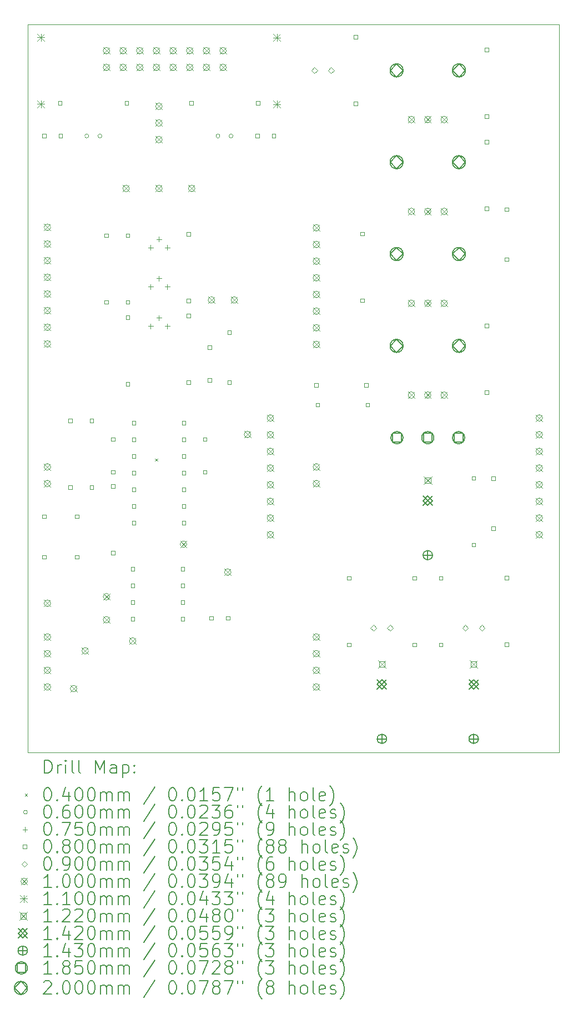
<source format=gbr>
%TF.GenerationSoftware,KiCad,Pcbnew,8.0.2-1*%
%TF.CreationDate,2024-06-17T10:00:29+02:00*%
%TF.ProjectId,7555,37353535-2e6b-4696-9361-645f70636258,rev?*%
%TF.SameCoordinates,Original*%
%TF.FileFunction,Drillmap*%
%TF.FilePolarity,Positive*%
%FSLAX45Y45*%
G04 Gerber Fmt 4.5, Leading zero omitted, Abs format (unit mm)*
G04 Created by KiCad (PCBNEW 8.0.2-1) date 2024-06-17 10:00:29*
%MOMM*%
%LPD*%
G01*
G04 APERTURE LIST*
%ADD10C,0.100000*%
%ADD11C,0.200000*%
%ADD12C,0.110000*%
%ADD13C,0.122000*%
%ADD14C,0.142000*%
%ADD15C,0.143000*%
%ADD16C,0.185000*%
G04 APERTURE END LIST*
D10*
X5000000Y-5000000D02*
X13100000Y-5000000D01*
X13100000Y-16100000D01*
X5000000Y-16100000D01*
X5000000Y-5000000D01*
D11*
D10*
X6942500Y-11617500D02*
X6982500Y-11657500D01*
X6982500Y-11617500D02*
X6942500Y-11657500D01*
X5930000Y-6700000D02*
G75*
G02*
X5870000Y-6700000I-30000J0D01*
G01*
X5870000Y-6700000D02*
G75*
G02*
X5930000Y-6700000I30000J0D01*
G01*
X6130000Y-6700000D02*
G75*
G02*
X6070000Y-6700000I-30000J0D01*
G01*
X6070000Y-6700000D02*
G75*
G02*
X6130000Y-6700000I30000J0D01*
G01*
X7930000Y-6700000D02*
G75*
G02*
X7870000Y-6700000I-30000J0D01*
G01*
X7870000Y-6700000D02*
G75*
G02*
X7930000Y-6700000I30000J0D01*
G01*
X8130000Y-6700000D02*
G75*
G02*
X8070000Y-6700000I-30000J0D01*
G01*
X8070000Y-6700000D02*
G75*
G02*
X8130000Y-6700000I30000J0D01*
G01*
X6875000Y-8362500D02*
X6875000Y-8437500D01*
X6837500Y-8400000D02*
X6912500Y-8400000D01*
X6875000Y-8962500D02*
X6875000Y-9037500D01*
X6837500Y-9000000D02*
X6912500Y-9000000D01*
X6875000Y-9562500D02*
X6875000Y-9637500D01*
X6837500Y-9600000D02*
X6912500Y-9600000D01*
X7002000Y-8235500D02*
X7002000Y-8310500D01*
X6964500Y-8273000D02*
X7039500Y-8273000D01*
X7002000Y-8835500D02*
X7002000Y-8910500D01*
X6964500Y-8873000D02*
X7039500Y-8873000D01*
X7002000Y-9435500D02*
X7002000Y-9510500D01*
X6964500Y-9473000D02*
X7039500Y-9473000D01*
X7129000Y-8362500D02*
X7129000Y-8437500D01*
X7091500Y-8400000D02*
X7166500Y-8400000D01*
X7129000Y-8962500D02*
X7129000Y-9037500D01*
X7091500Y-9000000D02*
X7166500Y-9000000D01*
X7129000Y-9562500D02*
X7129000Y-9637500D01*
X7091500Y-9600000D02*
X7166500Y-9600000D01*
X5278285Y-6728284D02*
X5278285Y-6671715D01*
X5221716Y-6671715D01*
X5221716Y-6728284D01*
X5278285Y-6728284D01*
X5278285Y-12528284D02*
X5278285Y-12471715D01*
X5221716Y-12471715D01*
X5221716Y-12528284D01*
X5278285Y-12528284D01*
X5278285Y-13148284D02*
X5278285Y-13091715D01*
X5221716Y-13091715D01*
X5221716Y-13148284D01*
X5278285Y-13148284D01*
X5520285Y-6228284D02*
X5520285Y-6171715D01*
X5463716Y-6171715D01*
X5463716Y-6228284D01*
X5520285Y-6228284D01*
X5528285Y-6728284D02*
X5528285Y-6671715D01*
X5471716Y-6671715D01*
X5471716Y-6728284D01*
X5528285Y-6728284D01*
X5678284Y-11070285D02*
X5678284Y-11013716D01*
X5621715Y-11013716D01*
X5621715Y-11070285D01*
X5678284Y-11070285D01*
X5678284Y-12086284D02*
X5678284Y-12029715D01*
X5621715Y-12029715D01*
X5621715Y-12086284D01*
X5678284Y-12086284D01*
X5778284Y-12528284D02*
X5778284Y-12471715D01*
X5721715Y-12471715D01*
X5721715Y-12528284D01*
X5778284Y-12528284D01*
X5778284Y-13148284D02*
X5778284Y-13091715D01*
X5721715Y-13091715D01*
X5721715Y-13148284D01*
X5778284Y-13148284D01*
X6003284Y-11070285D02*
X6003284Y-11013716D01*
X5946715Y-11013716D01*
X5946715Y-11070285D01*
X6003284Y-11070285D01*
X6003284Y-12086284D02*
X6003284Y-12029715D01*
X5946715Y-12029715D01*
X5946715Y-12086284D01*
X6003284Y-12086284D01*
X6228284Y-8245284D02*
X6228284Y-8188715D01*
X6171715Y-8188715D01*
X6171715Y-8245284D01*
X6228284Y-8245284D01*
X6228284Y-9261285D02*
X6228284Y-9204716D01*
X6171715Y-9204716D01*
X6171715Y-9261285D01*
X6228284Y-9261285D01*
X6328284Y-11353284D02*
X6328284Y-11296715D01*
X6271715Y-11296715D01*
X6271715Y-11353284D01*
X6328284Y-11353284D01*
X6328284Y-11853284D02*
X6328284Y-11796715D01*
X6271715Y-11796715D01*
X6271715Y-11853284D01*
X6328284Y-11853284D01*
X6328284Y-12070284D02*
X6328284Y-12013715D01*
X6271715Y-12013715D01*
X6271715Y-12070284D01*
X6328284Y-12070284D01*
X6328284Y-13086284D02*
X6328284Y-13029715D01*
X6271715Y-13029715D01*
X6271715Y-13086284D01*
X6328284Y-13086284D01*
X6536284Y-6228284D02*
X6536284Y-6171715D01*
X6479715Y-6171715D01*
X6479715Y-6228284D01*
X6536284Y-6228284D01*
X6553284Y-8245284D02*
X6553284Y-8188715D01*
X6496715Y-8188715D01*
X6496715Y-8245284D01*
X6553284Y-8245284D01*
X6553284Y-9261285D02*
X6553284Y-9204716D01*
X6496715Y-9204716D01*
X6496715Y-9261285D01*
X6553284Y-9261285D01*
X6553284Y-9495285D02*
X6553284Y-9438716D01*
X6496715Y-9438716D01*
X6496715Y-9495285D01*
X6553284Y-9495285D01*
X6553284Y-10511285D02*
X6553284Y-10454716D01*
X6496715Y-10454716D01*
X6496715Y-10511285D01*
X6553284Y-10511285D01*
X6628284Y-13328284D02*
X6628284Y-13271715D01*
X6571715Y-13271715D01*
X6571715Y-13328284D01*
X6628284Y-13328284D01*
X6628284Y-13582284D02*
X6628284Y-13525715D01*
X6571715Y-13525715D01*
X6571715Y-13582284D01*
X6628284Y-13582284D01*
X6628284Y-13836284D02*
X6628284Y-13779715D01*
X6571715Y-13779715D01*
X6571715Y-13836284D01*
X6628284Y-13836284D01*
X6628284Y-14090284D02*
X6628284Y-14033715D01*
X6571715Y-14033715D01*
X6571715Y-14090284D01*
X6628284Y-14090284D01*
X6646284Y-11104285D02*
X6646284Y-11047716D01*
X6589715Y-11047716D01*
X6589715Y-11104285D01*
X6646284Y-11104285D01*
X6646284Y-11358284D02*
X6646284Y-11301715D01*
X6589715Y-11301715D01*
X6589715Y-11358284D01*
X6646284Y-11358284D01*
X6646284Y-11612284D02*
X6646284Y-11555715D01*
X6589715Y-11555715D01*
X6589715Y-11612284D01*
X6646284Y-11612284D01*
X6646284Y-11866284D02*
X6646284Y-11809715D01*
X6589715Y-11809715D01*
X6589715Y-11866284D01*
X6646284Y-11866284D01*
X6646284Y-12120284D02*
X6646284Y-12063715D01*
X6589715Y-12063715D01*
X6589715Y-12120284D01*
X6646284Y-12120284D01*
X6646284Y-12374284D02*
X6646284Y-12317715D01*
X6589715Y-12317715D01*
X6589715Y-12374284D01*
X6646284Y-12374284D01*
X6646284Y-12628284D02*
X6646284Y-12571715D01*
X6589715Y-12571715D01*
X6589715Y-12628284D01*
X6646284Y-12628284D01*
X7390284Y-13328284D02*
X7390284Y-13271715D01*
X7333715Y-13271715D01*
X7333715Y-13328284D01*
X7390284Y-13328284D01*
X7390284Y-13582284D02*
X7390284Y-13525715D01*
X7333715Y-13525715D01*
X7333715Y-13582284D01*
X7390284Y-13582284D01*
X7390284Y-13836284D02*
X7390284Y-13779715D01*
X7333715Y-13779715D01*
X7333715Y-13836284D01*
X7390284Y-13836284D01*
X7390284Y-14090284D02*
X7390284Y-14033715D01*
X7333715Y-14033715D01*
X7333715Y-14090284D01*
X7390284Y-14090284D01*
X7408284Y-11104285D02*
X7408284Y-11047716D01*
X7351715Y-11047716D01*
X7351715Y-11104285D01*
X7408284Y-11104285D01*
X7408284Y-11358284D02*
X7408284Y-11301715D01*
X7351715Y-11301715D01*
X7351715Y-11358284D01*
X7408284Y-11358284D01*
X7408284Y-11612284D02*
X7408284Y-11555715D01*
X7351715Y-11555715D01*
X7351715Y-11612284D01*
X7408284Y-11612284D01*
X7408284Y-11866284D02*
X7408284Y-11809715D01*
X7351715Y-11809715D01*
X7351715Y-11866284D01*
X7408284Y-11866284D01*
X7408284Y-12120284D02*
X7408284Y-12063715D01*
X7351715Y-12063715D01*
X7351715Y-12120284D01*
X7408284Y-12120284D01*
X7408284Y-12374284D02*
X7408284Y-12317715D01*
X7351715Y-12317715D01*
X7351715Y-12374284D01*
X7408284Y-12374284D01*
X7408284Y-12628284D02*
X7408284Y-12571715D01*
X7351715Y-12571715D01*
X7351715Y-12628284D01*
X7408284Y-12628284D01*
X7478284Y-8225284D02*
X7478284Y-8168715D01*
X7421715Y-8168715D01*
X7421715Y-8225284D01*
X7478284Y-8225284D01*
X7478284Y-9241285D02*
X7478284Y-9184716D01*
X7421715Y-9184716D01*
X7421715Y-9241285D01*
X7478284Y-9241285D01*
X7478284Y-9468285D02*
X7478284Y-9411716D01*
X7421715Y-9411716D01*
X7421715Y-9468285D01*
X7478284Y-9468285D01*
X7478284Y-10484285D02*
X7478284Y-10427716D01*
X7421715Y-10427716D01*
X7421715Y-10484285D01*
X7478284Y-10484285D01*
X7520284Y-6228284D02*
X7520284Y-6171715D01*
X7463715Y-6171715D01*
X7463715Y-6228284D01*
X7520284Y-6228284D01*
X7728284Y-11353284D02*
X7728284Y-11296715D01*
X7671715Y-11296715D01*
X7671715Y-11353284D01*
X7728284Y-11353284D01*
X7728284Y-11853284D02*
X7728284Y-11796715D01*
X7671715Y-11796715D01*
X7671715Y-11853284D01*
X7728284Y-11853284D01*
X7803284Y-9953285D02*
X7803284Y-9896716D01*
X7746715Y-9896716D01*
X7746715Y-9953285D01*
X7803284Y-9953285D01*
X7803284Y-10453285D02*
X7803284Y-10396716D01*
X7746715Y-10396716D01*
X7746715Y-10453285D01*
X7803284Y-10453285D01*
X7828284Y-14078284D02*
X7828284Y-14021715D01*
X7771715Y-14021715D01*
X7771715Y-14078284D01*
X7828284Y-14078284D01*
X8078284Y-14078284D02*
X8078284Y-14021715D01*
X8021715Y-14021715D01*
X8021715Y-14078284D01*
X8078284Y-14078284D01*
X8103284Y-9722285D02*
X8103284Y-9665716D01*
X8046715Y-9665716D01*
X8046715Y-9722285D01*
X8103284Y-9722285D01*
X8103284Y-10484285D02*
X8103284Y-10427716D01*
X8046715Y-10427716D01*
X8046715Y-10484285D01*
X8103284Y-10484285D01*
X8528285Y-6728284D02*
X8528285Y-6671715D01*
X8471716Y-6671715D01*
X8471716Y-6728284D01*
X8528285Y-6728284D01*
X8536285Y-6228284D02*
X8536285Y-6171715D01*
X8479716Y-6171715D01*
X8479716Y-6228284D01*
X8536285Y-6228284D01*
X8778285Y-6728284D02*
X8778285Y-6671715D01*
X8721716Y-6671715D01*
X8721716Y-6728284D01*
X8778285Y-6728284D01*
X9428285Y-10528285D02*
X9428285Y-10471716D01*
X9371716Y-10471716D01*
X9371716Y-10528285D01*
X9428285Y-10528285D01*
X9447285Y-10828285D02*
X9447285Y-10771716D01*
X9390716Y-10771716D01*
X9390716Y-10828285D01*
X9447285Y-10828285D01*
X9928285Y-13470284D02*
X9928285Y-13413715D01*
X9871716Y-13413715D01*
X9871716Y-13470284D01*
X9928285Y-13470284D01*
X9928285Y-14486284D02*
X9928285Y-14429715D01*
X9871716Y-14429715D01*
X9871716Y-14486284D01*
X9928285Y-14486284D01*
X10028285Y-5220285D02*
X10028285Y-5163716D01*
X9971716Y-5163716D01*
X9971716Y-5220285D01*
X10028285Y-5220285D01*
X10028285Y-6236284D02*
X10028285Y-6179715D01*
X9971716Y-6179715D01*
X9971716Y-6236284D01*
X10028285Y-6236284D01*
X10128285Y-8220284D02*
X10128285Y-8163715D01*
X10071716Y-8163715D01*
X10071716Y-8220284D01*
X10128285Y-8220284D01*
X10128285Y-9236285D02*
X10128285Y-9179716D01*
X10071716Y-9179716D01*
X10071716Y-9236285D01*
X10128285Y-9236285D01*
X10190285Y-10528285D02*
X10190285Y-10471716D01*
X10133716Y-10471716D01*
X10133716Y-10528285D01*
X10190285Y-10528285D01*
X10209285Y-10828285D02*
X10209285Y-10771716D01*
X10152716Y-10771716D01*
X10152716Y-10828285D01*
X10209285Y-10828285D01*
X10928285Y-13470284D02*
X10928285Y-13413715D01*
X10871716Y-13413715D01*
X10871716Y-13470284D01*
X10928285Y-13470284D01*
X10928285Y-14486284D02*
X10928285Y-14429715D01*
X10871716Y-14429715D01*
X10871716Y-14486284D01*
X10928285Y-14486284D01*
X11328284Y-13470284D02*
X11328284Y-13413715D01*
X11271715Y-13413715D01*
X11271715Y-13470284D01*
X11328284Y-13470284D01*
X11328284Y-14486284D02*
X11328284Y-14429715D01*
X11271715Y-14429715D01*
X11271715Y-14486284D01*
X11328284Y-14486284D01*
X11828284Y-11945284D02*
X11828284Y-11888715D01*
X11771715Y-11888715D01*
X11771715Y-11945284D01*
X11828284Y-11945284D01*
X11828284Y-12961284D02*
X11828284Y-12904715D01*
X11771715Y-12904715D01*
X11771715Y-12961284D01*
X11828284Y-12961284D01*
X12028284Y-5415285D02*
X12028284Y-5358716D01*
X11971715Y-5358716D01*
X11971715Y-5415285D01*
X12028284Y-5415285D01*
X12028284Y-6431284D02*
X12028284Y-6374715D01*
X11971715Y-6374715D01*
X11971715Y-6431284D01*
X12028284Y-6431284D01*
X12028284Y-6820284D02*
X12028284Y-6763715D01*
X11971715Y-6763715D01*
X11971715Y-6820284D01*
X12028284Y-6820284D01*
X12028284Y-7836284D02*
X12028284Y-7779715D01*
X11971715Y-7779715D01*
X11971715Y-7836284D01*
X12028284Y-7836284D01*
X12028284Y-9620285D02*
X12028284Y-9563716D01*
X11971715Y-9563716D01*
X11971715Y-9620285D01*
X12028284Y-9620285D01*
X12028284Y-10636285D02*
X12028284Y-10579716D01*
X11971715Y-10579716D01*
X11971715Y-10636285D01*
X12028284Y-10636285D01*
X12128284Y-11947284D02*
X12128284Y-11890715D01*
X12071715Y-11890715D01*
X12071715Y-11947284D01*
X12128284Y-11947284D01*
X12128284Y-12709284D02*
X12128284Y-12652715D01*
X12071715Y-12652715D01*
X12071715Y-12709284D01*
X12128284Y-12709284D01*
X12328284Y-7847284D02*
X12328284Y-7790715D01*
X12271715Y-7790715D01*
X12271715Y-7847284D01*
X12328284Y-7847284D01*
X12328284Y-8609285D02*
X12328284Y-8552716D01*
X12271715Y-8552716D01*
X12271715Y-8609285D01*
X12328284Y-8609285D01*
X12328284Y-13465284D02*
X12328284Y-13408715D01*
X12271715Y-13408715D01*
X12271715Y-13465284D01*
X12328284Y-13465284D01*
X12328284Y-14481284D02*
X12328284Y-14424715D01*
X12271715Y-14424715D01*
X12271715Y-14481284D01*
X12328284Y-14481284D01*
X9373000Y-5745000D02*
X9418000Y-5700000D01*
X9373000Y-5655000D01*
X9328000Y-5700000D01*
X9373000Y-5745000D01*
X9627000Y-5745000D02*
X9672000Y-5700000D01*
X9627000Y-5655000D01*
X9582000Y-5700000D01*
X9627000Y-5745000D01*
X10273000Y-14245000D02*
X10318000Y-14200000D01*
X10273000Y-14155000D01*
X10228000Y-14200000D01*
X10273000Y-14245000D01*
X10527000Y-14245000D02*
X10572000Y-14200000D01*
X10527000Y-14155000D01*
X10482000Y-14200000D01*
X10527000Y-14245000D01*
X11673000Y-14245000D02*
X11718000Y-14200000D01*
X11673000Y-14155000D01*
X11628000Y-14200000D01*
X11673000Y-14245000D01*
X11927000Y-14245000D02*
X11972000Y-14200000D01*
X11927000Y-14155000D01*
X11882000Y-14200000D01*
X11927000Y-14245000D01*
X5250000Y-8042000D02*
X5350000Y-8142000D01*
X5350000Y-8042000D02*
X5250000Y-8142000D01*
X5350000Y-8092000D02*
G75*
G02*
X5250000Y-8092000I-50000J0D01*
G01*
X5250000Y-8092000D02*
G75*
G02*
X5350000Y-8092000I50000J0D01*
G01*
X5250000Y-8296000D02*
X5350000Y-8396000D01*
X5350000Y-8296000D02*
X5250000Y-8396000D01*
X5350000Y-8346000D02*
G75*
G02*
X5250000Y-8346000I-50000J0D01*
G01*
X5250000Y-8346000D02*
G75*
G02*
X5350000Y-8346000I50000J0D01*
G01*
X5250000Y-8550000D02*
X5350000Y-8650000D01*
X5350000Y-8550000D02*
X5250000Y-8650000D01*
X5350000Y-8600000D02*
G75*
G02*
X5250000Y-8600000I-50000J0D01*
G01*
X5250000Y-8600000D02*
G75*
G02*
X5350000Y-8600000I50000J0D01*
G01*
X5250000Y-8804000D02*
X5350000Y-8904000D01*
X5350000Y-8804000D02*
X5250000Y-8904000D01*
X5350000Y-8854000D02*
G75*
G02*
X5250000Y-8854000I-50000J0D01*
G01*
X5250000Y-8854000D02*
G75*
G02*
X5350000Y-8854000I50000J0D01*
G01*
X5250000Y-9058000D02*
X5350000Y-9158000D01*
X5350000Y-9058000D02*
X5250000Y-9158000D01*
X5350000Y-9108000D02*
G75*
G02*
X5250000Y-9108000I-50000J0D01*
G01*
X5250000Y-9108000D02*
G75*
G02*
X5350000Y-9108000I50000J0D01*
G01*
X5250000Y-9312000D02*
X5350000Y-9412000D01*
X5350000Y-9312000D02*
X5250000Y-9412000D01*
X5350000Y-9362000D02*
G75*
G02*
X5250000Y-9362000I-50000J0D01*
G01*
X5250000Y-9362000D02*
G75*
G02*
X5350000Y-9362000I50000J0D01*
G01*
X5250000Y-9566000D02*
X5350000Y-9666000D01*
X5350000Y-9566000D02*
X5250000Y-9666000D01*
X5350000Y-9616000D02*
G75*
G02*
X5250000Y-9616000I-50000J0D01*
G01*
X5250000Y-9616000D02*
G75*
G02*
X5350000Y-9616000I50000J0D01*
G01*
X5250000Y-9820000D02*
X5350000Y-9920000D01*
X5350000Y-9820000D02*
X5250000Y-9920000D01*
X5350000Y-9870000D02*
G75*
G02*
X5250000Y-9870000I-50000J0D01*
G01*
X5250000Y-9870000D02*
G75*
G02*
X5350000Y-9870000I50000J0D01*
G01*
X5250000Y-11696000D02*
X5350000Y-11796000D01*
X5350000Y-11696000D02*
X5250000Y-11796000D01*
X5350000Y-11746000D02*
G75*
G02*
X5250000Y-11746000I-50000J0D01*
G01*
X5250000Y-11746000D02*
G75*
G02*
X5350000Y-11746000I50000J0D01*
G01*
X5250000Y-11950000D02*
X5350000Y-12050000D01*
X5350000Y-11950000D02*
X5250000Y-12050000D01*
X5350000Y-12000000D02*
G75*
G02*
X5250000Y-12000000I-50000J0D01*
G01*
X5250000Y-12000000D02*
G75*
G02*
X5350000Y-12000000I50000J0D01*
G01*
X5250000Y-13775000D02*
X5350000Y-13875000D01*
X5350000Y-13775000D02*
X5250000Y-13875000D01*
X5350000Y-13825000D02*
G75*
G02*
X5250000Y-13825000I-50000J0D01*
G01*
X5250000Y-13825000D02*
G75*
G02*
X5350000Y-13825000I50000J0D01*
G01*
X5250000Y-14288000D02*
X5350000Y-14388000D01*
X5350000Y-14288000D02*
X5250000Y-14388000D01*
X5350000Y-14338000D02*
G75*
G02*
X5250000Y-14338000I-50000J0D01*
G01*
X5250000Y-14338000D02*
G75*
G02*
X5350000Y-14338000I50000J0D01*
G01*
X5250000Y-14542000D02*
X5350000Y-14642000D01*
X5350000Y-14542000D02*
X5250000Y-14642000D01*
X5350000Y-14592000D02*
G75*
G02*
X5250000Y-14592000I-50000J0D01*
G01*
X5250000Y-14592000D02*
G75*
G02*
X5350000Y-14592000I50000J0D01*
G01*
X5250000Y-14796000D02*
X5350000Y-14896000D01*
X5350000Y-14796000D02*
X5250000Y-14896000D01*
X5350000Y-14846000D02*
G75*
G02*
X5250000Y-14846000I-50000J0D01*
G01*
X5250000Y-14846000D02*
G75*
G02*
X5350000Y-14846000I50000J0D01*
G01*
X5250000Y-15050000D02*
X5350000Y-15150000D01*
X5350000Y-15050000D02*
X5250000Y-15150000D01*
X5350000Y-15100000D02*
G75*
G02*
X5250000Y-15100000I-50000J0D01*
G01*
X5250000Y-15100000D02*
G75*
G02*
X5350000Y-15100000I50000J0D01*
G01*
X5650000Y-15075000D02*
X5750000Y-15175000D01*
X5750000Y-15075000D02*
X5650000Y-15175000D01*
X5750000Y-15125000D02*
G75*
G02*
X5650000Y-15125000I-50000J0D01*
G01*
X5650000Y-15125000D02*
G75*
G02*
X5750000Y-15125000I50000J0D01*
G01*
X5825000Y-14500000D02*
X5925000Y-14600000D01*
X5925000Y-14500000D02*
X5825000Y-14600000D01*
X5925000Y-14550000D02*
G75*
G02*
X5825000Y-14550000I-50000J0D01*
G01*
X5825000Y-14550000D02*
G75*
G02*
X5925000Y-14550000I50000J0D01*
G01*
X6150000Y-5350000D02*
X6250000Y-5450000D01*
X6250000Y-5350000D02*
X6150000Y-5450000D01*
X6250000Y-5400000D02*
G75*
G02*
X6150000Y-5400000I-50000J0D01*
G01*
X6150000Y-5400000D02*
G75*
G02*
X6250000Y-5400000I50000J0D01*
G01*
X6150000Y-5604000D02*
X6250000Y-5704000D01*
X6250000Y-5604000D02*
X6150000Y-5704000D01*
X6250000Y-5654000D02*
G75*
G02*
X6150000Y-5654000I-50000J0D01*
G01*
X6150000Y-5654000D02*
G75*
G02*
X6250000Y-5654000I50000J0D01*
G01*
X6150000Y-13675000D02*
X6250000Y-13775000D01*
X6250000Y-13675000D02*
X6150000Y-13775000D01*
X6250000Y-13725000D02*
G75*
G02*
X6150000Y-13725000I-50000J0D01*
G01*
X6150000Y-13725000D02*
G75*
G02*
X6250000Y-13725000I50000J0D01*
G01*
X6150000Y-14025000D02*
X6250000Y-14125000D01*
X6250000Y-14025000D02*
X6150000Y-14125000D01*
X6250000Y-14075000D02*
G75*
G02*
X6150000Y-14075000I-50000J0D01*
G01*
X6150000Y-14075000D02*
G75*
G02*
X6250000Y-14075000I50000J0D01*
G01*
X6404000Y-5350000D02*
X6504000Y-5450000D01*
X6504000Y-5350000D02*
X6404000Y-5450000D01*
X6504000Y-5400000D02*
G75*
G02*
X6404000Y-5400000I-50000J0D01*
G01*
X6404000Y-5400000D02*
G75*
G02*
X6504000Y-5400000I50000J0D01*
G01*
X6404000Y-5604000D02*
X6504000Y-5704000D01*
X6504000Y-5604000D02*
X6404000Y-5704000D01*
X6504000Y-5654000D02*
G75*
G02*
X6404000Y-5654000I-50000J0D01*
G01*
X6404000Y-5654000D02*
G75*
G02*
X6504000Y-5654000I50000J0D01*
G01*
X6450000Y-7450000D02*
X6550000Y-7550000D01*
X6550000Y-7450000D02*
X6450000Y-7550000D01*
X6550000Y-7500000D02*
G75*
G02*
X6450000Y-7500000I-50000J0D01*
G01*
X6450000Y-7500000D02*
G75*
G02*
X6550000Y-7500000I50000J0D01*
G01*
X6550000Y-14350000D02*
X6650000Y-14450000D01*
X6650000Y-14350000D02*
X6550000Y-14450000D01*
X6650000Y-14400000D02*
G75*
G02*
X6550000Y-14400000I-50000J0D01*
G01*
X6550000Y-14400000D02*
G75*
G02*
X6650000Y-14400000I50000J0D01*
G01*
X6658000Y-5350000D02*
X6758000Y-5450000D01*
X6758000Y-5350000D02*
X6658000Y-5450000D01*
X6758000Y-5400000D02*
G75*
G02*
X6658000Y-5400000I-50000J0D01*
G01*
X6658000Y-5400000D02*
G75*
G02*
X6758000Y-5400000I50000J0D01*
G01*
X6658000Y-5604000D02*
X6758000Y-5704000D01*
X6758000Y-5604000D02*
X6658000Y-5704000D01*
X6758000Y-5654000D02*
G75*
G02*
X6658000Y-5654000I-50000J0D01*
G01*
X6658000Y-5654000D02*
G75*
G02*
X6758000Y-5654000I50000J0D01*
G01*
X6912000Y-5350000D02*
X7012000Y-5450000D01*
X7012000Y-5350000D02*
X6912000Y-5450000D01*
X7012000Y-5400000D02*
G75*
G02*
X6912000Y-5400000I-50000J0D01*
G01*
X6912000Y-5400000D02*
G75*
G02*
X7012000Y-5400000I50000J0D01*
G01*
X6912000Y-5604000D02*
X7012000Y-5704000D01*
X7012000Y-5604000D02*
X6912000Y-5704000D01*
X7012000Y-5654000D02*
G75*
G02*
X6912000Y-5654000I-50000J0D01*
G01*
X6912000Y-5654000D02*
G75*
G02*
X7012000Y-5654000I50000J0D01*
G01*
X6950000Y-6197500D02*
X7050000Y-6297500D01*
X7050000Y-6197500D02*
X6950000Y-6297500D01*
X7050000Y-6247500D02*
G75*
G02*
X6950000Y-6247500I-50000J0D01*
G01*
X6950000Y-6247500D02*
G75*
G02*
X7050000Y-6247500I50000J0D01*
G01*
X6950000Y-6451500D02*
X7050000Y-6551500D01*
X7050000Y-6451500D02*
X6950000Y-6551500D01*
X7050000Y-6501500D02*
G75*
G02*
X6950000Y-6501500I-50000J0D01*
G01*
X6950000Y-6501500D02*
G75*
G02*
X7050000Y-6501500I50000J0D01*
G01*
X6950000Y-6705500D02*
X7050000Y-6805500D01*
X7050000Y-6705500D02*
X6950000Y-6805500D01*
X7050000Y-6755500D02*
G75*
G02*
X6950000Y-6755500I-50000J0D01*
G01*
X6950000Y-6755500D02*
G75*
G02*
X7050000Y-6755500I50000J0D01*
G01*
X6950000Y-7450000D02*
X7050000Y-7550000D01*
X7050000Y-7450000D02*
X6950000Y-7550000D01*
X7050000Y-7500000D02*
G75*
G02*
X6950000Y-7500000I-50000J0D01*
G01*
X6950000Y-7500000D02*
G75*
G02*
X7050000Y-7500000I50000J0D01*
G01*
X7166000Y-5350000D02*
X7266000Y-5450000D01*
X7266000Y-5350000D02*
X7166000Y-5450000D01*
X7266000Y-5400000D02*
G75*
G02*
X7166000Y-5400000I-50000J0D01*
G01*
X7166000Y-5400000D02*
G75*
G02*
X7266000Y-5400000I50000J0D01*
G01*
X7166000Y-5604000D02*
X7266000Y-5704000D01*
X7266000Y-5604000D02*
X7166000Y-5704000D01*
X7266000Y-5654000D02*
G75*
G02*
X7166000Y-5654000I-50000J0D01*
G01*
X7166000Y-5654000D02*
G75*
G02*
X7266000Y-5654000I50000J0D01*
G01*
X7325000Y-12875000D02*
X7425000Y-12975000D01*
X7425000Y-12875000D02*
X7325000Y-12975000D01*
X7425000Y-12925000D02*
G75*
G02*
X7325000Y-12925000I-50000J0D01*
G01*
X7325000Y-12925000D02*
G75*
G02*
X7425000Y-12925000I50000J0D01*
G01*
X7420000Y-5350000D02*
X7520000Y-5450000D01*
X7520000Y-5350000D02*
X7420000Y-5450000D01*
X7520000Y-5400000D02*
G75*
G02*
X7420000Y-5400000I-50000J0D01*
G01*
X7420000Y-5400000D02*
G75*
G02*
X7520000Y-5400000I50000J0D01*
G01*
X7420000Y-5604000D02*
X7520000Y-5704000D01*
X7520000Y-5604000D02*
X7420000Y-5704000D01*
X7520000Y-5654000D02*
G75*
G02*
X7420000Y-5654000I-50000J0D01*
G01*
X7420000Y-5654000D02*
G75*
G02*
X7520000Y-5654000I50000J0D01*
G01*
X7450000Y-7450000D02*
X7550000Y-7550000D01*
X7550000Y-7450000D02*
X7450000Y-7550000D01*
X7550000Y-7500000D02*
G75*
G02*
X7450000Y-7500000I-50000J0D01*
G01*
X7450000Y-7500000D02*
G75*
G02*
X7550000Y-7500000I50000J0D01*
G01*
X7674000Y-5350000D02*
X7774000Y-5450000D01*
X7774000Y-5350000D02*
X7674000Y-5450000D01*
X7774000Y-5400000D02*
G75*
G02*
X7674000Y-5400000I-50000J0D01*
G01*
X7674000Y-5400000D02*
G75*
G02*
X7774000Y-5400000I50000J0D01*
G01*
X7674000Y-5604000D02*
X7774000Y-5704000D01*
X7774000Y-5604000D02*
X7674000Y-5704000D01*
X7774000Y-5654000D02*
G75*
G02*
X7674000Y-5654000I-50000J0D01*
G01*
X7674000Y-5654000D02*
G75*
G02*
X7774000Y-5654000I50000J0D01*
G01*
X7750000Y-9150000D02*
X7850000Y-9250000D01*
X7850000Y-9150000D02*
X7750000Y-9250000D01*
X7850000Y-9200000D02*
G75*
G02*
X7750000Y-9200000I-50000J0D01*
G01*
X7750000Y-9200000D02*
G75*
G02*
X7850000Y-9200000I50000J0D01*
G01*
X7928000Y-5350000D02*
X8028000Y-5450000D01*
X8028000Y-5350000D02*
X7928000Y-5450000D01*
X8028000Y-5400000D02*
G75*
G02*
X7928000Y-5400000I-50000J0D01*
G01*
X7928000Y-5400000D02*
G75*
G02*
X8028000Y-5400000I50000J0D01*
G01*
X7928000Y-5604000D02*
X8028000Y-5704000D01*
X8028000Y-5604000D02*
X7928000Y-5704000D01*
X8028000Y-5654000D02*
G75*
G02*
X7928000Y-5654000I-50000J0D01*
G01*
X7928000Y-5654000D02*
G75*
G02*
X8028000Y-5654000I50000J0D01*
G01*
X8000000Y-13300000D02*
X8100000Y-13400000D01*
X8100000Y-13300000D02*
X8000000Y-13400000D01*
X8100000Y-13350000D02*
G75*
G02*
X8000000Y-13350000I-50000J0D01*
G01*
X8000000Y-13350000D02*
G75*
G02*
X8100000Y-13350000I50000J0D01*
G01*
X8100000Y-9150000D02*
X8200000Y-9250000D01*
X8200000Y-9150000D02*
X8100000Y-9250000D01*
X8200000Y-9200000D02*
G75*
G02*
X8100000Y-9200000I-50000J0D01*
G01*
X8100000Y-9200000D02*
G75*
G02*
X8200000Y-9200000I50000J0D01*
G01*
X8300000Y-11200000D02*
X8400000Y-11300000D01*
X8400000Y-11200000D02*
X8300000Y-11300000D01*
X8400000Y-11250000D02*
G75*
G02*
X8300000Y-11250000I-50000J0D01*
G01*
X8300000Y-11250000D02*
G75*
G02*
X8400000Y-11250000I50000J0D01*
G01*
X8650000Y-10950000D02*
X8750000Y-11050000D01*
X8750000Y-10950000D02*
X8650000Y-11050000D01*
X8750000Y-11000000D02*
G75*
G02*
X8650000Y-11000000I-50000J0D01*
G01*
X8650000Y-11000000D02*
G75*
G02*
X8750000Y-11000000I50000J0D01*
G01*
X8650000Y-11204000D02*
X8750000Y-11304000D01*
X8750000Y-11204000D02*
X8650000Y-11304000D01*
X8750000Y-11254000D02*
G75*
G02*
X8650000Y-11254000I-50000J0D01*
G01*
X8650000Y-11254000D02*
G75*
G02*
X8750000Y-11254000I50000J0D01*
G01*
X8650000Y-11458000D02*
X8750000Y-11558000D01*
X8750000Y-11458000D02*
X8650000Y-11558000D01*
X8750000Y-11508000D02*
G75*
G02*
X8650000Y-11508000I-50000J0D01*
G01*
X8650000Y-11508000D02*
G75*
G02*
X8750000Y-11508000I50000J0D01*
G01*
X8650000Y-11712000D02*
X8750000Y-11812000D01*
X8750000Y-11712000D02*
X8650000Y-11812000D01*
X8750000Y-11762000D02*
G75*
G02*
X8650000Y-11762000I-50000J0D01*
G01*
X8650000Y-11762000D02*
G75*
G02*
X8750000Y-11762000I50000J0D01*
G01*
X8650000Y-11966000D02*
X8750000Y-12066000D01*
X8750000Y-11966000D02*
X8650000Y-12066000D01*
X8750000Y-12016000D02*
G75*
G02*
X8650000Y-12016000I-50000J0D01*
G01*
X8650000Y-12016000D02*
G75*
G02*
X8750000Y-12016000I50000J0D01*
G01*
X8650000Y-12220000D02*
X8750000Y-12320000D01*
X8750000Y-12220000D02*
X8650000Y-12320000D01*
X8750000Y-12270000D02*
G75*
G02*
X8650000Y-12270000I-50000J0D01*
G01*
X8650000Y-12270000D02*
G75*
G02*
X8750000Y-12270000I50000J0D01*
G01*
X8650000Y-12474000D02*
X8750000Y-12574000D01*
X8750000Y-12474000D02*
X8650000Y-12574000D01*
X8750000Y-12524000D02*
G75*
G02*
X8650000Y-12524000I-50000J0D01*
G01*
X8650000Y-12524000D02*
G75*
G02*
X8750000Y-12524000I50000J0D01*
G01*
X8650000Y-12728000D02*
X8750000Y-12828000D01*
X8750000Y-12728000D02*
X8650000Y-12828000D01*
X8750000Y-12778000D02*
G75*
G02*
X8650000Y-12778000I-50000J0D01*
G01*
X8650000Y-12778000D02*
G75*
G02*
X8750000Y-12778000I50000J0D01*
G01*
X9350000Y-8050000D02*
X9450000Y-8150000D01*
X9450000Y-8050000D02*
X9350000Y-8150000D01*
X9450000Y-8100000D02*
G75*
G02*
X9350000Y-8100000I-50000J0D01*
G01*
X9350000Y-8100000D02*
G75*
G02*
X9450000Y-8100000I50000J0D01*
G01*
X9350000Y-8304000D02*
X9450000Y-8404000D01*
X9450000Y-8304000D02*
X9350000Y-8404000D01*
X9450000Y-8354000D02*
G75*
G02*
X9350000Y-8354000I-50000J0D01*
G01*
X9350000Y-8354000D02*
G75*
G02*
X9450000Y-8354000I50000J0D01*
G01*
X9350000Y-8558000D02*
X9450000Y-8658000D01*
X9450000Y-8558000D02*
X9350000Y-8658000D01*
X9450000Y-8608000D02*
G75*
G02*
X9350000Y-8608000I-50000J0D01*
G01*
X9350000Y-8608000D02*
G75*
G02*
X9450000Y-8608000I50000J0D01*
G01*
X9350000Y-8812000D02*
X9450000Y-8912000D01*
X9450000Y-8812000D02*
X9350000Y-8912000D01*
X9450000Y-8862000D02*
G75*
G02*
X9350000Y-8862000I-50000J0D01*
G01*
X9350000Y-8862000D02*
G75*
G02*
X9450000Y-8862000I50000J0D01*
G01*
X9350000Y-9066000D02*
X9450000Y-9166000D01*
X9450000Y-9066000D02*
X9350000Y-9166000D01*
X9450000Y-9116000D02*
G75*
G02*
X9350000Y-9116000I-50000J0D01*
G01*
X9350000Y-9116000D02*
G75*
G02*
X9450000Y-9116000I50000J0D01*
G01*
X9350000Y-9320000D02*
X9450000Y-9420000D01*
X9450000Y-9320000D02*
X9350000Y-9420000D01*
X9450000Y-9370000D02*
G75*
G02*
X9350000Y-9370000I-50000J0D01*
G01*
X9350000Y-9370000D02*
G75*
G02*
X9450000Y-9370000I50000J0D01*
G01*
X9350000Y-9574000D02*
X9450000Y-9674000D01*
X9450000Y-9574000D02*
X9350000Y-9674000D01*
X9450000Y-9624000D02*
G75*
G02*
X9350000Y-9624000I-50000J0D01*
G01*
X9350000Y-9624000D02*
G75*
G02*
X9450000Y-9624000I50000J0D01*
G01*
X9350000Y-9828000D02*
X9450000Y-9928000D01*
X9450000Y-9828000D02*
X9350000Y-9928000D01*
X9450000Y-9878000D02*
G75*
G02*
X9350000Y-9878000I-50000J0D01*
G01*
X9350000Y-9878000D02*
G75*
G02*
X9450000Y-9878000I50000J0D01*
G01*
X9350000Y-11696000D02*
X9450000Y-11796000D01*
X9450000Y-11696000D02*
X9350000Y-11796000D01*
X9450000Y-11746000D02*
G75*
G02*
X9350000Y-11746000I-50000J0D01*
G01*
X9350000Y-11746000D02*
G75*
G02*
X9450000Y-11746000I50000J0D01*
G01*
X9350000Y-11950000D02*
X9450000Y-12050000D01*
X9450000Y-11950000D02*
X9350000Y-12050000D01*
X9450000Y-12000000D02*
G75*
G02*
X9350000Y-12000000I-50000J0D01*
G01*
X9350000Y-12000000D02*
G75*
G02*
X9450000Y-12000000I50000J0D01*
G01*
X9350000Y-14288000D02*
X9450000Y-14388000D01*
X9450000Y-14288000D02*
X9350000Y-14388000D01*
X9450000Y-14338000D02*
G75*
G02*
X9350000Y-14338000I-50000J0D01*
G01*
X9350000Y-14338000D02*
G75*
G02*
X9450000Y-14338000I50000J0D01*
G01*
X9350000Y-14542000D02*
X9450000Y-14642000D01*
X9450000Y-14542000D02*
X9350000Y-14642000D01*
X9450000Y-14592000D02*
G75*
G02*
X9350000Y-14592000I-50000J0D01*
G01*
X9350000Y-14592000D02*
G75*
G02*
X9450000Y-14592000I50000J0D01*
G01*
X9350000Y-14796000D02*
X9450000Y-14896000D01*
X9450000Y-14796000D02*
X9350000Y-14896000D01*
X9450000Y-14846000D02*
G75*
G02*
X9350000Y-14846000I-50000J0D01*
G01*
X9350000Y-14846000D02*
G75*
G02*
X9450000Y-14846000I50000J0D01*
G01*
X9350000Y-15050000D02*
X9450000Y-15150000D01*
X9450000Y-15050000D02*
X9350000Y-15150000D01*
X9450000Y-15100000D02*
G75*
G02*
X9350000Y-15100000I-50000J0D01*
G01*
X9350000Y-15100000D02*
G75*
G02*
X9450000Y-15100000I50000J0D01*
G01*
X10800000Y-6400000D02*
X10900000Y-6500000D01*
X10900000Y-6400000D02*
X10800000Y-6500000D01*
X10900000Y-6450000D02*
G75*
G02*
X10800000Y-6450000I-50000J0D01*
G01*
X10800000Y-6450000D02*
G75*
G02*
X10900000Y-6450000I50000J0D01*
G01*
X10800000Y-7800000D02*
X10900000Y-7900000D01*
X10900000Y-7800000D02*
X10800000Y-7900000D01*
X10900000Y-7850000D02*
G75*
G02*
X10800000Y-7850000I-50000J0D01*
G01*
X10800000Y-7850000D02*
G75*
G02*
X10900000Y-7850000I50000J0D01*
G01*
X10800000Y-9200000D02*
X10900000Y-9300000D01*
X10900000Y-9200000D02*
X10800000Y-9300000D01*
X10900000Y-9250000D02*
G75*
G02*
X10800000Y-9250000I-50000J0D01*
G01*
X10800000Y-9250000D02*
G75*
G02*
X10900000Y-9250000I50000J0D01*
G01*
X10800000Y-10600000D02*
X10900000Y-10700000D01*
X10900000Y-10600000D02*
X10800000Y-10700000D01*
X10900000Y-10650000D02*
G75*
G02*
X10800000Y-10650000I-50000J0D01*
G01*
X10800000Y-10650000D02*
G75*
G02*
X10900000Y-10650000I50000J0D01*
G01*
X11050000Y-6400000D02*
X11150000Y-6500000D01*
X11150000Y-6400000D02*
X11050000Y-6500000D01*
X11150000Y-6450000D02*
G75*
G02*
X11050000Y-6450000I-50000J0D01*
G01*
X11050000Y-6450000D02*
G75*
G02*
X11150000Y-6450000I50000J0D01*
G01*
X11050000Y-7800000D02*
X11150000Y-7900000D01*
X11150000Y-7800000D02*
X11050000Y-7900000D01*
X11150000Y-7850000D02*
G75*
G02*
X11050000Y-7850000I-50000J0D01*
G01*
X11050000Y-7850000D02*
G75*
G02*
X11150000Y-7850000I50000J0D01*
G01*
X11050000Y-9200000D02*
X11150000Y-9300000D01*
X11150000Y-9200000D02*
X11050000Y-9300000D01*
X11150000Y-9250000D02*
G75*
G02*
X11050000Y-9250000I-50000J0D01*
G01*
X11050000Y-9250000D02*
G75*
G02*
X11150000Y-9250000I50000J0D01*
G01*
X11050000Y-10600000D02*
X11150000Y-10700000D01*
X11150000Y-10600000D02*
X11050000Y-10700000D01*
X11150000Y-10650000D02*
G75*
G02*
X11050000Y-10650000I-50000J0D01*
G01*
X11050000Y-10650000D02*
G75*
G02*
X11150000Y-10650000I50000J0D01*
G01*
X11300000Y-6400000D02*
X11400000Y-6500000D01*
X11400000Y-6400000D02*
X11300000Y-6500000D01*
X11400000Y-6450000D02*
G75*
G02*
X11300000Y-6450000I-50000J0D01*
G01*
X11300000Y-6450000D02*
G75*
G02*
X11400000Y-6450000I50000J0D01*
G01*
X11300000Y-7800000D02*
X11400000Y-7900000D01*
X11400000Y-7800000D02*
X11300000Y-7900000D01*
X11400000Y-7850000D02*
G75*
G02*
X11300000Y-7850000I-50000J0D01*
G01*
X11300000Y-7850000D02*
G75*
G02*
X11400000Y-7850000I50000J0D01*
G01*
X11300000Y-9200000D02*
X11400000Y-9300000D01*
X11400000Y-9200000D02*
X11300000Y-9300000D01*
X11400000Y-9250000D02*
G75*
G02*
X11300000Y-9250000I-50000J0D01*
G01*
X11300000Y-9250000D02*
G75*
G02*
X11400000Y-9250000I50000J0D01*
G01*
X11300000Y-10600000D02*
X11400000Y-10700000D01*
X11400000Y-10600000D02*
X11300000Y-10700000D01*
X11400000Y-10650000D02*
G75*
G02*
X11300000Y-10650000I-50000J0D01*
G01*
X11300000Y-10650000D02*
G75*
G02*
X11400000Y-10650000I50000J0D01*
G01*
X12750000Y-10950000D02*
X12850000Y-11050000D01*
X12850000Y-10950000D02*
X12750000Y-11050000D01*
X12850000Y-11000000D02*
G75*
G02*
X12750000Y-11000000I-50000J0D01*
G01*
X12750000Y-11000000D02*
G75*
G02*
X12850000Y-11000000I50000J0D01*
G01*
X12750000Y-11204000D02*
X12850000Y-11304000D01*
X12850000Y-11204000D02*
X12750000Y-11304000D01*
X12850000Y-11254000D02*
G75*
G02*
X12750000Y-11254000I-50000J0D01*
G01*
X12750000Y-11254000D02*
G75*
G02*
X12850000Y-11254000I50000J0D01*
G01*
X12750000Y-11458000D02*
X12850000Y-11558000D01*
X12850000Y-11458000D02*
X12750000Y-11558000D01*
X12850000Y-11508000D02*
G75*
G02*
X12750000Y-11508000I-50000J0D01*
G01*
X12750000Y-11508000D02*
G75*
G02*
X12850000Y-11508000I50000J0D01*
G01*
X12750000Y-11712000D02*
X12850000Y-11812000D01*
X12850000Y-11712000D02*
X12750000Y-11812000D01*
X12850000Y-11762000D02*
G75*
G02*
X12750000Y-11762000I-50000J0D01*
G01*
X12750000Y-11762000D02*
G75*
G02*
X12850000Y-11762000I50000J0D01*
G01*
X12750000Y-11966000D02*
X12850000Y-12066000D01*
X12850000Y-11966000D02*
X12750000Y-12066000D01*
X12850000Y-12016000D02*
G75*
G02*
X12750000Y-12016000I-50000J0D01*
G01*
X12750000Y-12016000D02*
G75*
G02*
X12850000Y-12016000I50000J0D01*
G01*
X12750000Y-12220000D02*
X12850000Y-12320000D01*
X12850000Y-12220000D02*
X12750000Y-12320000D01*
X12850000Y-12270000D02*
G75*
G02*
X12750000Y-12270000I-50000J0D01*
G01*
X12750000Y-12270000D02*
G75*
G02*
X12850000Y-12270000I50000J0D01*
G01*
X12750000Y-12474000D02*
X12850000Y-12574000D01*
X12850000Y-12474000D02*
X12750000Y-12574000D01*
X12850000Y-12524000D02*
G75*
G02*
X12750000Y-12524000I-50000J0D01*
G01*
X12750000Y-12524000D02*
G75*
G02*
X12850000Y-12524000I50000J0D01*
G01*
X12750000Y-12728000D02*
X12850000Y-12828000D01*
X12850000Y-12728000D02*
X12750000Y-12828000D01*
X12850000Y-12778000D02*
G75*
G02*
X12750000Y-12778000I-50000J0D01*
G01*
X12750000Y-12778000D02*
G75*
G02*
X12850000Y-12778000I50000J0D01*
G01*
D12*
X5145000Y-5140000D02*
X5255000Y-5250000D01*
X5255000Y-5140000D02*
X5145000Y-5250000D01*
X5200000Y-5140000D02*
X5200000Y-5250000D01*
X5145000Y-5195000D02*
X5255000Y-5195000D01*
X5145000Y-6156000D02*
X5255000Y-6266000D01*
X5255000Y-6156000D02*
X5145000Y-6266000D01*
X5200000Y-6156000D02*
X5200000Y-6266000D01*
X5145000Y-6211000D02*
X5255000Y-6211000D01*
X8745000Y-5145000D02*
X8855000Y-5255000D01*
X8855000Y-5145000D02*
X8745000Y-5255000D01*
X8800000Y-5145000D02*
X8800000Y-5255000D01*
X8745000Y-5200000D02*
X8855000Y-5200000D01*
X8745000Y-6161000D02*
X8855000Y-6271000D01*
X8855000Y-6161000D02*
X8745000Y-6271000D01*
X8800000Y-6161000D02*
X8800000Y-6271000D01*
X8745000Y-6216000D02*
X8855000Y-6216000D01*
D13*
X10339000Y-14691000D02*
X10461000Y-14813000D01*
X10461000Y-14691000D02*
X10339000Y-14813000D01*
X10443134Y-14795134D02*
X10443134Y-14708866D01*
X10356866Y-14708866D01*
X10356866Y-14795134D01*
X10443134Y-14795134D01*
X11039000Y-11891000D02*
X11161000Y-12013000D01*
X11161000Y-11891000D02*
X11039000Y-12013000D01*
X11143134Y-11995134D02*
X11143134Y-11908866D01*
X11056866Y-11908866D01*
X11056866Y-11995134D01*
X11143134Y-11995134D01*
X11739000Y-14691000D02*
X11861000Y-14813000D01*
X11861000Y-14691000D02*
X11739000Y-14813000D01*
X11843134Y-14795134D02*
X11843134Y-14708866D01*
X11756866Y-14708866D01*
X11756866Y-14795134D01*
X11843134Y-14795134D01*
D14*
X10329000Y-14991000D02*
X10471000Y-15133000D01*
X10471000Y-14991000D02*
X10329000Y-15133000D01*
X10400000Y-15133000D02*
X10471000Y-15062000D01*
X10400000Y-14991000D01*
X10329000Y-15062000D01*
X10400000Y-15133000D01*
X11029000Y-12191000D02*
X11171000Y-12333000D01*
X11171000Y-12191000D02*
X11029000Y-12333000D01*
X11100000Y-12333000D02*
X11171000Y-12262000D01*
X11100000Y-12191000D01*
X11029000Y-12262000D01*
X11100000Y-12333000D01*
X11729000Y-14991000D02*
X11871000Y-15133000D01*
X11871000Y-14991000D02*
X11729000Y-15133000D01*
X11800000Y-15133000D02*
X11871000Y-15062000D01*
X11800000Y-14991000D01*
X11729000Y-15062000D01*
X11800000Y-15133000D01*
D15*
X10400000Y-15820500D02*
X10400000Y-15963500D01*
X10328500Y-15892000D02*
X10471500Y-15892000D01*
X10471500Y-15892000D02*
G75*
G02*
X10328500Y-15892000I-71500J0D01*
G01*
X10328500Y-15892000D02*
G75*
G02*
X10471500Y-15892000I71500J0D01*
G01*
X11100000Y-13020500D02*
X11100000Y-13163500D01*
X11028500Y-13092000D02*
X11171500Y-13092000D01*
X11171500Y-13092000D02*
G75*
G02*
X11028500Y-13092000I-71500J0D01*
G01*
X11028500Y-13092000D02*
G75*
G02*
X11171500Y-13092000I71500J0D01*
G01*
X11800000Y-15820500D02*
X11800000Y-15963500D01*
X11728500Y-15892000D02*
X11871500Y-15892000D01*
X11871500Y-15892000D02*
G75*
G02*
X11728500Y-15892000I-71500J0D01*
G01*
X11728500Y-15892000D02*
G75*
G02*
X11871500Y-15892000I71500J0D01*
G01*
D16*
X10695408Y-11365408D02*
X10695408Y-11234592D01*
X10564592Y-11234592D01*
X10564592Y-11365408D01*
X10695408Y-11365408D01*
X10722500Y-11300000D02*
G75*
G02*
X10537500Y-11300000I-92500J0D01*
G01*
X10537500Y-11300000D02*
G75*
G02*
X10722500Y-11300000I92500J0D01*
G01*
X11165408Y-11365408D02*
X11165408Y-11234592D01*
X11034592Y-11234592D01*
X11034592Y-11365408D01*
X11165408Y-11365408D01*
X11192500Y-11300000D02*
G75*
G02*
X11007500Y-11300000I-92500J0D01*
G01*
X11007500Y-11300000D02*
G75*
G02*
X11192500Y-11300000I92500J0D01*
G01*
X11635408Y-11365408D02*
X11635408Y-11234592D01*
X11504592Y-11234592D01*
X11504592Y-11365408D01*
X11635408Y-11365408D01*
X11662500Y-11300000D02*
G75*
G02*
X11477500Y-11300000I-92500J0D01*
G01*
X11477500Y-11300000D02*
G75*
G02*
X11662500Y-11300000I92500J0D01*
G01*
D11*
X10625000Y-5800000D02*
X10725000Y-5700000D01*
X10625000Y-5600000D01*
X10525000Y-5700000D01*
X10625000Y-5800000D01*
X10725000Y-5700000D02*
G75*
G02*
X10525000Y-5700000I-100000J0D01*
G01*
X10525000Y-5700000D02*
G75*
G02*
X10725000Y-5700000I100000J0D01*
G01*
X10625000Y-7200000D02*
X10725000Y-7100000D01*
X10625000Y-7000000D01*
X10525000Y-7100000D01*
X10625000Y-7200000D01*
X10725000Y-7100000D02*
G75*
G02*
X10525000Y-7100000I-100000J0D01*
G01*
X10525000Y-7100000D02*
G75*
G02*
X10725000Y-7100000I100000J0D01*
G01*
X10625000Y-8600000D02*
X10725000Y-8500000D01*
X10625000Y-8400000D01*
X10525000Y-8500000D01*
X10625000Y-8600000D01*
X10725000Y-8500000D02*
G75*
G02*
X10525000Y-8500000I-100000J0D01*
G01*
X10525000Y-8500000D02*
G75*
G02*
X10725000Y-8500000I100000J0D01*
G01*
X10625000Y-10000000D02*
X10725000Y-9900000D01*
X10625000Y-9800000D01*
X10525000Y-9900000D01*
X10625000Y-10000000D01*
X10725000Y-9900000D02*
G75*
G02*
X10525000Y-9900000I-100000J0D01*
G01*
X10525000Y-9900000D02*
G75*
G02*
X10725000Y-9900000I100000J0D01*
G01*
X11575000Y-5800000D02*
X11675000Y-5700000D01*
X11575000Y-5600000D01*
X11475000Y-5700000D01*
X11575000Y-5800000D01*
X11675000Y-5700000D02*
G75*
G02*
X11475000Y-5700000I-100000J0D01*
G01*
X11475000Y-5700000D02*
G75*
G02*
X11675000Y-5700000I100000J0D01*
G01*
X11575000Y-7200000D02*
X11675000Y-7100000D01*
X11575000Y-7000000D01*
X11475000Y-7100000D01*
X11575000Y-7200000D01*
X11675000Y-7100000D02*
G75*
G02*
X11475000Y-7100000I-100000J0D01*
G01*
X11475000Y-7100000D02*
G75*
G02*
X11675000Y-7100000I100000J0D01*
G01*
X11575000Y-8600000D02*
X11675000Y-8500000D01*
X11575000Y-8400000D01*
X11475000Y-8500000D01*
X11575000Y-8600000D01*
X11675000Y-8500000D02*
G75*
G02*
X11475000Y-8500000I-100000J0D01*
G01*
X11475000Y-8500000D02*
G75*
G02*
X11675000Y-8500000I100000J0D01*
G01*
X11575000Y-10000000D02*
X11675000Y-9900000D01*
X11575000Y-9800000D01*
X11475000Y-9900000D01*
X11575000Y-10000000D01*
X11675000Y-9900000D02*
G75*
G02*
X11475000Y-9900000I-100000J0D01*
G01*
X11475000Y-9900000D02*
G75*
G02*
X11675000Y-9900000I100000J0D01*
G01*
X5255777Y-16416484D02*
X5255777Y-16216484D01*
X5255777Y-16216484D02*
X5303396Y-16216484D01*
X5303396Y-16216484D02*
X5331967Y-16226008D01*
X5331967Y-16226008D02*
X5351015Y-16245055D01*
X5351015Y-16245055D02*
X5360539Y-16264103D01*
X5360539Y-16264103D02*
X5370063Y-16302198D01*
X5370063Y-16302198D02*
X5370063Y-16330769D01*
X5370063Y-16330769D02*
X5360539Y-16368865D01*
X5360539Y-16368865D02*
X5351015Y-16387912D01*
X5351015Y-16387912D02*
X5331967Y-16406960D01*
X5331967Y-16406960D02*
X5303396Y-16416484D01*
X5303396Y-16416484D02*
X5255777Y-16416484D01*
X5455777Y-16416484D02*
X5455777Y-16283150D01*
X5455777Y-16321246D02*
X5465301Y-16302198D01*
X5465301Y-16302198D02*
X5474824Y-16292674D01*
X5474824Y-16292674D02*
X5493872Y-16283150D01*
X5493872Y-16283150D02*
X5512920Y-16283150D01*
X5579586Y-16416484D02*
X5579586Y-16283150D01*
X5579586Y-16216484D02*
X5570063Y-16226008D01*
X5570063Y-16226008D02*
X5579586Y-16235531D01*
X5579586Y-16235531D02*
X5589110Y-16226008D01*
X5589110Y-16226008D02*
X5579586Y-16216484D01*
X5579586Y-16216484D02*
X5579586Y-16235531D01*
X5703396Y-16416484D02*
X5684348Y-16406960D01*
X5684348Y-16406960D02*
X5674824Y-16387912D01*
X5674824Y-16387912D02*
X5674824Y-16216484D01*
X5808158Y-16416484D02*
X5789110Y-16406960D01*
X5789110Y-16406960D02*
X5779586Y-16387912D01*
X5779586Y-16387912D02*
X5779586Y-16216484D01*
X6036729Y-16416484D02*
X6036729Y-16216484D01*
X6036729Y-16216484D02*
X6103396Y-16359341D01*
X6103396Y-16359341D02*
X6170062Y-16216484D01*
X6170062Y-16216484D02*
X6170062Y-16416484D01*
X6351015Y-16416484D02*
X6351015Y-16311722D01*
X6351015Y-16311722D02*
X6341491Y-16292674D01*
X6341491Y-16292674D02*
X6322443Y-16283150D01*
X6322443Y-16283150D02*
X6284348Y-16283150D01*
X6284348Y-16283150D02*
X6265301Y-16292674D01*
X6351015Y-16406960D02*
X6331967Y-16416484D01*
X6331967Y-16416484D02*
X6284348Y-16416484D01*
X6284348Y-16416484D02*
X6265301Y-16406960D01*
X6265301Y-16406960D02*
X6255777Y-16387912D01*
X6255777Y-16387912D02*
X6255777Y-16368865D01*
X6255777Y-16368865D02*
X6265301Y-16349817D01*
X6265301Y-16349817D02*
X6284348Y-16340293D01*
X6284348Y-16340293D02*
X6331967Y-16340293D01*
X6331967Y-16340293D02*
X6351015Y-16330769D01*
X6446253Y-16283150D02*
X6446253Y-16483150D01*
X6446253Y-16292674D02*
X6465301Y-16283150D01*
X6465301Y-16283150D02*
X6503396Y-16283150D01*
X6503396Y-16283150D02*
X6522443Y-16292674D01*
X6522443Y-16292674D02*
X6531967Y-16302198D01*
X6531967Y-16302198D02*
X6541491Y-16321246D01*
X6541491Y-16321246D02*
X6541491Y-16378388D01*
X6541491Y-16378388D02*
X6531967Y-16397436D01*
X6531967Y-16397436D02*
X6522443Y-16406960D01*
X6522443Y-16406960D02*
X6503396Y-16416484D01*
X6503396Y-16416484D02*
X6465301Y-16416484D01*
X6465301Y-16416484D02*
X6446253Y-16406960D01*
X6627205Y-16397436D02*
X6636729Y-16406960D01*
X6636729Y-16406960D02*
X6627205Y-16416484D01*
X6627205Y-16416484D02*
X6617682Y-16406960D01*
X6617682Y-16406960D02*
X6627205Y-16397436D01*
X6627205Y-16397436D02*
X6627205Y-16416484D01*
X6627205Y-16292674D02*
X6636729Y-16302198D01*
X6636729Y-16302198D02*
X6627205Y-16311722D01*
X6627205Y-16311722D02*
X6617682Y-16302198D01*
X6617682Y-16302198D02*
X6627205Y-16292674D01*
X6627205Y-16292674D02*
X6627205Y-16311722D01*
D10*
X4955000Y-16725000D02*
X4995000Y-16765000D01*
X4995000Y-16725000D02*
X4955000Y-16765000D01*
D11*
X5293872Y-16636484D02*
X5312920Y-16636484D01*
X5312920Y-16636484D02*
X5331967Y-16646008D01*
X5331967Y-16646008D02*
X5341491Y-16655531D01*
X5341491Y-16655531D02*
X5351015Y-16674579D01*
X5351015Y-16674579D02*
X5360539Y-16712674D01*
X5360539Y-16712674D02*
X5360539Y-16760293D01*
X5360539Y-16760293D02*
X5351015Y-16798389D01*
X5351015Y-16798389D02*
X5341491Y-16817436D01*
X5341491Y-16817436D02*
X5331967Y-16826960D01*
X5331967Y-16826960D02*
X5312920Y-16836484D01*
X5312920Y-16836484D02*
X5293872Y-16836484D01*
X5293872Y-16836484D02*
X5274824Y-16826960D01*
X5274824Y-16826960D02*
X5265301Y-16817436D01*
X5265301Y-16817436D02*
X5255777Y-16798389D01*
X5255777Y-16798389D02*
X5246253Y-16760293D01*
X5246253Y-16760293D02*
X5246253Y-16712674D01*
X5246253Y-16712674D02*
X5255777Y-16674579D01*
X5255777Y-16674579D02*
X5265301Y-16655531D01*
X5265301Y-16655531D02*
X5274824Y-16646008D01*
X5274824Y-16646008D02*
X5293872Y-16636484D01*
X5446253Y-16817436D02*
X5455777Y-16826960D01*
X5455777Y-16826960D02*
X5446253Y-16836484D01*
X5446253Y-16836484D02*
X5436729Y-16826960D01*
X5436729Y-16826960D02*
X5446253Y-16817436D01*
X5446253Y-16817436D02*
X5446253Y-16836484D01*
X5627205Y-16703150D02*
X5627205Y-16836484D01*
X5579586Y-16626960D02*
X5531967Y-16769817D01*
X5531967Y-16769817D02*
X5655777Y-16769817D01*
X5770062Y-16636484D02*
X5789110Y-16636484D01*
X5789110Y-16636484D02*
X5808158Y-16646008D01*
X5808158Y-16646008D02*
X5817682Y-16655531D01*
X5817682Y-16655531D02*
X5827205Y-16674579D01*
X5827205Y-16674579D02*
X5836729Y-16712674D01*
X5836729Y-16712674D02*
X5836729Y-16760293D01*
X5836729Y-16760293D02*
X5827205Y-16798389D01*
X5827205Y-16798389D02*
X5817682Y-16817436D01*
X5817682Y-16817436D02*
X5808158Y-16826960D01*
X5808158Y-16826960D02*
X5789110Y-16836484D01*
X5789110Y-16836484D02*
X5770062Y-16836484D01*
X5770062Y-16836484D02*
X5751015Y-16826960D01*
X5751015Y-16826960D02*
X5741491Y-16817436D01*
X5741491Y-16817436D02*
X5731967Y-16798389D01*
X5731967Y-16798389D02*
X5722443Y-16760293D01*
X5722443Y-16760293D02*
X5722443Y-16712674D01*
X5722443Y-16712674D02*
X5731967Y-16674579D01*
X5731967Y-16674579D02*
X5741491Y-16655531D01*
X5741491Y-16655531D02*
X5751015Y-16646008D01*
X5751015Y-16646008D02*
X5770062Y-16636484D01*
X5960539Y-16636484D02*
X5979586Y-16636484D01*
X5979586Y-16636484D02*
X5998634Y-16646008D01*
X5998634Y-16646008D02*
X6008158Y-16655531D01*
X6008158Y-16655531D02*
X6017682Y-16674579D01*
X6017682Y-16674579D02*
X6027205Y-16712674D01*
X6027205Y-16712674D02*
X6027205Y-16760293D01*
X6027205Y-16760293D02*
X6017682Y-16798389D01*
X6017682Y-16798389D02*
X6008158Y-16817436D01*
X6008158Y-16817436D02*
X5998634Y-16826960D01*
X5998634Y-16826960D02*
X5979586Y-16836484D01*
X5979586Y-16836484D02*
X5960539Y-16836484D01*
X5960539Y-16836484D02*
X5941491Y-16826960D01*
X5941491Y-16826960D02*
X5931967Y-16817436D01*
X5931967Y-16817436D02*
X5922443Y-16798389D01*
X5922443Y-16798389D02*
X5912920Y-16760293D01*
X5912920Y-16760293D02*
X5912920Y-16712674D01*
X5912920Y-16712674D02*
X5922443Y-16674579D01*
X5922443Y-16674579D02*
X5931967Y-16655531D01*
X5931967Y-16655531D02*
X5941491Y-16646008D01*
X5941491Y-16646008D02*
X5960539Y-16636484D01*
X6112920Y-16836484D02*
X6112920Y-16703150D01*
X6112920Y-16722198D02*
X6122443Y-16712674D01*
X6122443Y-16712674D02*
X6141491Y-16703150D01*
X6141491Y-16703150D02*
X6170063Y-16703150D01*
X6170063Y-16703150D02*
X6189110Y-16712674D01*
X6189110Y-16712674D02*
X6198634Y-16731722D01*
X6198634Y-16731722D02*
X6198634Y-16836484D01*
X6198634Y-16731722D02*
X6208158Y-16712674D01*
X6208158Y-16712674D02*
X6227205Y-16703150D01*
X6227205Y-16703150D02*
X6255777Y-16703150D01*
X6255777Y-16703150D02*
X6274824Y-16712674D01*
X6274824Y-16712674D02*
X6284348Y-16731722D01*
X6284348Y-16731722D02*
X6284348Y-16836484D01*
X6379586Y-16836484D02*
X6379586Y-16703150D01*
X6379586Y-16722198D02*
X6389110Y-16712674D01*
X6389110Y-16712674D02*
X6408158Y-16703150D01*
X6408158Y-16703150D02*
X6436729Y-16703150D01*
X6436729Y-16703150D02*
X6455777Y-16712674D01*
X6455777Y-16712674D02*
X6465301Y-16731722D01*
X6465301Y-16731722D02*
X6465301Y-16836484D01*
X6465301Y-16731722D02*
X6474824Y-16712674D01*
X6474824Y-16712674D02*
X6493872Y-16703150D01*
X6493872Y-16703150D02*
X6522443Y-16703150D01*
X6522443Y-16703150D02*
X6541491Y-16712674D01*
X6541491Y-16712674D02*
X6551015Y-16731722D01*
X6551015Y-16731722D02*
X6551015Y-16836484D01*
X6941491Y-16626960D02*
X6770063Y-16884103D01*
X7198634Y-16636484D02*
X7217682Y-16636484D01*
X7217682Y-16636484D02*
X7236729Y-16646008D01*
X7236729Y-16646008D02*
X7246253Y-16655531D01*
X7246253Y-16655531D02*
X7255777Y-16674579D01*
X7255777Y-16674579D02*
X7265301Y-16712674D01*
X7265301Y-16712674D02*
X7265301Y-16760293D01*
X7265301Y-16760293D02*
X7255777Y-16798389D01*
X7255777Y-16798389D02*
X7246253Y-16817436D01*
X7246253Y-16817436D02*
X7236729Y-16826960D01*
X7236729Y-16826960D02*
X7217682Y-16836484D01*
X7217682Y-16836484D02*
X7198634Y-16836484D01*
X7198634Y-16836484D02*
X7179586Y-16826960D01*
X7179586Y-16826960D02*
X7170063Y-16817436D01*
X7170063Y-16817436D02*
X7160539Y-16798389D01*
X7160539Y-16798389D02*
X7151015Y-16760293D01*
X7151015Y-16760293D02*
X7151015Y-16712674D01*
X7151015Y-16712674D02*
X7160539Y-16674579D01*
X7160539Y-16674579D02*
X7170063Y-16655531D01*
X7170063Y-16655531D02*
X7179586Y-16646008D01*
X7179586Y-16646008D02*
X7198634Y-16636484D01*
X7351015Y-16817436D02*
X7360539Y-16826960D01*
X7360539Y-16826960D02*
X7351015Y-16836484D01*
X7351015Y-16836484D02*
X7341491Y-16826960D01*
X7341491Y-16826960D02*
X7351015Y-16817436D01*
X7351015Y-16817436D02*
X7351015Y-16836484D01*
X7484348Y-16636484D02*
X7503396Y-16636484D01*
X7503396Y-16636484D02*
X7522444Y-16646008D01*
X7522444Y-16646008D02*
X7531967Y-16655531D01*
X7531967Y-16655531D02*
X7541491Y-16674579D01*
X7541491Y-16674579D02*
X7551015Y-16712674D01*
X7551015Y-16712674D02*
X7551015Y-16760293D01*
X7551015Y-16760293D02*
X7541491Y-16798389D01*
X7541491Y-16798389D02*
X7531967Y-16817436D01*
X7531967Y-16817436D02*
X7522444Y-16826960D01*
X7522444Y-16826960D02*
X7503396Y-16836484D01*
X7503396Y-16836484D02*
X7484348Y-16836484D01*
X7484348Y-16836484D02*
X7465301Y-16826960D01*
X7465301Y-16826960D02*
X7455777Y-16817436D01*
X7455777Y-16817436D02*
X7446253Y-16798389D01*
X7446253Y-16798389D02*
X7436729Y-16760293D01*
X7436729Y-16760293D02*
X7436729Y-16712674D01*
X7436729Y-16712674D02*
X7446253Y-16674579D01*
X7446253Y-16674579D02*
X7455777Y-16655531D01*
X7455777Y-16655531D02*
X7465301Y-16646008D01*
X7465301Y-16646008D02*
X7484348Y-16636484D01*
X7741491Y-16836484D02*
X7627206Y-16836484D01*
X7684348Y-16836484D02*
X7684348Y-16636484D01*
X7684348Y-16636484D02*
X7665301Y-16665055D01*
X7665301Y-16665055D02*
X7646253Y-16684103D01*
X7646253Y-16684103D02*
X7627206Y-16693627D01*
X7922444Y-16636484D02*
X7827206Y-16636484D01*
X7827206Y-16636484D02*
X7817682Y-16731722D01*
X7817682Y-16731722D02*
X7827206Y-16722198D01*
X7827206Y-16722198D02*
X7846253Y-16712674D01*
X7846253Y-16712674D02*
X7893872Y-16712674D01*
X7893872Y-16712674D02*
X7912920Y-16722198D01*
X7912920Y-16722198D02*
X7922444Y-16731722D01*
X7922444Y-16731722D02*
X7931967Y-16750769D01*
X7931967Y-16750769D02*
X7931967Y-16798389D01*
X7931967Y-16798389D02*
X7922444Y-16817436D01*
X7922444Y-16817436D02*
X7912920Y-16826960D01*
X7912920Y-16826960D02*
X7893872Y-16836484D01*
X7893872Y-16836484D02*
X7846253Y-16836484D01*
X7846253Y-16836484D02*
X7827206Y-16826960D01*
X7827206Y-16826960D02*
X7817682Y-16817436D01*
X7998634Y-16636484D02*
X8131967Y-16636484D01*
X8131967Y-16636484D02*
X8046253Y-16836484D01*
X8198634Y-16636484D02*
X8198634Y-16674579D01*
X8274825Y-16636484D02*
X8274825Y-16674579D01*
X8570063Y-16912674D02*
X8560539Y-16903150D01*
X8560539Y-16903150D02*
X8541491Y-16874579D01*
X8541491Y-16874579D02*
X8531968Y-16855531D01*
X8531968Y-16855531D02*
X8522444Y-16826960D01*
X8522444Y-16826960D02*
X8512920Y-16779341D01*
X8512920Y-16779341D02*
X8512920Y-16741246D01*
X8512920Y-16741246D02*
X8522444Y-16693627D01*
X8522444Y-16693627D02*
X8531968Y-16665055D01*
X8531968Y-16665055D02*
X8541491Y-16646008D01*
X8541491Y-16646008D02*
X8560539Y-16617436D01*
X8560539Y-16617436D02*
X8570063Y-16607912D01*
X8751015Y-16836484D02*
X8636730Y-16836484D01*
X8693872Y-16836484D02*
X8693872Y-16636484D01*
X8693872Y-16636484D02*
X8674825Y-16665055D01*
X8674825Y-16665055D02*
X8655777Y-16684103D01*
X8655777Y-16684103D02*
X8636730Y-16693627D01*
X8989111Y-16836484D02*
X8989111Y-16636484D01*
X9074825Y-16836484D02*
X9074825Y-16731722D01*
X9074825Y-16731722D02*
X9065301Y-16712674D01*
X9065301Y-16712674D02*
X9046253Y-16703150D01*
X9046253Y-16703150D02*
X9017682Y-16703150D01*
X9017682Y-16703150D02*
X8998634Y-16712674D01*
X8998634Y-16712674D02*
X8989111Y-16722198D01*
X9198634Y-16836484D02*
X9179587Y-16826960D01*
X9179587Y-16826960D02*
X9170063Y-16817436D01*
X9170063Y-16817436D02*
X9160539Y-16798389D01*
X9160539Y-16798389D02*
X9160539Y-16741246D01*
X9160539Y-16741246D02*
X9170063Y-16722198D01*
X9170063Y-16722198D02*
X9179587Y-16712674D01*
X9179587Y-16712674D02*
X9198634Y-16703150D01*
X9198634Y-16703150D02*
X9227206Y-16703150D01*
X9227206Y-16703150D02*
X9246253Y-16712674D01*
X9246253Y-16712674D02*
X9255777Y-16722198D01*
X9255777Y-16722198D02*
X9265301Y-16741246D01*
X9265301Y-16741246D02*
X9265301Y-16798389D01*
X9265301Y-16798389D02*
X9255777Y-16817436D01*
X9255777Y-16817436D02*
X9246253Y-16826960D01*
X9246253Y-16826960D02*
X9227206Y-16836484D01*
X9227206Y-16836484D02*
X9198634Y-16836484D01*
X9379587Y-16836484D02*
X9360539Y-16826960D01*
X9360539Y-16826960D02*
X9351015Y-16807912D01*
X9351015Y-16807912D02*
X9351015Y-16636484D01*
X9531968Y-16826960D02*
X9512920Y-16836484D01*
X9512920Y-16836484D02*
X9474825Y-16836484D01*
X9474825Y-16836484D02*
X9455777Y-16826960D01*
X9455777Y-16826960D02*
X9446253Y-16807912D01*
X9446253Y-16807912D02*
X9446253Y-16731722D01*
X9446253Y-16731722D02*
X9455777Y-16712674D01*
X9455777Y-16712674D02*
X9474825Y-16703150D01*
X9474825Y-16703150D02*
X9512920Y-16703150D01*
X9512920Y-16703150D02*
X9531968Y-16712674D01*
X9531968Y-16712674D02*
X9541492Y-16731722D01*
X9541492Y-16731722D02*
X9541492Y-16750769D01*
X9541492Y-16750769D02*
X9446253Y-16769817D01*
X9608158Y-16912674D02*
X9617682Y-16903150D01*
X9617682Y-16903150D02*
X9636730Y-16874579D01*
X9636730Y-16874579D02*
X9646253Y-16855531D01*
X9646253Y-16855531D02*
X9655777Y-16826960D01*
X9655777Y-16826960D02*
X9665301Y-16779341D01*
X9665301Y-16779341D02*
X9665301Y-16741246D01*
X9665301Y-16741246D02*
X9655777Y-16693627D01*
X9655777Y-16693627D02*
X9646253Y-16665055D01*
X9646253Y-16665055D02*
X9636730Y-16646008D01*
X9636730Y-16646008D02*
X9617682Y-16617436D01*
X9617682Y-16617436D02*
X9608158Y-16607912D01*
D10*
X4995000Y-17009000D02*
G75*
G02*
X4935000Y-17009000I-30000J0D01*
G01*
X4935000Y-17009000D02*
G75*
G02*
X4995000Y-17009000I30000J0D01*
G01*
D11*
X5293872Y-16900484D02*
X5312920Y-16900484D01*
X5312920Y-16900484D02*
X5331967Y-16910008D01*
X5331967Y-16910008D02*
X5341491Y-16919531D01*
X5341491Y-16919531D02*
X5351015Y-16938579D01*
X5351015Y-16938579D02*
X5360539Y-16976674D01*
X5360539Y-16976674D02*
X5360539Y-17024293D01*
X5360539Y-17024293D02*
X5351015Y-17062389D01*
X5351015Y-17062389D02*
X5341491Y-17081436D01*
X5341491Y-17081436D02*
X5331967Y-17090960D01*
X5331967Y-17090960D02*
X5312920Y-17100484D01*
X5312920Y-17100484D02*
X5293872Y-17100484D01*
X5293872Y-17100484D02*
X5274824Y-17090960D01*
X5274824Y-17090960D02*
X5265301Y-17081436D01*
X5265301Y-17081436D02*
X5255777Y-17062389D01*
X5255777Y-17062389D02*
X5246253Y-17024293D01*
X5246253Y-17024293D02*
X5246253Y-16976674D01*
X5246253Y-16976674D02*
X5255777Y-16938579D01*
X5255777Y-16938579D02*
X5265301Y-16919531D01*
X5265301Y-16919531D02*
X5274824Y-16910008D01*
X5274824Y-16910008D02*
X5293872Y-16900484D01*
X5446253Y-17081436D02*
X5455777Y-17090960D01*
X5455777Y-17090960D02*
X5446253Y-17100484D01*
X5446253Y-17100484D02*
X5436729Y-17090960D01*
X5436729Y-17090960D02*
X5446253Y-17081436D01*
X5446253Y-17081436D02*
X5446253Y-17100484D01*
X5627205Y-16900484D02*
X5589110Y-16900484D01*
X5589110Y-16900484D02*
X5570063Y-16910008D01*
X5570063Y-16910008D02*
X5560539Y-16919531D01*
X5560539Y-16919531D02*
X5541491Y-16948103D01*
X5541491Y-16948103D02*
X5531967Y-16986198D01*
X5531967Y-16986198D02*
X5531967Y-17062389D01*
X5531967Y-17062389D02*
X5541491Y-17081436D01*
X5541491Y-17081436D02*
X5551015Y-17090960D01*
X5551015Y-17090960D02*
X5570063Y-17100484D01*
X5570063Y-17100484D02*
X5608158Y-17100484D01*
X5608158Y-17100484D02*
X5627205Y-17090960D01*
X5627205Y-17090960D02*
X5636729Y-17081436D01*
X5636729Y-17081436D02*
X5646253Y-17062389D01*
X5646253Y-17062389D02*
X5646253Y-17014770D01*
X5646253Y-17014770D02*
X5636729Y-16995722D01*
X5636729Y-16995722D02*
X5627205Y-16986198D01*
X5627205Y-16986198D02*
X5608158Y-16976674D01*
X5608158Y-16976674D02*
X5570063Y-16976674D01*
X5570063Y-16976674D02*
X5551015Y-16986198D01*
X5551015Y-16986198D02*
X5541491Y-16995722D01*
X5541491Y-16995722D02*
X5531967Y-17014770D01*
X5770062Y-16900484D02*
X5789110Y-16900484D01*
X5789110Y-16900484D02*
X5808158Y-16910008D01*
X5808158Y-16910008D02*
X5817682Y-16919531D01*
X5817682Y-16919531D02*
X5827205Y-16938579D01*
X5827205Y-16938579D02*
X5836729Y-16976674D01*
X5836729Y-16976674D02*
X5836729Y-17024293D01*
X5836729Y-17024293D02*
X5827205Y-17062389D01*
X5827205Y-17062389D02*
X5817682Y-17081436D01*
X5817682Y-17081436D02*
X5808158Y-17090960D01*
X5808158Y-17090960D02*
X5789110Y-17100484D01*
X5789110Y-17100484D02*
X5770062Y-17100484D01*
X5770062Y-17100484D02*
X5751015Y-17090960D01*
X5751015Y-17090960D02*
X5741491Y-17081436D01*
X5741491Y-17081436D02*
X5731967Y-17062389D01*
X5731967Y-17062389D02*
X5722443Y-17024293D01*
X5722443Y-17024293D02*
X5722443Y-16976674D01*
X5722443Y-16976674D02*
X5731967Y-16938579D01*
X5731967Y-16938579D02*
X5741491Y-16919531D01*
X5741491Y-16919531D02*
X5751015Y-16910008D01*
X5751015Y-16910008D02*
X5770062Y-16900484D01*
X5960539Y-16900484D02*
X5979586Y-16900484D01*
X5979586Y-16900484D02*
X5998634Y-16910008D01*
X5998634Y-16910008D02*
X6008158Y-16919531D01*
X6008158Y-16919531D02*
X6017682Y-16938579D01*
X6017682Y-16938579D02*
X6027205Y-16976674D01*
X6027205Y-16976674D02*
X6027205Y-17024293D01*
X6027205Y-17024293D02*
X6017682Y-17062389D01*
X6017682Y-17062389D02*
X6008158Y-17081436D01*
X6008158Y-17081436D02*
X5998634Y-17090960D01*
X5998634Y-17090960D02*
X5979586Y-17100484D01*
X5979586Y-17100484D02*
X5960539Y-17100484D01*
X5960539Y-17100484D02*
X5941491Y-17090960D01*
X5941491Y-17090960D02*
X5931967Y-17081436D01*
X5931967Y-17081436D02*
X5922443Y-17062389D01*
X5922443Y-17062389D02*
X5912920Y-17024293D01*
X5912920Y-17024293D02*
X5912920Y-16976674D01*
X5912920Y-16976674D02*
X5922443Y-16938579D01*
X5922443Y-16938579D02*
X5931967Y-16919531D01*
X5931967Y-16919531D02*
X5941491Y-16910008D01*
X5941491Y-16910008D02*
X5960539Y-16900484D01*
X6112920Y-17100484D02*
X6112920Y-16967150D01*
X6112920Y-16986198D02*
X6122443Y-16976674D01*
X6122443Y-16976674D02*
X6141491Y-16967150D01*
X6141491Y-16967150D02*
X6170063Y-16967150D01*
X6170063Y-16967150D02*
X6189110Y-16976674D01*
X6189110Y-16976674D02*
X6198634Y-16995722D01*
X6198634Y-16995722D02*
X6198634Y-17100484D01*
X6198634Y-16995722D02*
X6208158Y-16976674D01*
X6208158Y-16976674D02*
X6227205Y-16967150D01*
X6227205Y-16967150D02*
X6255777Y-16967150D01*
X6255777Y-16967150D02*
X6274824Y-16976674D01*
X6274824Y-16976674D02*
X6284348Y-16995722D01*
X6284348Y-16995722D02*
X6284348Y-17100484D01*
X6379586Y-17100484D02*
X6379586Y-16967150D01*
X6379586Y-16986198D02*
X6389110Y-16976674D01*
X6389110Y-16976674D02*
X6408158Y-16967150D01*
X6408158Y-16967150D02*
X6436729Y-16967150D01*
X6436729Y-16967150D02*
X6455777Y-16976674D01*
X6455777Y-16976674D02*
X6465301Y-16995722D01*
X6465301Y-16995722D02*
X6465301Y-17100484D01*
X6465301Y-16995722D02*
X6474824Y-16976674D01*
X6474824Y-16976674D02*
X6493872Y-16967150D01*
X6493872Y-16967150D02*
X6522443Y-16967150D01*
X6522443Y-16967150D02*
X6541491Y-16976674D01*
X6541491Y-16976674D02*
X6551015Y-16995722D01*
X6551015Y-16995722D02*
X6551015Y-17100484D01*
X6941491Y-16890960D02*
X6770063Y-17148103D01*
X7198634Y-16900484D02*
X7217682Y-16900484D01*
X7217682Y-16900484D02*
X7236729Y-16910008D01*
X7236729Y-16910008D02*
X7246253Y-16919531D01*
X7246253Y-16919531D02*
X7255777Y-16938579D01*
X7255777Y-16938579D02*
X7265301Y-16976674D01*
X7265301Y-16976674D02*
X7265301Y-17024293D01*
X7265301Y-17024293D02*
X7255777Y-17062389D01*
X7255777Y-17062389D02*
X7246253Y-17081436D01*
X7246253Y-17081436D02*
X7236729Y-17090960D01*
X7236729Y-17090960D02*
X7217682Y-17100484D01*
X7217682Y-17100484D02*
X7198634Y-17100484D01*
X7198634Y-17100484D02*
X7179586Y-17090960D01*
X7179586Y-17090960D02*
X7170063Y-17081436D01*
X7170063Y-17081436D02*
X7160539Y-17062389D01*
X7160539Y-17062389D02*
X7151015Y-17024293D01*
X7151015Y-17024293D02*
X7151015Y-16976674D01*
X7151015Y-16976674D02*
X7160539Y-16938579D01*
X7160539Y-16938579D02*
X7170063Y-16919531D01*
X7170063Y-16919531D02*
X7179586Y-16910008D01*
X7179586Y-16910008D02*
X7198634Y-16900484D01*
X7351015Y-17081436D02*
X7360539Y-17090960D01*
X7360539Y-17090960D02*
X7351015Y-17100484D01*
X7351015Y-17100484D02*
X7341491Y-17090960D01*
X7341491Y-17090960D02*
X7351015Y-17081436D01*
X7351015Y-17081436D02*
X7351015Y-17100484D01*
X7484348Y-16900484D02*
X7503396Y-16900484D01*
X7503396Y-16900484D02*
X7522444Y-16910008D01*
X7522444Y-16910008D02*
X7531967Y-16919531D01*
X7531967Y-16919531D02*
X7541491Y-16938579D01*
X7541491Y-16938579D02*
X7551015Y-16976674D01*
X7551015Y-16976674D02*
X7551015Y-17024293D01*
X7551015Y-17024293D02*
X7541491Y-17062389D01*
X7541491Y-17062389D02*
X7531967Y-17081436D01*
X7531967Y-17081436D02*
X7522444Y-17090960D01*
X7522444Y-17090960D02*
X7503396Y-17100484D01*
X7503396Y-17100484D02*
X7484348Y-17100484D01*
X7484348Y-17100484D02*
X7465301Y-17090960D01*
X7465301Y-17090960D02*
X7455777Y-17081436D01*
X7455777Y-17081436D02*
X7446253Y-17062389D01*
X7446253Y-17062389D02*
X7436729Y-17024293D01*
X7436729Y-17024293D02*
X7436729Y-16976674D01*
X7436729Y-16976674D02*
X7446253Y-16938579D01*
X7446253Y-16938579D02*
X7455777Y-16919531D01*
X7455777Y-16919531D02*
X7465301Y-16910008D01*
X7465301Y-16910008D02*
X7484348Y-16900484D01*
X7627206Y-16919531D02*
X7636729Y-16910008D01*
X7636729Y-16910008D02*
X7655777Y-16900484D01*
X7655777Y-16900484D02*
X7703396Y-16900484D01*
X7703396Y-16900484D02*
X7722444Y-16910008D01*
X7722444Y-16910008D02*
X7731967Y-16919531D01*
X7731967Y-16919531D02*
X7741491Y-16938579D01*
X7741491Y-16938579D02*
X7741491Y-16957627D01*
X7741491Y-16957627D02*
X7731967Y-16986198D01*
X7731967Y-16986198D02*
X7617682Y-17100484D01*
X7617682Y-17100484D02*
X7741491Y-17100484D01*
X7808158Y-16900484D02*
X7931967Y-16900484D01*
X7931967Y-16900484D02*
X7865301Y-16976674D01*
X7865301Y-16976674D02*
X7893872Y-16976674D01*
X7893872Y-16976674D02*
X7912920Y-16986198D01*
X7912920Y-16986198D02*
X7922444Y-16995722D01*
X7922444Y-16995722D02*
X7931967Y-17014770D01*
X7931967Y-17014770D02*
X7931967Y-17062389D01*
X7931967Y-17062389D02*
X7922444Y-17081436D01*
X7922444Y-17081436D02*
X7912920Y-17090960D01*
X7912920Y-17090960D02*
X7893872Y-17100484D01*
X7893872Y-17100484D02*
X7836729Y-17100484D01*
X7836729Y-17100484D02*
X7817682Y-17090960D01*
X7817682Y-17090960D02*
X7808158Y-17081436D01*
X8103396Y-16900484D02*
X8065301Y-16900484D01*
X8065301Y-16900484D02*
X8046253Y-16910008D01*
X8046253Y-16910008D02*
X8036729Y-16919531D01*
X8036729Y-16919531D02*
X8017682Y-16948103D01*
X8017682Y-16948103D02*
X8008158Y-16986198D01*
X8008158Y-16986198D02*
X8008158Y-17062389D01*
X8008158Y-17062389D02*
X8017682Y-17081436D01*
X8017682Y-17081436D02*
X8027206Y-17090960D01*
X8027206Y-17090960D02*
X8046253Y-17100484D01*
X8046253Y-17100484D02*
X8084348Y-17100484D01*
X8084348Y-17100484D02*
X8103396Y-17090960D01*
X8103396Y-17090960D02*
X8112920Y-17081436D01*
X8112920Y-17081436D02*
X8122444Y-17062389D01*
X8122444Y-17062389D02*
X8122444Y-17014770D01*
X8122444Y-17014770D02*
X8112920Y-16995722D01*
X8112920Y-16995722D02*
X8103396Y-16986198D01*
X8103396Y-16986198D02*
X8084348Y-16976674D01*
X8084348Y-16976674D02*
X8046253Y-16976674D01*
X8046253Y-16976674D02*
X8027206Y-16986198D01*
X8027206Y-16986198D02*
X8017682Y-16995722D01*
X8017682Y-16995722D02*
X8008158Y-17014770D01*
X8198634Y-16900484D02*
X8198634Y-16938579D01*
X8274825Y-16900484D02*
X8274825Y-16938579D01*
X8570063Y-17176674D02*
X8560539Y-17167150D01*
X8560539Y-17167150D02*
X8541491Y-17138579D01*
X8541491Y-17138579D02*
X8531968Y-17119531D01*
X8531968Y-17119531D02*
X8522444Y-17090960D01*
X8522444Y-17090960D02*
X8512920Y-17043341D01*
X8512920Y-17043341D02*
X8512920Y-17005246D01*
X8512920Y-17005246D02*
X8522444Y-16957627D01*
X8522444Y-16957627D02*
X8531968Y-16929055D01*
X8531968Y-16929055D02*
X8541491Y-16910008D01*
X8541491Y-16910008D02*
X8560539Y-16881436D01*
X8560539Y-16881436D02*
X8570063Y-16871912D01*
X8731968Y-16967150D02*
X8731968Y-17100484D01*
X8684349Y-16890960D02*
X8636730Y-17033817D01*
X8636730Y-17033817D02*
X8760539Y-17033817D01*
X8989111Y-17100484D02*
X8989111Y-16900484D01*
X9074825Y-17100484D02*
X9074825Y-16995722D01*
X9074825Y-16995722D02*
X9065301Y-16976674D01*
X9065301Y-16976674D02*
X9046253Y-16967150D01*
X9046253Y-16967150D02*
X9017682Y-16967150D01*
X9017682Y-16967150D02*
X8998634Y-16976674D01*
X8998634Y-16976674D02*
X8989111Y-16986198D01*
X9198634Y-17100484D02*
X9179587Y-17090960D01*
X9179587Y-17090960D02*
X9170063Y-17081436D01*
X9170063Y-17081436D02*
X9160539Y-17062389D01*
X9160539Y-17062389D02*
X9160539Y-17005246D01*
X9160539Y-17005246D02*
X9170063Y-16986198D01*
X9170063Y-16986198D02*
X9179587Y-16976674D01*
X9179587Y-16976674D02*
X9198634Y-16967150D01*
X9198634Y-16967150D02*
X9227206Y-16967150D01*
X9227206Y-16967150D02*
X9246253Y-16976674D01*
X9246253Y-16976674D02*
X9255777Y-16986198D01*
X9255777Y-16986198D02*
X9265301Y-17005246D01*
X9265301Y-17005246D02*
X9265301Y-17062389D01*
X9265301Y-17062389D02*
X9255777Y-17081436D01*
X9255777Y-17081436D02*
X9246253Y-17090960D01*
X9246253Y-17090960D02*
X9227206Y-17100484D01*
X9227206Y-17100484D02*
X9198634Y-17100484D01*
X9379587Y-17100484D02*
X9360539Y-17090960D01*
X9360539Y-17090960D02*
X9351015Y-17071912D01*
X9351015Y-17071912D02*
X9351015Y-16900484D01*
X9531968Y-17090960D02*
X9512920Y-17100484D01*
X9512920Y-17100484D02*
X9474825Y-17100484D01*
X9474825Y-17100484D02*
X9455777Y-17090960D01*
X9455777Y-17090960D02*
X9446253Y-17071912D01*
X9446253Y-17071912D02*
X9446253Y-16995722D01*
X9446253Y-16995722D02*
X9455777Y-16976674D01*
X9455777Y-16976674D02*
X9474825Y-16967150D01*
X9474825Y-16967150D02*
X9512920Y-16967150D01*
X9512920Y-16967150D02*
X9531968Y-16976674D01*
X9531968Y-16976674D02*
X9541492Y-16995722D01*
X9541492Y-16995722D02*
X9541492Y-17014770D01*
X9541492Y-17014770D02*
X9446253Y-17033817D01*
X9617682Y-17090960D02*
X9636730Y-17100484D01*
X9636730Y-17100484D02*
X9674825Y-17100484D01*
X9674825Y-17100484D02*
X9693873Y-17090960D01*
X9693873Y-17090960D02*
X9703396Y-17071912D01*
X9703396Y-17071912D02*
X9703396Y-17062389D01*
X9703396Y-17062389D02*
X9693873Y-17043341D01*
X9693873Y-17043341D02*
X9674825Y-17033817D01*
X9674825Y-17033817D02*
X9646253Y-17033817D01*
X9646253Y-17033817D02*
X9627206Y-17024293D01*
X9627206Y-17024293D02*
X9617682Y-17005246D01*
X9617682Y-17005246D02*
X9617682Y-16995722D01*
X9617682Y-16995722D02*
X9627206Y-16976674D01*
X9627206Y-16976674D02*
X9646253Y-16967150D01*
X9646253Y-16967150D02*
X9674825Y-16967150D01*
X9674825Y-16967150D02*
X9693873Y-16976674D01*
X9770063Y-17176674D02*
X9779587Y-17167150D01*
X9779587Y-17167150D02*
X9798634Y-17138579D01*
X9798634Y-17138579D02*
X9808158Y-17119531D01*
X9808158Y-17119531D02*
X9817682Y-17090960D01*
X9817682Y-17090960D02*
X9827206Y-17043341D01*
X9827206Y-17043341D02*
X9827206Y-17005246D01*
X9827206Y-17005246D02*
X9817682Y-16957627D01*
X9817682Y-16957627D02*
X9808158Y-16929055D01*
X9808158Y-16929055D02*
X9798634Y-16910008D01*
X9798634Y-16910008D02*
X9779587Y-16881436D01*
X9779587Y-16881436D02*
X9770063Y-16871912D01*
D10*
X4957500Y-17235500D02*
X4957500Y-17310500D01*
X4920000Y-17273000D02*
X4995000Y-17273000D01*
D11*
X5293872Y-17164484D02*
X5312920Y-17164484D01*
X5312920Y-17164484D02*
X5331967Y-17174008D01*
X5331967Y-17174008D02*
X5341491Y-17183531D01*
X5341491Y-17183531D02*
X5351015Y-17202579D01*
X5351015Y-17202579D02*
X5360539Y-17240674D01*
X5360539Y-17240674D02*
X5360539Y-17288293D01*
X5360539Y-17288293D02*
X5351015Y-17326389D01*
X5351015Y-17326389D02*
X5341491Y-17345436D01*
X5341491Y-17345436D02*
X5331967Y-17354960D01*
X5331967Y-17354960D02*
X5312920Y-17364484D01*
X5312920Y-17364484D02*
X5293872Y-17364484D01*
X5293872Y-17364484D02*
X5274824Y-17354960D01*
X5274824Y-17354960D02*
X5265301Y-17345436D01*
X5265301Y-17345436D02*
X5255777Y-17326389D01*
X5255777Y-17326389D02*
X5246253Y-17288293D01*
X5246253Y-17288293D02*
X5246253Y-17240674D01*
X5246253Y-17240674D02*
X5255777Y-17202579D01*
X5255777Y-17202579D02*
X5265301Y-17183531D01*
X5265301Y-17183531D02*
X5274824Y-17174008D01*
X5274824Y-17174008D02*
X5293872Y-17164484D01*
X5446253Y-17345436D02*
X5455777Y-17354960D01*
X5455777Y-17354960D02*
X5446253Y-17364484D01*
X5446253Y-17364484D02*
X5436729Y-17354960D01*
X5436729Y-17354960D02*
X5446253Y-17345436D01*
X5446253Y-17345436D02*
X5446253Y-17364484D01*
X5522444Y-17164484D02*
X5655777Y-17164484D01*
X5655777Y-17164484D02*
X5570063Y-17364484D01*
X5827205Y-17164484D02*
X5731967Y-17164484D01*
X5731967Y-17164484D02*
X5722443Y-17259722D01*
X5722443Y-17259722D02*
X5731967Y-17250198D01*
X5731967Y-17250198D02*
X5751015Y-17240674D01*
X5751015Y-17240674D02*
X5798634Y-17240674D01*
X5798634Y-17240674D02*
X5817682Y-17250198D01*
X5817682Y-17250198D02*
X5827205Y-17259722D01*
X5827205Y-17259722D02*
X5836729Y-17278770D01*
X5836729Y-17278770D02*
X5836729Y-17326389D01*
X5836729Y-17326389D02*
X5827205Y-17345436D01*
X5827205Y-17345436D02*
X5817682Y-17354960D01*
X5817682Y-17354960D02*
X5798634Y-17364484D01*
X5798634Y-17364484D02*
X5751015Y-17364484D01*
X5751015Y-17364484D02*
X5731967Y-17354960D01*
X5731967Y-17354960D02*
X5722443Y-17345436D01*
X5960539Y-17164484D02*
X5979586Y-17164484D01*
X5979586Y-17164484D02*
X5998634Y-17174008D01*
X5998634Y-17174008D02*
X6008158Y-17183531D01*
X6008158Y-17183531D02*
X6017682Y-17202579D01*
X6017682Y-17202579D02*
X6027205Y-17240674D01*
X6027205Y-17240674D02*
X6027205Y-17288293D01*
X6027205Y-17288293D02*
X6017682Y-17326389D01*
X6017682Y-17326389D02*
X6008158Y-17345436D01*
X6008158Y-17345436D02*
X5998634Y-17354960D01*
X5998634Y-17354960D02*
X5979586Y-17364484D01*
X5979586Y-17364484D02*
X5960539Y-17364484D01*
X5960539Y-17364484D02*
X5941491Y-17354960D01*
X5941491Y-17354960D02*
X5931967Y-17345436D01*
X5931967Y-17345436D02*
X5922443Y-17326389D01*
X5922443Y-17326389D02*
X5912920Y-17288293D01*
X5912920Y-17288293D02*
X5912920Y-17240674D01*
X5912920Y-17240674D02*
X5922443Y-17202579D01*
X5922443Y-17202579D02*
X5931967Y-17183531D01*
X5931967Y-17183531D02*
X5941491Y-17174008D01*
X5941491Y-17174008D02*
X5960539Y-17164484D01*
X6112920Y-17364484D02*
X6112920Y-17231150D01*
X6112920Y-17250198D02*
X6122443Y-17240674D01*
X6122443Y-17240674D02*
X6141491Y-17231150D01*
X6141491Y-17231150D02*
X6170063Y-17231150D01*
X6170063Y-17231150D02*
X6189110Y-17240674D01*
X6189110Y-17240674D02*
X6198634Y-17259722D01*
X6198634Y-17259722D02*
X6198634Y-17364484D01*
X6198634Y-17259722D02*
X6208158Y-17240674D01*
X6208158Y-17240674D02*
X6227205Y-17231150D01*
X6227205Y-17231150D02*
X6255777Y-17231150D01*
X6255777Y-17231150D02*
X6274824Y-17240674D01*
X6274824Y-17240674D02*
X6284348Y-17259722D01*
X6284348Y-17259722D02*
X6284348Y-17364484D01*
X6379586Y-17364484D02*
X6379586Y-17231150D01*
X6379586Y-17250198D02*
X6389110Y-17240674D01*
X6389110Y-17240674D02*
X6408158Y-17231150D01*
X6408158Y-17231150D02*
X6436729Y-17231150D01*
X6436729Y-17231150D02*
X6455777Y-17240674D01*
X6455777Y-17240674D02*
X6465301Y-17259722D01*
X6465301Y-17259722D02*
X6465301Y-17364484D01*
X6465301Y-17259722D02*
X6474824Y-17240674D01*
X6474824Y-17240674D02*
X6493872Y-17231150D01*
X6493872Y-17231150D02*
X6522443Y-17231150D01*
X6522443Y-17231150D02*
X6541491Y-17240674D01*
X6541491Y-17240674D02*
X6551015Y-17259722D01*
X6551015Y-17259722D02*
X6551015Y-17364484D01*
X6941491Y-17154960D02*
X6770063Y-17412103D01*
X7198634Y-17164484D02*
X7217682Y-17164484D01*
X7217682Y-17164484D02*
X7236729Y-17174008D01*
X7236729Y-17174008D02*
X7246253Y-17183531D01*
X7246253Y-17183531D02*
X7255777Y-17202579D01*
X7255777Y-17202579D02*
X7265301Y-17240674D01*
X7265301Y-17240674D02*
X7265301Y-17288293D01*
X7265301Y-17288293D02*
X7255777Y-17326389D01*
X7255777Y-17326389D02*
X7246253Y-17345436D01*
X7246253Y-17345436D02*
X7236729Y-17354960D01*
X7236729Y-17354960D02*
X7217682Y-17364484D01*
X7217682Y-17364484D02*
X7198634Y-17364484D01*
X7198634Y-17364484D02*
X7179586Y-17354960D01*
X7179586Y-17354960D02*
X7170063Y-17345436D01*
X7170063Y-17345436D02*
X7160539Y-17326389D01*
X7160539Y-17326389D02*
X7151015Y-17288293D01*
X7151015Y-17288293D02*
X7151015Y-17240674D01*
X7151015Y-17240674D02*
X7160539Y-17202579D01*
X7160539Y-17202579D02*
X7170063Y-17183531D01*
X7170063Y-17183531D02*
X7179586Y-17174008D01*
X7179586Y-17174008D02*
X7198634Y-17164484D01*
X7351015Y-17345436D02*
X7360539Y-17354960D01*
X7360539Y-17354960D02*
X7351015Y-17364484D01*
X7351015Y-17364484D02*
X7341491Y-17354960D01*
X7341491Y-17354960D02*
X7351015Y-17345436D01*
X7351015Y-17345436D02*
X7351015Y-17364484D01*
X7484348Y-17164484D02*
X7503396Y-17164484D01*
X7503396Y-17164484D02*
X7522444Y-17174008D01*
X7522444Y-17174008D02*
X7531967Y-17183531D01*
X7531967Y-17183531D02*
X7541491Y-17202579D01*
X7541491Y-17202579D02*
X7551015Y-17240674D01*
X7551015Y-17240674D02*
X7551015Y-17288293D01*
X7551015Y-17288293D02*
X7541491Y-17326389D01*
X7541491Y-17326389D02*
X7531967Y-17345436D01*
X7531967Y-17345436D02*
X7522444Y-17354960D01*
X7522444Y-17354960D02*
X7503396Y-17364484D01*
X7503396Y-17364484D02*
X7484348Y-17364484D01*
X7484348Y-17364484D02*
X7465301Y-17354960D01*
X7465301Y-17354960D02*
X7455777Y-17345436D01*
X7455777Y-17345436D02*
X7446253Y-17326389D01*
X7446253Y-17326389D02*
X7436729Y-17288293D01*
X7436729Y-17288293D02*
X7436729Y-17240674D01*
X7436729Y-17240674D02*
X7446253Y-17202579D01*
X7446253Y-17202579D02*
X7455777Y-17183531D01*
X7455777Y-17183531D02*
X7465301Y-17174008D01*
X7465301Y-17174008D02*
X7484348Y-17164484D01*
X7627206Y-17183531D02*
X7636729Y-17174008D01*
X7636729Y-17174008D02*
X7655777Y-17164484D01*
X7655777Y-17164484D02*
X7703396Y-17164484D01*
X7703396Y-17164484D02*
X7722444Y-17174008D01*
X7722444Y-17174008D02*
X7731967Y-17183531D01*
X7731967Y-17183531D02*
X7741491Y-17202579D01*
X7741491Y-17202579D02*
X7741491Y-17221627D01*
X7741491Y-17221627D02*
X7731967Y-17250198D01*
X7731967Y-17250198D02*
X7617682Y-17364484D01*
X7617682Y-17364484D02*
X7741491Y-17364484D01*
X7836729Y-17364484D02*
X7874825Y-17364484D01*
X7874825Y-17364484D02*
X7893872Y-17354960D01*
X7893872Y-17354960D02*
X7903396Y-17345436D01*
X7903396Y-17345436D02*
X7922444Y-17316865D01*
X7922444Y-17316865D02*
X7931967Y-17278770D01*
X7931967Y-17278770D02*
X7931967Y-17202579D01*
X7931967Y-17202579D02*
X7922444Y-17183531D01*
X7922444Y-17183531D02*
X7912920Y-17174008D01*
X7912920Y-17174008D02*
X7893872Y-17164484D01*
X7893872Y-17164484D02*
X7855777Y-17164484D01*
X7855777Y-17164484D02*
X7836729Y-17174008D01*
X7836729Y-17174008D02*
X7827206Y-17183531D01*
X7827206Y-17183531D02*
X7817682Y-17202579D01*
X7817682Y-17202579D02*
X7817682Y-17250198D01*
X7817682Y-17250198D02*
X7827206Y-17269246D01*
X7827206Y-17269246D02*
X7836729Y-17278770D01*
X7836729Y-17278770D02*
X7855777Y-17288293D01*
X7855777Y-17288293D02*
X7893872Y-17288293D01*
X7893872Y-17288293D02*
X7912920Y-17278770D01*
X7912920Y-17278770D02*
X7922444Y-17269246D01*
X7922444Y-17269246D02*
X7931967Y-17250198D01*
X8112920Y-17164484D02*
X8017682Y-17164484D01*
X8017682Y-17164484D02*
X8008158Y-17259722D01*
X8008158Y-17259722D02*
X8017682Y-17250198D01*
X8017682Y-17250198D02*
X8036729Y-17240674D01*
X8036729Y-17240674D02*
X8084348Y-17240674D01*
X8084348Y-17240674D02*
X8103396Y-17250198D01*
X8103396Y-17250198D02*
X8112920Y-17259722D01*
X8112920Y-17259722D02*
X8122444Y-17278770D01*
X8122444Y-17278770D02*
X8122444Y-17326389D01*
X8122444Y-17326389D02*
X8112920Y-17345436D01*
X8112920Y-17345436D02*
X8103396Y-17354960D01*
X8103396Y-17354960D02*
X8084348Y-17364484D01*
X8084348Y-17364484D02*
X8036729Y-17364484D01*
X8036729Y-17364484D02*
X8017682Y-17354960D01*
X8017682Y-17354960D02*
X8008158Y-17345436D01*
X8198634Y-17164484D02*
X8198634Y-17202579D01*
X8274825Y-17164484D02*
X8274825Y-17202579D01*
X8570063Y-17440674D02*
X8560539Y-17431150D01*
X8560539Y-17431150D02*
X8541491Y-17402579D01*
X8541491Y-17402579D02*
X8531968Y-17383531D01*
X8531968Y-17383531D02*
X8522444Y-17354960D01*
X8522444Y-17354960D02*
X8512920Y-17307341D01*
X8512920Y-17307341D02*
X8512920Y-17269246D01*
X8512920Y-17269246D02*
X8522444Y-17221627D01*
X8522444Y-17221627D02*
X8531968Y-17193055D01*
X8531968Y-17193055D02*
X8541491Y-17174008D01*
X8541491Y-17174008D02*
X8560539Y-17145436D01*
X8560539Y-17145436D02*
X8570063Y-17135912D01*
X8655777Y-17364484D02*
X8693872Y-17364484D01*
X8693872Y-17364484D02*
X8712920Y-17354960D01*
X8712920Y-17354960D02*
X8722444Y-17345436D01*
X8722444Y-17345436D02*
X8741491Y-17316865D01*
X8741491Y-17316865D02*
X8751015Y-17278770D01*
X8751015Y-17278770D02*
X8751015Y-17202579D01*
X8751015Y-17202579D02*
X8741491Y-17183531D01*
X8741491Y-17183531D02*
X8731968Y-17174008D01*
X8731968Y-17174008D02*
X8712920Y-17164484D01*
X8712920Y-17164484D02*
X8674825Y-17164484D01*
X8674825Y-17164484D02*
X8655777Y-17174008D01*
X8655777Y-17174008D02*
X8646253Y-17183531D01*
X8646253Y-17183531D02*
X8636730Y-17202579D01*
X8636730Y-17202579D02*
X8636730Y-17250198D01*
X8636730Y-17250198D02*
X8646253Y-17269246D01*
X8646253Y-17269246D02*
X8655777Y-17278770D01*
X8655777Y-17278770D02*
X8674825Y-17288293D01*
X8674825Y-17288293D02*
X8712920Y-17288293D01*
X8712920Y-17288293D02*
X8731968Y-17278770D01*
X8731968Y-17278770D02*
X8741491Y-17269246D01*
X8741491Y-17269246D02*
X8751015Y-17250198D01*
X8989111Y-17364484D02*
X8989111Y-17164484D01*
X9074825Y-17364484D02*
X9074825Y-17259722D01*
X9074825Y-17259722D02*
X9065301Y-17240674D01*
X9065301Y-17240674D02*
X9046253Y-17231150D01*
X9046253Y-17231150D02*
X9017682Y-17231150D01*
X9017682Y-17231150D02*
X8998634Y-17240674D01*
X8998634Y-17240674D02*
X8989111Y-17250198D01*
X9198634Y-17364484D02*
X9179587Y-17354960D01*
X9179587Y-17354960D02*
X9170063Y-17345436D01*
X9170063Y-17345436D02*
X9160539Y-17326389D01*
X9160539Y-17326389D02*
X9160539Y-17269246D01*
X9160539Y-17269246D02*
X9170063Y-17250198D01*
X9170063Y-17250198D02*
X9179587Y-17240674D01*
X9179587Y-17240674D02*
X9198634Y-17231150D01*
X9198634Y-17231150D02*
X9227206Y-17231150D01*
X9227206Y-17231150D02*
X9246253Y-17240674D01*
X9246253Y-17240674D02*
X9255777Y-17250198D01*
X9255777Y-17250198D02*
X9265301Y-17269246D01*
X9265301Y-17269246D02*
X9265301Y-17326389D01*
X9265301Y-17326389D02*
X9255777Y-17345436D01*
X9255777Y-17345436D02*
X9246253Y-17354960D01*
X9246253Y-17354960D02*
X9227206Y-17364484D01*
X9227206Y-17364484D02*
X9198634Y-17364484D01*
X9379587Y-17364484D02*
X9360539Y-17354960D01*
X9360539Y-17354960D02*
X9351015Y-17335912D01*
X9351015Y-17335912D02*
X9351015Y-17164484D01*
X9531968Y-17354960D02*
X9512920Y-17364484D01*
X9512920Y-17364484D02*
X9474825Y-17364484D01*
X9474825Y-17364484D02*
X9455777Y-17354960D01*
X9455777Y-17354960D02*
X9446253Y-17335912D01*
X9446253Y-17335912D02*
X9446253Y-17259722D01*
X9446253Y-17259722D02*
X9455777Y-17240674D01*
X9455777Y-17240674D02*
X9474825Y-17231150D01*
X9474825Y-17231150D02*
X9512920Y-17231150D01*
X9512920Y-17231150D02*
X9531968Y-17240674D01*
X9531968Y-17240674D02*
X9541492Y-17259722D01*
X9541492Y-17259722D02*
X9541492Y-17278770D01*
X9541492Y-17278770D02*
X9446253Y-17297817D01*
X9617682Y-17354960D02*
X9636730Y-17364484D01*
X9636730Y-17364484D02*
X9674825Y-17364484D01*
X9674825Y-17364484D02*
X9693873Y-17354960D01*
X9693873Y-17354960D02*
X9703396Y-17335912D01*
X9703396Y-17335912D02*
X9703396Y-17326389D01*
X9703396Y-17326389D02*
X9693873Y-17307341D01*
X9693873Y-17307341D02*
X9674825Y-17297817D01*
X9674825Y-17297817D02*
X9646253Y-17297817D01*
X9646253Y-17297817D02*
X9627206Y-17288293D01*
X9627206Y-17288293D02*
X9617682Y-17269246D01*
X9617682Y-17269246D02*
X9617682Y-17259722D01*
X9617682Y-17259722D02*
X9627206Y-17240674D01*
X9627206Y-17240674D02*
X9646253Y-17231150D01*
X9646253Y-17231150D02*
X9674825Y-17231150D01*
X9674825Y-17231150D02*
X9693873Y-17240674D01*
X9770063Y-17440674D02*
X9779587Y-17431150D01*
X9779587Y-17431150D02*
X9798634Y-17402579D01*
X9798634Y-17402579D02*
X9808158Y-17383531D01*
X9808158Y-17383531D02*
X9817682Y-17354960D01*
X9817682Y-17354960D02*
X9827206Y-17307341D01*
X9827206Y-17307341D02*
X9827206Y-17269246D01*
X9827206Y-17269246D02*
X9817682Y-17221627D01*
X9817682Y-17221627D02*
X9808158Y-17193055D01*
X9808158Y-17193055D02*
X9798634Y-17174008D01*
X9798634Y-17174008D02*
X9779587Y-17145436D01*
X9779587Y-17145436D02*
X9770063Y-17135912D01*
D10*
X4983285Y-17565285D02*
X4983285Y-17508716D01*
X4926716Y-17508716D01*
X4926716Y-17565285D01*
X4983285Y-17565285D01*
D11*
X5293872Y-17428484D02*
X5312920Y-17428484D01*
X5312920Y-17428484D02*
X5331967Y-17438008D01*
X5331967Y-17438008D02*
X5341491Y-17447531D01*
X5341491Y-17447531D02*
X5351015Y-17466579D01*
X5351015Y-17466579D02*
X5360539Y-17504674D01*
X5360539Y-17504674D02*
X5360539Y-17552293D01*
X5360539Y-17552293D02*
X5351015Y-17590389D01*
X5351015Y-17590389D02*
X5341491Y-17609436D01*
X5341491Y-17609436D02*
X5331967Y-17618960D01*
X5331967Y-17618960D02*
X5312920Y-17628484D01*
X5312920Y-17628484D02*
X5293872Y-17628484D01*
X5293872Y-17628484D02*
X5274824Y-17618960D01*
X5274824Y-17618960D02*
X5265301Y-17609436D01*
X5265301Y-17609436D02*
X5255777Y-17590389D01*
X5255777Y-17590389D02*
X5246253Y-17552293D01*
X5246253Y-17552293D02*
X5246253Y-17504674D01*
X5246253Y-17504674D02*
X5255777Y-17466579D01*
X5255777Y-17466579D02*
X5265301Y-17447531D01*
X5265301Y-17447531D02*
X5274824Y-17438008D01*
X5274824Y-17438008D02*
X5293872Y-17428484D01*
X5446253Y-17609436D02*
X5455777Y-17618960D01*
X5455777Y-17618960D02*
X5446253Y-17628484D01*
X5446253Y-17628484D02*
X5436729Y-17618960D01*
X5436729Y-17618960D02*
X5446253Y-17609436D01*
X5446253Y-17609436D02*
X5446253Y-17628484D01*
X5570063Y-17514198D02*
X5551015Y-17504674D01*
X5551015Y-17504674D02*
X5541491Y-17495150D01*
X5541491Y-17495150D02*
X5531967Y-17476103D01*
X5531967Y-17476103D02*
X5531967Y-17466579D01*
X5531967Y-17466579D02*
X5541491Y-17447531D01*
X5541491Y-17447531D02*
X5551015Y-17438008D01*
X5551015Y-17438008D02*
X5570063Y-17428484D01*
X5570063Y-17428484D02*
X5608158Y-17428484D01*
X5608158Y-17428484D02*
X5627205Y-17438008D01*
X5627205Y-17438008D02*
X5636729Y-17447531D01*
X5636729Y-17447531D02*
X5646253Y-17466579D01*
X5646253Y-17466579D02*
X5646253Y-17476103D01*
X5646253Y-17476103D02*
X5636729Y-17495150D01*
X5636729Y-17495150D02*
X5627205Y-17504674D01*
X5627205Y-17504674D02*
X5608158Y-17514198D01*
X5608158Y-17514198D02*
X5570063Y-17514198D01*
X5570063Y-17514198D02*
X5551015Y-17523722D01*
X5551015Y-17523722D02*
X5541491Y-17533246D01*
X5541491Y-17533246D02*
X5531967Y-17552293D01*
X5531967Y-17552293D02*
X5531967Y-17590389D01*
X5531967Y-17590389D02*
X5541491Y-17609436D01*
X5541491Y-17609436D02*
X5551015Y-17618960D01*
X5551015Y-17618960D02*
X5570063Y-17628484D01*
X5570063Y-17628484D02*
X5608158Y-17628484D01*
X5608158Y-17628484D02*
X5627205Y-17618960D01*
X5627205Y-17618960D02*
X5636729Y-17609436D01*
X5636729Y-17609436D02*
X5646253Y-17590389D01*
X5646253Y-17590389D02*
X5646253Y-17552293D01*
X5646253Y-17552293D02*
X5636729Y-17533246D01*
X5636729Y-17533246D02*
X5627205Y-17523722D01*
X5627205Y-17523722D02*
X5608158Y-17514198D01*
X5770062Y-17428484D02*
X5789110Y-17428484D01*
X5789110Y-17428484D02*
X5808158Y-17438008D01*
X5808158Y-17438008D02*
X5817682Y-17447531D01*
X5817682Y-17447531D02*
X5827205Y-17466579D01*
X5827205Y-17466579D02*
X5836729Y-17504674D01*
X5836729Y-17504674D02*
X5836729Y-17552293D01*
X5836729Y-17552293D02*
X5827205Y-17590389D01*
X5827205Y-17590389D02*
X5817682Y-17609436D01*
X5817682Y-17609436D02*
X5808158Y-17618960D01*
X5808158Y-17618960D02*
X5789110Y-17628484D01*
X5789110Y-17628484D02*
X5770062Y-17628484D01*
X5770062Y-17628484D02*
X5751015Y-17618960D01*
X5751015Y-17618960D02*
X5741491Y-17609436D01*
X5741491Y-17609436D02*
X5731967Y-17590389D01*
X5731967Y-17590389D02*
X5722443Y-17552293D01*
X5722443Y-17552293D02*
X5722443Y-17504674D01*
X5722443Y-17504674D02*
X5731967Y-17466579D01*
X5731967Y-17466579D02*
X5741491Y-17447531D01*
X5741491Y-17447531D02*
X5751015Y-17438008D01*
X5751015Y-17438008D02*
X5770062Y-17428484D01*
X5960539Y-17428484D02*
X5979586Y-17428484D01*
X5979586Y-17428484D02*
X5998634Y-17438008D01*
X5998634Y-17438008D02*
X6008158Y-17447531D01*
X6008158Y-17447531D02*
X6017682Y-17466579D01*
X6017682Y-17466579D02*
X6027205Y-17504674D01*
X6027205Y-17504674D02*
X6027205Y-17552293D01*
X6027205Y-17552293D02*
X6017682Y-17590389D01*
X6017682Y-17590389D02*
X6008158Y-17609436D01*
X6008158Y-17609436D02*
X5998634Y-17618960D01*
X5998634Y-17618960D02*
X5979586Y-17628484D01*
X5979586Y-17628484D02*
X5960539Y-17628484D01*
X5960539Y-17628484D02*
X5941491Y-17618960D01*
X5941491Y-17618960D02*
X5931967Y-17609436D01*
X5931967Y-17609436D02*
X5922443Y-17590389D01*
X5922443Y-17590389D02*
X5912920Y-17552293D01*
X5912920Y-17552293D02*
X5912920Y-17504674D01*
X5912920Y-17504674D02*
X5922443Y-17466579D01*
X5922443Y-17466579D02*
X5931967Y-17447531D01*
X5931967Y-17447531D02*
X5941491Y-17438008D01*
X5941491Y-17438008D02*
X5960539Y-17428484D01*
X6112920Y-17628484D02*
X6112920Y-17495150D01*
X6112920Y-17514198D02*
X6122443Y-17504674D01*
X6122443Y-17504674D02*
X6141491Y-17495150D01*
X6141491Y-17495150D02*
X6170063Y-17495150D01*
X6170063Y-17495150D02*
X6189110Y-17504674D01*
X6189110Y-17504674D02*
X6198634Y-17523722D01*
X6198634Y-17523722D02*
X6198634Y-17628484D01*
X6198634Y-17523722D02*
X6208158Y-17504674D01*
X6208158Y-17504674D02*
X6227205Y-17495150D01*
X6227205Y-17495150D02*
X6255777Y-17495150D01*
X6255777Y-17495150D02*
X6274824Y-17504674D01*
X6274824Y-17504674D02*
X6284348Y-17523722D01*
X6284348Y-17523722D02*
X6284348Y-17628484D01*
X6379586Y-17628484D02*
X6379586Y-17495150D01*
X6379586Y-17514198D02*
X6389110Y-17504674D01*
X6389110Y-17504674D02*
X6408158Y-17495150D01*
X6408158Y-17495150D02*
X6436729Y-17495150D01*
X6436729Y-17495150D02*
X6455777Y-17504674D01*
X6455777Y-17504674D02*
X6465301Y-17523722D01*
X6465301Y-17523722D02*
X6465301Y-17628484D01*
X6465301Y-17523722D02*
X6474824Y-17504674D01*
X6474824Y-17504674D02*
X6493872Y-17495150D01*
X6493872Y-17495150D02*
X6522443Y-17495150D01*
X6522443Y-17495150D02*
X6541491Y-17504674D01*
X6541491Y-17504674D02*
X6551015Y-17523722D01*
X6551015Y-17523722D02*
X6551015Y-17628484D01*
X6941491Y-17418960D02*
X6770063Y-17676103D01*
X7198634Y-17428484D02*
X7217682Y-17428484D01*
X7217682Y-17428484D02*
X7236729Y-17438008D01*
X7236729Y-17438008D02*
X7246253Y-17447531D01*
X7246253Y-17447531D02*
X7255777Y-17466579D01*
X7255777Y-17466579D02*
X7265301Y-17504674D01*
X7265301Y-17504674D02*
X7265301Y-17552293D01*
X7265301Y-17552293D02*
X7255777Y-17590389D01*
X7255777Y-17590389D02*
X7246253Y-17609436D01*
X7246253Y-17609436D02*
X7236729Y-17618960D01*
X7236729Y-17618960D02*
X7217682Y-17628484D01*
X7217682Y-17628484D02*
X7198634Y-17628484D01*
X7198634Y-17628484D02*
X7179586Y-17618960D01*
X7179586Y-17618960D02*
X7170063Y-17609436D01*
X7170063Y-17609436D02*
X7160539Y-17590389D01*
X7160539Y-17590389D02*
X7151015Y-17552293D01*
X7151015Y-17552293D02*
X7151015Y-17504674D01*
X7151015Y-17504674D02*
X7160539Y-17466579D01*
X7160539Y-17466579D02*
X7170063Y-17447531D01*
X7170063Y-17447531D02*
X7179586Y-17438008D01*
X7179586Y-17438008D02*
X7198634Y-17428484D01*
X7351015Y-17609436D02*
X7360539Y-17618960D01*
X7360539Y-17618960D02*
X7351015Y-17628484D01*
X7351015Y-17628484D02*
X7341491Y-17618960D01*
X7341491Y-17618960D02*
X7351015Y-17609436D01*
X7351015Y-17609436D02*
X7351015Y-17628484D01*
X7484348Y-17428484D02*
X7503396Y-17428484D01*
X7503396Y-17428484D02*
X7522444Y-17438008D01*
X7522444Y-17438008D02*
X7531967Y-17447531D01*
X7531967Y-17447531D02*
X7541491Y-17466579D01*
X7541491Y-17466579D02*
X7551015Y-17504674D01*
X7551015Y-17504674D02*
X7551015Y-17552293D01*
X7551015Y-17552293D02*
X7541491Y-17590389D01*
X7541491Y-17590389D02*
X7531967Y-17609436D01*
X7531967Y-17609436D02*
X7522444Y-17618960D01*
X7522444Y-17618960D02*
X7503396Y-17628484D01*
X7503396Y-17628484D02*
X7484348Y-17628484D01*
X7484348Y-17628484D02*
X7465301Y-17618960D01*
X7465301Y-17618960D02*
X7455777Y-17609436D01*
X7455777Y-17609436D02*
X7446253Y-17590389D01*
X7446253Y-17590389D02*
X7436729Y-17552293D01*
X7436729Y-17552293D02*
X7436729Y-17504674D01*
X7436729Y-17504674D02*
X7446253Y-17466579D01*
X7446253Y-17466579D02*
X7455777Y-17447531D01*
X7455777Y-17447531D02*
X7465301Y-17438008D01*
X7465301Y-17438008D02*
X7484348Y-17428484D01*
X7617682Y-17428484D02*
X7741491Y-17428484D01*
X7741491Y-17428484D02*
X7674825Y-17504674D01*
X7674825Y-17504674D02*
X7703396Y-17504674D01*
X7703396Y-17504674D02*
X7722444Y-17514198D01*
X7722444Y-17514198D02*
X7731967Y-17523722D01*
X7731967Y-17523722D02*
X7741491Y-17542770D01*
X7741491Y-17542770D02*
X7741491Y-17590389D01*
X7741491Y-17590389D02*
X7731967Y-17609436D01*
X7731967Y-17609436D02*
X7722444Y-17618960D01*
X7722444Y-17618960D02*
X7703396Y-17628484D01*
X7703396Y-17628484D02*
X7646253Y-17628484D01*
X7646253Y-17628484D02*
X7627206Y-17618960D01*
X7627206Y-17618960D02*
X7617682Y-17609436D01*
X7931967Y-17628484D02*
X7817682Y-17628484D01*
X7874825Y-17628484D02*
X7874825Y-17428484D01*
X7874825Y-17428484D02*
X7855777Y-17457055D01*
X7855777Y-17457055D02*
X7836729Y-17476103D01*
X7836729Y-17476103D02*
X7817682Y-17485627D01*
X8112920Y-17428484D02*
X8017682Y-17428484D01*
X8017682Y-17428484D02*
X8008158Y-17523722D01*
X8008158Y-17523722D02*
X8017682Y-17514198D01*
X8017682Y-17514198D02*
X8036729Y-17504674D01*
X8036729Y-17504674D02*
X8084348Y-17504674D01*
X8084348Y-17504674D02*
X8103396Y-17514198D01*
X8103396Y-17514198D02*
X8112920Y-17523722D01*
X8112920Y-17523722D02*
X8122444Y-17542770D01*
X8122444Y-17542770D02*
X8122444Y-17590389D01*
X8122444Y-17590389D02*
X8112920Y-17609436D01*
X8112920Y-17609436D02*
X8103396Y-17618960D01*
X8103396Y-17618960D02*
X8084348Y-17628484D01*
X8084348Y-17628484D02*
X8036729Y-17628484D01*
X8036729Y-17628484D02*
X8017682Y-17618960D01*
X8017682Y-17618960D02*
X8008158Y-17609436D01*
X8198634Y-17428484D02*
X8198634Y-17466579D01*
X8274825Y-17428484D02*
X8274825Y-17466579D01*
X8570063Y-17704674D02*
X8560539Y-17695150D01*
X8560539Y-17695150D02*
X8541491Y-17666579D01*
X8541491Y-17666579D02*
X8531968Y-17647531D01*
X8531968Y-17647531D02*
X8522444Y-17618960D01*
X8522444Y-17618960D02*
X8512920Y-17571341D01*
X8512920Y-17571341D02*
X8512920Y-17533246D01*
X8512920Y-17533246D02*
X8522444Y-17485627D01*
X8522444Y-17485627D02*
X8531968Y-17457055D01*
X8531968Y-17457055D02*
X8541491Y-17438008D01*
X8541491Y-17438008D02*
X8560539Y-17409436D01*
X8560539Y-17409436D02*
X8570063Y-17399912D01*
X8674825Y-17514198D02*
X8655777Y-17504674D01*
X8655777Y-17504674D02*
X8646253Y-17495150D01*
X8646253Y-17495150D02*
X8636730Y-17476103D01*
X8636730Y-17476103D02*
X8636730Y-17466579D01*
X8636730Y-17466579D02*
X8646253Y-17447531D01*
X8646253Y-17447531D02*
X8655777Y-17438008D01*
X8655777Y-17438008D02*
X8674825Y-17428484D01*
X8674825Y-17428484D02*
X8712920Y-17428484D01*
X8712920Y-17428484D02*
X8731968Y-17438008D01*
X8731968Y-17438008D02*
X8741491Y-17447531D01*
X8741491Y-17447531D02*
X8751015Y-17466579D01*
X8751015Y-17466579D02*
X8751015Y-17476103D01*
X8751015Y-17476103D02*
X8741491Y-17495150D01*
X8741491Y-17495150D02*
X8731968Y-17504674D01*
X8731968Y-17504674D02*
X8712920Y-17514198D01*
X8712920Y-17514198D02*
X8674825Y-17514198D01*
X8674825Y-17514198D02*
X8655777Y-17523722D01*
X8655777Y-17523722D02*
X8646253Y-17533246D01*
X8646253Y-17533246D02*
X8636730Y-17552293D01*
X8636730Y-17552293D02*
X8636730Y-17590389D01*
X8636730Y-17590389D02*
X8646253Y-17609436D01*
X8646253Y-17609436D02*
X8655777Y-17618960D01*
X8655777Y-17618960D02*
X8674825Y-17628484D01*
X8674825Y-17628484D02*
X8712920Y-17628484D01*
X8712920Y-17628484D02*
X8731968Y-17618960D01*
X8731968Y-17618960D02*
X8741491Y-17609436D01*
X8741491Y-17609436D02*
X8751015Y-17590389D01*
X8751015Y-17590389D02*
X8751015Y-17552293D01*
X8751015Y-17552293D02*
X8741491Y-17533246D01*
X8741491Y-17533246D02*
X8731968Y-17523722D01*
X8731968Y-17523722D02*
X8712920Y-17514198D01*
X8865301Y-17514198D02*
X8846253Y-17504674D01*
X8846253Y-17504674D02*
X8836730Y-17495150D01*
X8836730Y-17495150D02*
X8827206Y-17476103D01*
X8827206Y-17476103D02*
X8827206Y-17466579D01*
X8827206Y-17466579D02*
X8836730Y-17447531D01*
X8836730Y-17447531D02*
X8846253Y-17438008D01*
X8846253Y-17438008D02*
X8865301Y-17428484D01*
X8865301Y-17428484D02*
X8903396Y-17428484D01*
X8903396Y-17428484D02*
X8922444Y-17438008D01*
X8922444Y-17438008D02*
X8931968Y-17447531D01*
X8931968Y-17447531D02*
X8941491Y-17466579D01*
X8941491Y-17466579D02*
X8941491Y-17476103D01*
X8941491Y-17476103D02*
X8931968Y-17495150D01*
X8931968Y-17495150D02*
X8922444Y-17504674D01*
X8922444Y-17504674D02*
X8903396Y-17514198D01*
X8903396Y-17514198D02*
X8865301Y-17514198D01*
X8865301Y-17514198D02*
X8846253Y-17523722D01*
X8846253Y-17523722D02*
X8836730Y-17533246D01*
X8836730Y-17533246D02*
X8827206Y-17552293D01*
X8827206Y-17552293D02*
X8827206Y-17590389D01*
X8827206Y-17590389D02*
X8836730Y-17609436D01*
X8836730Y-17609436D02*
X8846253Y-17618960D01*
X8846253Y-17618960D02*
X8865301Y-17628484D01*
X8865301Y-17628484D02*
X8903396Y-17628484D01*
X8903396Y-17628484D02*
X8922444Y-17618960D01*
X8922444Y-17618960D02*
X8931968Y-17609436D01*
X8931968Y-17609436D02*
X8941491Y-17590389D01*
X8941491Y-17590389D02*
X8941491Y-17552293D01*
X8941491Y-17552293D02*
X8931968Y-17533246D01*
X8931968Y-17533246D02*
X8922444Y-17523722D01*
X8922444Y-17523722D02*
X8903396Y-17514198D01*
X9179587Y-17628484D02*
X9179587Y-17428484D01*
X9265301Y-17628484D02*
X9265301Y-17523722D01*
X9265301Y-17523722D02*
X9255777Y-17504674D01*
X9255777Y-17504674D02*
X9236730Y-17495150D01*
X9236730Y-17495150D02*
X9208158Y-17495150D01*
X9208158Y-17495150D02*
X9189111Y-17504674D01*
X9189111Y-17504674D02*
X9179587Y-17514198D01*
X9389111Y-17628484D02*
X9370063Y-17618960D01*
X9370063Y-17618960D02*
X9360539Y-17609436D01*
X9360539Y-17609436D02*
X9351015Y-17590389D01*
X9351015Y-17590389D02*
X9351015Y-17533246D01*
X9351015Y-17533246D02*
X9360539Y-17514198D01*
X9360539Y-17514198D02*
X9370063Y-17504674D01*
X9370063Y-17504674D02*
X9389111Y-17495150D01*
X9389111Y-17495150D02*
X9417682Y-17495150D01*
X9417682Y-17495150D02*
X9436730Y-17504674D01*
X9436730Y-17504674D02*
X9446253Y-17514198D01*
X9446253Y-17514198D02*
X9455777Y-17533246D01*
X9455777Y-17533246D02*
X9455777Y-17590389D01*
X9455777Y-17590389D02*
X9446253Y-17609436D01*
X9446253Y-17609436D02*
X9436730Y-17618960D01*
X9436730Y-17618960D02*
X9417682Y-17628484D01*
X9417682Y-17628484D02*
X9389111Y-17628484D01*
X9570063Y-17628484D02*
X9551015Y-17618960D01*
X9551015Y-17618960D02*
X9541492Y-17599912D01*
X9541492Y-17599912D02*
X9541492Y-17428484D01*
X9722444Y-17618960D02*
X9703396Y-17628484D01*
X9703396Y-17628484D02*
X9665301Y-17628484D01*
X9665301Y-17628484D02*
X9646253Y-17618960D01*
X9646253Y-17618960D02*
X9636730Y-17599912D01*
X9636730Y-17599912D02*
X9636730Y-17523722D01*
X9636730Y-17523722D02*
X9646253Y-17504674D01*
X9646253Y-17504674D02*
X9665301Y-17495150D01*
X9665301Y-17495150D02*
X9703396Y-17495150D01*
X9703396Y-17495150D02*
X9722444Y-17504674D01*
X9722444Y-17504674D02*
X9731968Y-17523722D01*
X9731968Y-17523722D02*
X9731968Y-17542770D01*
X9731968Y-17542770D02*
X9636730Y-17561817D01*
X9808158Y-17618960D02*
X9827206Y-17628484D01*
X9827206Y-17628484D02*
X9865301Y-17628484D01*
X9865301Y-17628484D02*
X9884349Y-17618960D01*
X9884349Y-17618960D02*
X9893873Y-17599912D01*
X9893873Y-17599912D02*
X9893873Y-17590389D01*
X9893873Y-17590389D02*
X9884349Y-17571341D01*
X9884349Y-17571341D02*
X9865301Y-17561817D01*
X9865301Y-17561817D02*
X9836730Y-17561817D01*
X9836730Y-17561817D02*
X9817682Y-17552293D01*
X9817682Y-17552293D02*
X9808158Y-17533246D01*
X9808158Y-17533246D02*
X9808158Y-17523722D01*
X9808158Y-17523722D02*
X9817682Y-17504674D01*
X9817682Y-17504674D02*
X9836730Y-17495150D01*
X9836730Y-17495150D02*
X9865301Y-17495150D01*
X9865301Y-17495150D02*
X9884349Y-17504674D01*
X9960539Y-17704674D02*
X9970063Y-17695150D01*
X9970063Y-17695150D02*
X9989111Y-17666579D01*
X9989111Y-17666579D02*
X9998634Y-17647531D01*
X9998634Y-17647531D02*
X10008158Y-17618960D01*
X10008158Y-17618960D02*
X10017682Y-17571341D01*
X10017682Y-17571341D02*
X10017682Y-17533246D01*
X10017682Y-17533246D02*
X10008158Y-17485627D01*
X10008158Y-17485627D02*
X9998634Y-17457055D01*
X9998634Y-17457055D02*
X9989111Y-17438008D01*
X9989111Y-17438008D02*
X9970063Y-17409436D01*
X9970063Y-17409436D02*
X9960539Y-17399912D01*
D10*
X4950000Y-17846000D02*
X4995000Y-17801000D01*
X4950000Y-17756000D01*
X4905000Y-17801000D01*
X4950000Y-17846000D01*
D11*
X5293872Y-17692484D02*
X5312920Y-17692484D01*
X5312920Y-17692484D02*
X5331967Y-17702008D01*
X5331967Y-17702008D02*
X5341491Y-17711531D01*
X5341491Y-17711531D02*
X5351015Y-17730579D01*
X5351015Y-17730579D02*
X5360539Y-17768674D01*
X5360539Y-17768674D02*
X5360539Y-17816293D01*
X5360539Y-17816293D02*
X5351015Y-17854389D01*
X5351015Y-17854389D02*
X5341491Y-17873436D01*
X5341491Y-17873436D02*
X5331967Y-17882960D01*
X5331967Y-17882960D02*
X5312920Y-17892484D01*
X5312920Y-17892484D02*
X5293872Y-17892484D01*
X5293872Y-17892484D02*
X5274824Y-17882960D01*
X5274824Y-17882960D02*
X5265301Y-17873436D01*
X5265301Y-17873436D02*
X5255777Y-17854389D01*
X5255777Y-17854389D02*
X5246253Y-17816293D01*
X5246253Y-17816293D02*
X5246253Y-17768674D01*
X5246253Y-17768674D02*
X5255777Y-17730579D01*
X5255777Y-17730579D02*
X5265301Y-17711531D01*
X5265301Y-17711531D02*
X5274824Y-17702008D01*
X5274824Y-17702008D02*
X5293872Y-17692484D01*
X5446253Y-17873436D02*
X5455777Y-17882960D01*
X5455777Y-17882960D02*
X5446253Y-17892484D01*
X5446253Y-17892484D02*
X5436729Y-17882960D01*
X5436729Y-17882960D02*
X5446253Y-17873436D01*
X5446253Y-17873436D02*
X5446253Y-17892484D01*
X5551015Y-17892484D02*
X5589110Y-17892484D01*
X5589110Y-17892484D02*
X5608158Y-17882960D01*
X5608158Y-17882960D02*
X5617682Y-17873436D01*
X5617682Y-17873436D02*
X5636729Y-17844865D01*
X5636729Y-17844865D02*
X5646253Y-17806770D01*
X5646253Y-17806770D02*
X5646253Y-17730579D01*
X5646253Y-17730579D02*
X5636729Y-17711531D01*
X5636729Y-17711531D02*
X5627205Y-17702008D01*
X5627205Y-17702008D02*
X5608158Y-17692484D01*
X5608158Y-17692484D02*
X5570063Y-17692484D01*
X5570063Y-17692484D02*
X5551015Y-17702008D01*
X5551015Y-17702008D02*
X5541491Y-17711531D01*
X5541491Y-17711531D02*
X5531967Y-17730579D01*
X5531967Y-17730579D02*
X5531967Y-17778198D01*
X5531967Y-17778198D02*
X5541491Y-17797246D01*
X5541491Y-17797246D02*
X5551015Y-17806770D01*
X5551015Y-17806770D02*
X5570063Y-17816293D01*
X5570063Y-17816293D02*
X5608158Y-17816293D01*
X5608158Y-17816293D02*
X5627205Y-17806770D01*
X5627205Y-17806770D02*
X5636729Y-17797246D01*
X5636729Y-17797246D02*
X5646253Y-17778198D01*
X5770062Y-17692484D02*
X5789110Y-17692484D01*
X5789110Y-17692484D02*
X5808158Y-17702008D01*
X5808158Y-17702008D02*
X5817682Y-17711531D01*
X5817682Y-17711531D02*
X5827205Y-17730579D01*
X5827205Y-17730579D02*
X5836729Y-17768674D01*
X5836729Y-17768674D02*
X5836729Y-17816293D01*
X5836729Y-17816293D02*
X5827205Y-17854389D01*
X5827205Y-17854389D02*
X5817682Y-17873436D01*
X5817682Y-17873436D02*
X5808158Y-17882960D01*
X5808158Y-17882960D02*
X5789110Y-17892484D01*
X5789110Y-17892484D02*
X5770062Y-17892484D01*
X5770062Y-17892484D02*
X5751015Y-17882960D01*
X5751015Y-17882960D02*
X5741491Y-17873436D01*
X5741491Y-17873436D02*
X5731967Y-17854389D01*
X5731967Y-17854389D02*
X5722443Y-17816293D01*
X5722443Y-17816293D02*
X5722443Y-17768674D01*
X5722443Y-17768674D02*
X5731967Y-17730579D01*
X5731967Y-17730579D02*
X5741491Y-17711531D01*
X5741491Y-17711531D02*
X5751015Y-17702008D01*
X5751015Y-17702008D02*
X5770062Y-17692484D01*
X5960539Y-17692484D02*
X5979586Y-17692484D01*
X5979586Y-17692484D02*
X5998634Y-17702008D01*
X5998634Y-17702008D02*
X6008158Y-17711531D01*
X6008158Y-17711531D02*
X6017682Y-17730579D01*
X6017682Y-17730579D02*
X6027205Y-17768674D01*
X6027205Y-17768674D02*
X6027205Y-17816293D01*
X6027205Y-17816293D02*
X6017682Y-17854389D01*
X6017682Y-17854389D02*
X6008158Y-17873436D01*
X6008158Y-17873436D02*
X5998634Y-17882960D01*
X5998634Y-17882960D02*
X5979586Y-17892484D01*
X5979586Y-17892484D02*
X5960539Y-17892484D01*
X5960539Y-17892484D02*
X5941491Y-17882960D01*
X5941491Y-17882960D02*
X5931967Y-17873436D01*
X5931967Y-17873436D02*
X5922443Y-17854389D01*
X5922443Y-17854389D02*
X5912920Y-17816293D01*
X5912920Y-17816293D02*
X5912920Y-17768674D01*
X5912920Y-17768674D02*
X5922443Y-17730579D01*
X5922443Y-17730579D02*
X5931967Y-17711531D01*
X5931967Y-17711531D02*
X5941491Y-17702008D01*
X5941491Y-17702008D02*
X5960539Y-17692484D01*
X6112920Y-17892484D02*
X6112920Y-17759150D01*
X6112920Y-17778198D02*
X6122443Y-17768674D01*
X6122443Y-17768674D02*
X6141491Y-17759150D01*
X6141491Y-17759150D02*
X6170063Y-17759150D01*
X6170063Y-17759150D02*
X6189110Y-17768674D01*
X6189110Y-17768674D02*
X6198634Y-17787722D01*
X6198634Y-17787722D02*
X6198634Y-17892484D01*
X6198634Y-17787722D02*
X6208158Y-17768674D01*
X6208158Y-17768674D02*
X6227205Y-17759150D01*
X6227205Y-17759150D02*
X6255777Y-17759150D01*
X6255777Y-17759150D02*
X6274824Y-17768674D01*
X6274824Y-17768674D02*
X6284348Y-17787722D01*
X6284348Y-17787722D02*
X6284348Y-17892484D01*
X6379586Y-17892484D02*
X6379586Y-17759150D01*
X6379586Y-17778198D02*
X6389110Y-17768674D01*
X6389110Y-17768674D02*
X6408158Y-17759150D01*
X6408158Y-17759150D02*
X6436729Y-17759150D01*
X6436729Y-17759150D02*
X6455777Y-17768674D01*
X6455777Y-17768674D02*
X6465301Y-17787722D01*
X6465301Y-17787722D02*
X6465301Y-17892484D01*
X6465301Y-17787722D02*
X6474824Y-17768674D01*
X6474824Y-17768674D02*
X6493872Y-17759150D01*
X6493872Y-17759150D02*
X6522443Y-17759150D01*
X6522443Y-17759150D02*
X6541491Y-17768674D01*
X6541491Y-17768674D02*
X6551015Y-17787722D01*
X6551015Y-17787722D02*
X6551015Y-17892484D01*
X6941491Y-17682960D02*
X6770063Y-17940103D01*
X7198634Y-17692484D02*
X7217682Y-17692484D01*
X7217682Y-17692484D02*
X7236729Y-17702008D01*
X7236729Y-17702008D02*
X7246253Y-17711531D01*
X7246253Y-17711531D02*
X7255777Y-17730579D01*
X7255777Y-17730579D02*
X7265301Y-17768674D01*
X7265301Y-17768674D02*
X7265301Y-17816293D01*
X7265301Y-17816293D02*
X7255777Y-17854389D01*
X7255777Y-17854389D02*
X7246253Y-17873436D01*
X7246253Y-17873436D02*
X7236729Y-17882960D01*
X7236729Y-17882960D02*
X7217682Y-17892484D01*
X7217682Y-17892484D02*
X7198634Y-17892484D01*
X7198634Y-17892484D02*
X7179586Y-17882960D01*
X7179586Y-17882960D02*
X7170063Y-17873436D01*
X7170063Y-17873436D02*
X7160539Y-17854389D01*
X7160539Y-17854389D02*
X7151015Y-17816293D01*
X7151015Y-17816293D02*
X7151015Y-17768674D01*
X7151015Y-17768674D02*
X7160539Y-17730579D01*
X7160539Y-17730579D02*
X7170063Y-17711531D01*
X7170063Y-17711531D02*
X7179586Y-17702008D01*
X7179586Y-17702008D02*
X7198634Y-17692484D01*
X7351015Y-17873436D02*
X7360539Y-17882960D01*
X7360539Y-17882960D02*
X7351015Y-17892484D01*
X7351015Y-17892484D02*
X7341491Y-17882960D01*
X7341491Y-17882960D02*
X7351015Y-17873436D01*
X7351015Y-17873436D02*
X7351015Y-17892484D01*
X7484348Y-17692484D02*
X7503396Y-17692484D01*
X7503396Y-17692484D02*
X7522444Y-17702008D01*
X7522444Y-17702008D02*
X7531967Y-17711531D01*
X7531967Y-17711531D02*
X7541491Y-17730579D01*
X7541491Y-17730579D02*
X7551015Y-17768674D01*
X7551015Y-17768674D02*
X7551015Y-17816293D01*
X7551015Y-17816293D02*
X7541491Y-17854389D01*
X7541491Y-17854389D02*
X7531967Y-17873436D01*
X7531967Y-17873436D02*
X7522444Y-17882960D01*
X7522444Y-17882960D02*
X7503396Y-17892484D01*
X7503396Y-17892484D02*
X7484348Y-17892484D01*
X7484348Y-17892484D02*
X7465301Y-17882960D01*
X7465301Y-17882960D02*
X7455777Y-17873436D01*
X7455777Y-17873436D02*
X7446253Y-17854389D01*
X7446253Y-17854389D02*
X7436729Y-17816293D01*
X7436729Y-17816293D02*
X7436729Y-17768674D01*
X7436729Y-17768674D02*
X7446253Y-17730579D01*
X7446253Y-17730579D02*
X7455777Y-17711531D01*
X7455777Y-17711531D02*
X7465301Y-17702008D01*
X7465301Y-17702008D02*
X7484348Y-17692484D01*
X7617682Y-17692484D02*
X7741491Y-17692484D01*
X7741491Y-17692484D02*
X7674825Y-17768674D01*
X7674825Y-17768674D02*
X7703396Y-17768674D01*
X7703396Y-17768674D02*
X7722444Y-17778198D01*
X7722444Y-17778198D02*
X7731967Y-17787722D01*
X7731967Y-17787722D02*
X7741491Y-17806770D01*
X7741491Y-17806770D02*
X7741491Y-17854389D01*
X7741491Y-17854389D02*
X7731967Y-17873436D01*
X7731967Y-17873436D02*
X7722444Y-17882960D01*
X7722444Y-17882960D02*
X7703396Y-17892484D01*
X7703396Y-17892484D02*
X7646253Y-17892484D01*
X7646253Y-17892484D02*
X7627206Y-17882960D01*
X7627206Y-17882960D02*
X7617682Y-17873436D01*
X7922444Y-17692484D02*
X7827206Y-17692484D01*
X7827206Y-17692484D02*
X7817682Y-17787722D01*
X7817682Y-17787722D02*
X7827206Y-17778198D01*
X7827206Y-17778198D02*
X7846253Y-17768674D01*
X7846253Y-17768674D02*
X7893872Y-17768674D01*
X7893872Y-17768674D02*
X7912920Y-17778198D01*
X7912920Y-17778198D02*
X7922444Y-17787722D01*
X7922444Y-17787722D02*
X7931967Y-17806770D01*
X7931967Y-17806770D02*
X7931967Y-17854389D01*
X7931967Y-17854389D02*
X7922444Y-17873436D01*
X7922444Y-17873436D02*
X7912920Y-17882960D01*
X7912920Y-17882960D02*
X7893872Y-17892484D01*
X7893872Y-17892484D02*
X7846253Y-17892484D01*
X7846253Y-17892484D02*
X7827206Y-17882960D01*
X7827206Y-17882960D02*
X7817682Y-17873436D01*
X8103396Y-17759150D02*
X8103396Y-17892484D01*
X8055777Y-17682960D02*
X8008158Y-17825817D01*
X8008158Y-17825817D02*
X8131967Y-17825817D01*
X8198634Y-17692484D02*
X8198634Y-17730579D01*
X8274825Y-17692484D02*
X8274825Y-17730579D01*
X8570063Y-17968674D02*
X8560539Y-17959150D01*
X8560539Y-17959150D02*
X8541491Y-17930579D01*
X8541491Y-17930579D02*
X8531968Y-17911531D01*
X8531968Y-17911531D02*
X8522444Y-17882960D01*
X8522444Y-17882960D02*
X8512920Y-17835341D01*
X8512920Y-17835341D02*
X8512920Y-17797246D01*
X8512920Y-17797246D02*
X8522444Y-17749627D01*
X8522444Y-17749627D02*
X8531968Y-17721055D01*
X8531968Y-17721055D02*
X8541491Y-17702008D01*
X8541491Y-17702008D02*
X8560539Y-17673436D01*
X8560539Y-17673436D02*
X8570063Y-17663912D01*
X8731968Y-17692484D02*
X8693872Y-17692484D01*
X8693872Y-17692484D02*
X8674825Y-17702008D01*
X8674825Y-17702008D02*
X8665301Y-17711531D01*
X8665301Y-17711531D02*
X8646253Y-17740103D01*
X8646253Y-17740103D02*
X8636730Y-17778198D01*
X8636730Y-17778198D02*
X8636730Y-17854389D01*
X8636730Y-17854389D02*
X8646253Y-17873436D01*
X8646253Y-17873436D02*
X8655777Y-17882960D01*
X8655777Y-17882960D02*
X8674825Y-17892484D01*
X8674825Y-17892484D02*
X8712920Y-17892484D01*
X8712920Y-17892484D02*
X8731968Y-17882960D01*
X8731968Y-17882960D02*
X8741491Y-17873436D01*
X8741491Y-17873436D02*
X8751015Y-17854389D01*
X8751015Y-17854389D02*
X8751015Y-17806770D01*
X8751015Y-17806770D02*
X8741491Y-17787722D01*
X8741491Y-17787722D02*
X8731968Y-17778198D01*
X8731968Y-17778198D02*
X8712920Y-17768674D01*
X8712920Y-17768674D02*
X8674825Y-17768674D01*
X8674825Y-17768674D02*
X8655777Y-17778198D01*
X8655777Y-17778198D02*
X8646253Y-17787722D01*
X8646253Y-17787722D02*
X8636730Y-17806770D01*
X8989111Y-17892484D02*
X8989111Y-17692484D01*
X9074825Y-17892484D02*
X9074825Y-17787722D01*
X9074825Y-17787722D02*
X9065301Y-17768674D01*
X9065301Y-17768674D02*
X9046253Y-17759150D01*
X9046253Y-17759150D02*
X9017682Y-17759150D01*
X9017682Y-17759150D02*
X8998634Y-17768674D01*
X8998634Y-17768674D02*
X8989111Y-17778198D01*
X9198634Y-17892484D02*
X9179587Y-17882960D01*
X9179587Y-17882960D02*
X9170063Y-17873436D01*
X9170063Y-17873436D02*
X9160539Y-17854389D01*
X9160539Y-17854389D02*
X9160539Y-17797246D01*
X9160539Y-17797246D02*
X9170063Y-17778198D01*
X9170063Y-17778198D02*
X9179587Y-17768674D01*
X9179587Y-17768674D02*
X9198634Y-17759150D01*
X9198634Y-17759150D02*
X9227206Y-17759150D01*
X9227206Y-17759150D02*
X9246253Y-17768674D01*
X9246253Y-17768674D02*
X9255777Y-17778198D01*
X9255777Y-17778198D02*
X9265301Y-17797246D01*
X9265301Y-17797246D02*
X9265301Y-17854389D01*
X9265301Y-17854389D02*
X9255777Y-17873436D01*
X9255777Y-17873436D02*
X9246253Y-17882960D01*
X9246253Y-17882960D02*
X9227206Y-17892484D01*
X9227206Y-17892484D02*
X9198634Y-17892484D01*
X9379587Y-17892484D02*
X9360539Y-17882960D01*
X9360539Y-17882960D02*
X9351015Y-17863912D01*
X9351015Y-17863912D02*
X9351015Y-17692484D01*
X9531968Y-17882960D02*
X9512920Y-17892484D01*
X9512920Y-17892484D02*
X9474825Y-17892484D01*
X9474825Y-17892484D02*
X9455777Y-17882960D01*
X9455777Y-17882960D02*
X9446253Y-17863912D01*
X9446253Y-17863912D02*
X9446253Y-17787722D01*
X9446253Y-17787722D02*
X9455777Y-17768674D01*
X9455777Y-17768674D02*
X9474825Y-17759150D01*
X9474825Y-17759150D02*
X9512920Y-17759150D01*
X9512920Y-17759150D02*
X9531968Y-17768674D01*
X9531968Y-17768674D02*
X9541492Y-17787722D01*
X9541492Y-17787722D02*
X9541492Y-17806770D01*
X9541492Y-17806770D02*
X9446253Y-17825817D01*
X9617682Y-17882960D02*
X9636730Y-17892484D01*
X9636730Y-17892484D02*
X9674825Y-17892484D01*
X9674825Y-17892484D02*
X9693873Y-17882960D01*
X9693873Y-17882960D02*
X9703396Y-17863912D01*
X9703396Y-17863912D02*
X9703396Y-17854389D01*
X9703396Y-17854389D02*
X9693873Y-17835341D01*
X9693873Y-17835341D02*
X9674825Y-17825817D01*
X9674825Y-17825817D02*
X9646253Y-17825817D01*
X9646253Y-17825817D02*
X9627206Y-17816293D01*
X9627206Y-17816293D02*
X9617682Y-17797246D01*
X9617682Y-17797246D02*
X9617682Y-17787722D01*
X9617682Y-17787722D02*
X9627206Y-17768674D01*
X9627206Y-17768674D02*
X9646253Y-17759150D01*
X9646253Y-17759150D02*
X9674825Y-17759150D01*
X9674825Y-17759150D02*
X9693873Y-17768674D01*
X9770063Y-17968674D02*
X9779587Y-17959150D01*
X9779587Y-17959150D02*
X9798634Y-17930579D01*
X9798634Y-17930579D02*
X9808158Y-17911531D01*
X9808158Y-17911531D02*
X9817682Y-17882960D01*
X9817682Y-17882960D02*
X9827206Y-17835341D01*
X9827206Y-17835341D02*
X9827206Y-17797246D01*
X9827206Y-17797246D02*
X9817682Y-17749627D01*
X9817682Y-17749627D02*
X9808158Y-17721055D01*
X9808158Y-17721055D02*
X9798634Y-17702008D01*
X9798634Y-17702008D02*
X9779587Y-17673436D01*
X9779587Y-17673436D02*
X9770063Y-17663912D01*
D10*
X4895000Y-18015000D02*
X4995000Y-18115000D01*
X4995000Y-18015000D02*
X4895000Y-18115000D01*
X4995000Y-18065000D02*
G75*
G02*
X4895000Y-18065000I-50000J0D01*
G01*
X4895000Y-18065000D02*
G75*
G02*
X4995000Y-18065000I50000J0D01*
G01*
D11*
X5360539Y-18156484D02*
X5246253Y-18156484D01*
X5303396Y-18156484D02*
X5303396Y-17956484D01*
X5303396Y-17956484D02*
X5284348Y-17985055D01*
X5284348Y-17985055D02*
X5265301Y-18004103D01*
X5265301Y-18004103D02*
X5246253Y-18013627D01*
X5446253Y-18137436D02*
X5455777Y-18146960D01*
X5455777Y-18146960D02*
X5446253Y-18156484D01*
X5446253Y-18156484D02*
X5436729Y-18146960D01*
X5436729Y-18146960D02*
X5446253Y-18137436D01*
X5446253Y-18137436D02*
X5446253Y-18156484D01*
X5579586Y-17956484D02*
X5598634Y-17956484D01*
X5598634Y-17956484D02*
X5617682Y-17966008D01*
X5617682Y-17966008D02*
X5627205Y-17975531D01*
X5627205Y-17975531D02*
X5636729Y-17994579D01*
X5636729Y-17994579D02*
X5646253Y-18032674D01*
X5646253Y-18032674D02*
X5646253Y-18080293D01*
X5646253Y-18080293D02*
X5636729Y-18118389D01*
X5636729Y-18118389D02*
X5627205Y-18137436D01*
X5627205Y-18137436D02*
X5617682Y-18146960D01*
X5617682Y-18146960D02*
X5598634Y-18156484D01*
X5598634Y-18156484D02*
X5579586Y-18156484D01*
X5579586Y-18156484D02*
X5560539Y-18146960D01*
X5560539Y-18146960D02*
X5551015Y-18137436D01*
X5551015Y-18137436D02*
X5541491Y-18118389D01*
X5541491Y-18118389D02*
X5531967Y-18080293D01*
X5531967Y-18080293D02*
X5531967Y-18032674D01*
X5531967Y-18032674D02*
X5541491Y-17994579D01*
X5541491Y-17994579D02*
X5551015Y-17975531D01*
X5551015Y-17975531D02*
X5560539Y-17966008D01*
X5560539Y-17966008D02*
X5579586Y-17956484D01*
X5770062Y-17956484D02*
X5789110Y-17956484D01*
X5789110Y-17956484D02*
X5808158Y-17966008D01*
X5808158Y-17966008D02*
X5817682Y-17975531D01*
X5817682Y-17975531D02*
X5827205Y-17994579D01*
X5827205Y-17994579D02*
X5836729Y-18032674D01*
X5836729Y-18032674D02*
X5836729Y-18080293D01*
X5836729Y-18080293D02*
X5827205Y-18118389D01*
X5827205Y-18118389D02*
X5817682Y-18137436D01*
X5817682Y-18137436D02*
X5808158Y-18146960D01*
X5808158Y-18146960D02*
X5789110Y-18156484D01*
X5789110Y-18156484D02*
X5770062Y-18156484D01*
X5770062Y-18156484D02*
X5751015Y-18146960D01*
X5751015Y-18146960D02*
X5741491Y-18137436D01*
X5741491Y-18137436D02*
X5731967Y-18118389D01*
X5731967Y-18118389D02*
X5722443Y-18080293D01*
X5722443Y-18080293D02*
X5722443Y-18032674D01*
X5722443Y-18032674D02*
X5731967Y-17994579D01*
X5731967Y-17994579D02*
X5741491Y-17975531D01*
X5741491Y-17975531D02*
X5751015Y-17966008D01*
X5751015Y-17966008D02*
X5770062Y-17956484D01*
X5960539Y-17956484D02*
X5979586Y-17956484D01*
X5979586Y-17956484D02*
X5998634Y-17966008D01*
X5998634Y-17966008D02*
X6008158Y-17975531D01*
X6008158Y-17975531D02*
X6017682Y-17994579D01*
X6017682Y-17994579D02*
X6027205Y-18032674D01*
X6027205Y-18032674D02*
X6027205Y-18080293D01*
X6027205Y-18080293D02*
X6017682Y-18118389D01*
X6017682Y-18118389D02*
X6008158Y-18137436D01*
X6008158Y-18137436D02*
X5998634Y-18146960D01*
X5998634Y-18146960D02*
X5979586Y-18156484D01*
X5979586Y-18156484D02*
X5960539Y-18156484D01*
X5960539Y-18156484D02*
X5941491Y-18146960D01*
X5941491Y-18146960D02*
X5931967Y-18137436D01*
X5931967Y-18137436D02*
X5922443Y-18118389D01*
X5922443Y-18118389D02*
X5912920Y-18080293D01*
X5912920Y-18080293D02*
X5912920Y-18032674D01*
X5912920Y-18032674D02*
X5922443Y-17994579D01*
X5922443Y-17994579D02*
X5931967Y-17975531D01*
X5931967Y-17975531D02*
X5941491Y-17966008D01*
X5941491Y-17966008D02*
X5960539Y-17956484D01*
X6112920Y-18156484D02*
X6112920Y-18023150D01*
X6112920Y-18042198D02*
X6122443Y-18032674D01*
X6122443Y-18032674D02*
X6141491Y-18023150D01*
X6141491Y-18023150D02*
X6170063Y-18023150D01*
X6170063Y-18023150D02*
X6189110Y-18032674D01*
X6189110Y-18032674D02*
X6198634Y-18051722D01*
X6198634Y-18051722D02*
X6198634Y-18156484D01*
X6198634Y-18051722D02*
X6208158Y-18032674D01*
X6208158Y-18032674D02*
X6227205Y-18023150D01*
X6227205Y-18023150D02*
X6255777Y-18023150D01*
X6255777Y-18023150D02*
X6274824Y-18032674D01*
X6274824Y-18032674D02*
X6284348Y-18051722D01*
X6284348Y-18051722D02*
X6284348Y-18156484D01*
X6379586Y-18156484D02*
X6379586Y-18023150D01*
X6379586Y-18042198D02*
X6389110Y-18032674D01*
X6389110Y-18032674D02*
X6408158Y-18023150D01*
X6408158Y-18023150D02*
X6436729Y-18023150D01*
X6436729Y-18023150D02*
X6455777Y-18032674D01*
X6455777Y-18032674D02*
X6465301Y-18051722D01*
X6465301Y-18051722D02*
X6465301Y-18156484D01*
X6465301Y-18051722D02*
X6474824Y-18032674D01*
X6474824Y-18032674D02*
X6493872Y-18023150D01*
X6493872Y-18023150D02*
X6522443Y-18023150D01*
X6522443Y-18023150D02*
X6541491Y-18032674D01*
X6541491Y-18032674D02*
X6551015Y-18051722D01*
X6551015Y-18051722D02*
X6551015Y-18156484D01*
X6941491Y-17946960D02*
X6770063Y-18204103D01*
X7198634Y-17956484D02*
X7217682Y-17956484D01*
X7217682Y-17956484D02*
X7236729Y-17966008D01*
X7236729Y-17966008D02*
X7246253Y-17975531D01*
X7246253Y-17975531D02*
X7255777Y-17994579D01*
X7255777Y-17994579D02*
X7265301Y-18032674D01*
X7265301Y-18032674D02*
X7265301Y-18080293D01*
X7265301Y-18080293D02*
X7255777Y-18118389D01*
X7255777Y-18118389D02*
X7246253Y-18137436D01*
X7246253Y-18137436D02*
X7236729Y-18146960D01*
X7236729Y-18146960D02*
X7217682Y-18156484D01*
X7217682Y-18156484D02*
X7198634Y-18156484D01*
X7198634Y-18156484D02*
X7179586Y-18146960D01*
X7179586Y-18146960D02*
X7170063Y-18137436D01*
X7170063Y-18137436D02*
X7160539Y-18118389D01*
X7160539Y-18118389D02*
X7151015Y-18080293D01*
X7151015Y-18080293D02*
X7151015Y-18032674D01*
X7151015Y-18032674D02*
X7160539Y-17994579D01*
X7160539Y-17994579D02*
X7170063Y-17975531D01*
X7170063Y-17975531D02*
X7179586Y-17966008D01*
X7179586Y-17966008D02*
X7198634Y-17956484D01*
X7351015Y-18137436D02*
X7360539Y-18146960D01*
X7360539Y-18146960D02*
X7351015Y-18156484D01*
X7351015Y-18156484D02*
X7341491Y-18146960D01*
X7341491Y-18146960D02*
X7351015Y-18137436D01*
X7351015Y-18137436D02*
X7351015Y-18156484D01*
X7484348Y-17956484D02*
X7503396Y-17956484D01*
X7503396Y-17956484D02*
X7522444Y-17966008D01*
X7522444Y-17966008D02*
X7531967Y-17975531D01*
X7531967Y-17975531D02*
X7541491Y-17994579D01*
X7541491Y-17994579D02*
X7551015Y-18032674D01*
X7551015Y-18032674D02*
X7551015Y-18080293D01*
X7551015Y-18080293D02*
X7541491Y-18118389D01*
X7541491Y-18118389D02*
X7531967Y-18137436D01*
X7531967Y-18137436D02*
X7522444Y-18146960D01*
X7522444Y-18146960D02*
X7503396Y-18156484D01*
X7503396Y-18156484D02*
X7484348Y-18156484D01*
X7484348Y-18156484D02*
X7465301Y-18146960D01*
X7465301Y-18146960D02*
X7455777Y-18137436D01*
X7455777Y-18137436D02*
X7446253Y-18118389D01*
X7446253Y-18118389D02*
X7436729Y-18080293D01*
X7436729Y-18080293D02*
X7436729Y-18032674D01*
X7436729Y-18032674D02*
X7446253Y-17994579D01*
X7446253Y-17994579D02*
X7455777Y-17975531D01*
X7455777Y-17975531D02*
X7465301Y-17966008D01*
X7465301Y-17966008D02*
X7484348Y-17956484D01*
X7617682Y-17956484D02*
X7741491Y-17956484D01*
X7741491Y-17956484D02*
X7674825Y-18032674D01*
X7674825Y-18032674D02*
X7703396Y-18032674D01*
X7703396Y-18032674D02*
X7722444Y-18042198D01*
X7722444Y-18042198D02*
X7731967Y-18051722D01*
X7731967Y-18051722D02*
X7741491Y-18070770D01*
X7741491Y-18070770D02*
X7741491Y-18118389D01*
X7741491Y-18118389D02*
X7731967Y-18137436D01*
X7731967Y-18137436D02*
X7722444Y-18146960D01*
X7722444Y-18146960D02*
X7703396Y-18156484D01*
X7703396Y-18156484D02*
X7646253Y-18156484D01*
X7646253Y-18156484D02*
X7627206Y-18146960D01*
X7627206Y-18146960D02*
X7617682Y-18137436D01*
X7836729Y-18156484D02*
X7874825Y-18156484D01*
X7874825Y-18156484D02*
X7893872Y-18146960D01*
X7893872Y-18146960D02*
X7903396Y-18137436D01*
X7903396Y-18137436D02*
X7922444Y-18108865D01*
X7922444Y-18108865D02*
X7931967Y-18070770D01*
X7931967Y-18070770D02*
X7931967Y-17994579D01*
X7931967Y-17994579D02*
X7922444Y-17975531D01*
X7922444Y-17975531D02*
X7912920Y-17966008D01*
X7912920Y-17966008D02*
X7893872Y-17956484D01*
X7893872Y-17956484D02*
X7855777Y-17956484D01*
X7855777Y-17956484D02*
X7836729Y-17966008D01*
X7836729Y-17966008D02*
X7827206Y-17975531D01*
X7827206Y-17975531D02*
X7817682Y-17994579D01*
X7817682Y-17994579D02*
X7817682Y-18042198D01*
X7817682Y-18042198D02*
X7827206Y-18061246D01*
X7827206Y-18061246D02*
X7836729Y-18070770D01*
X7836729Y-18070770D02*
X7855777Y-18080293D01*
X7855777Y-18080293D02*
X7893872Y-18080293D01*
X7893872Y-18080293D02*
X7912920Y-18070770D01*
X7912920Y-18070770D02*
X7922444Y-18061246D01*
X7922444Y-18061246D02*
X7931967Y-18042198D01*
X8103396Y-18023150D02*
X8103396Y-18156484D01*
X8055777Y-17946960D02*
X8008158Y-18089817D01*
X8008158Y-18089817D02*
X8131967Y-18089817D01*
X8198634Y-17956484D02*
X8198634Y-17994579D01*
X8274825Y-17956484D02*
X8274825Y-17994579D01*
X8570063Y-18232674D02*
X8560539Y-18223150D01*
X8560539Y-18223150D02*
X8541491Y-18194579D01*
X8541491Y-18194579D02*
X8531968Y-18175531D01*
X8531968Y-18175531D02*
X8522444Y-18146960D01*
X8522444Y-18146960D02*
X8512920Y-18099341D01*
X8512920Y-18099341D02*
X8512920Y-18061246D01*
X8512920Y-18061246D02*
X8522444Y-18013627D01*
X8522444Y-18013627D02*
X8531968Y-17985055D01*
X8531968Y-17985055D02*
X8541491Y-17966008D01*
X8541491Y-17966008D02*
X8560539Y-17937436D01*
X8560539Y-17937436D02*
X8570063Y-17927912D01*
X8674825Y-18042198D02*
X8655777Y-18032674D01*
X8655777Y-18032674D02*
X8646253Y-18023150D01*
X8646253Y-18023150D02*
X8636730Y-18004103D01*
X8636730Y-18004103D02*
X8636730Y-17994579D01*
X8636730Y-17994579D02*
X8646253Y-17975531D01*
X8646253Y-17975531D02*
X8655777Y-17966008D01*
X8655777Y-17966008D02*
X8674825Y-17956484D01*
X8674825Y-17956484D02*
X8712920Y-17956484D01*
X8712920Y-17956484D02*
X8731968Y-17966008D01*
X8731968Y-17966008D02*
X8741491Y-17975531D01*
X8741491Y-17975531D02*
X8751015Y-17994579D01*
X8751015Y-17994579D02*
X8751015Y-18004103D01*
X8751015Y-18004103D02*
X8741491Y-18023150D01*
X8741491Y-18023150D02*
X8731968Y-18032674D01*
X8731968Y-18032674D02*
X8712920Y-18042198D01*
X8712920Y-18042198D02*
X8674825Y-18042198D01*
X8674825Y-18042198D02*
X8655777Y-18051722D01*
X8655777Y-18051722D02*
X8646253Y-18061246D01*
X8646253Y-18061246D02*
X8636730Y-18080293D01*
X8636730Y-18080293D02*
X8636730Y-18118389D01*
X8636730Y-18118389D02*
X8646253Y-18137436D01*
X8646253Y-18137436D02*
X8655777Y-18146960D01*
X8655777Y-18146960D02*
X8674825Y-18156484D01*
X8674825Y-18156484D02*
X8712920Y-18156484D01*
X8712920Y-18156484D02*
X8731968Y-18146960D01*
X8731968Y-18146960D02*
X8741491Y-18137436D01*
X8741491Y-18137436D02*
X8751015Y-18118389D01*
X8751015Y-18118389D02*
X8751015Y-18080293D01*
X8751015Y-18080293D02*
X8741491Y-18061246D01*
X8741491Y-18061246D02*
X8731968Y-18051722D01*
X8731968Y-18051722D02*
X8712920Y-18042198D01*
X8846253Y-18156484D02*
X8884349Y-18156484D01*
X8884349Y-18156484D02*
X8903396Y-18146960D01*
X8903396Y-18146960D02*
X8912920Y-18137436D01*
X8912920Y-18137436D02*
X8931968Y-18108865D01*
X8931968Y-18108865D02*
X8941491Y-18070770D01*
X8941491Y-18070770D02*
X8941491Y-17994579D01*
X8941491Y-17994579D02*
X8931968Y-17975531D01*
X8931968Y-17975531D02*
X8922444Y-17966008D01*
X8922444Y-17966008D02*
X8903396Y-17956484D01*
X8903396Y-17956484D02*
X8865301Y-17956484D01*
X8865301Y-17956484D02*
X8846253Y-17966008D01*
X8846253Y-17966008D02*
X8836730Y-17975531D01*
X8836730Y-17975531D02*
X8827206Y-17994579D01*
X8827206Y-17994579D02*
X8827206Y-18042198D01*
X8827206Y-18042198D02*
X8836730Y-18061246D01*
X8836730Y-18061246D02*
X8846253Y-18070770D01*
X8846253Y-18070770D02*
X8865301Y-18080293D01*
X8865301Y-18080293D02*
X8903396Y-18080293D01*
X8903396Y-18080293D02*
X8922444Y-18070770D01*
X8922444Y-18070770D02*
X8931968Y-18061246D01*
X8931968Y-18061246D02*
X8941491Y-18042198D01*
X9179587Y-18156484D02*
X9179587Y-17956484D01*
X9265301Y-18156484D02*
X9265301Y-18051722D01*
X9265301Y-18051722D02*
X9255777Y-18032674D01*
X9255777Y-18032674D02*
X9236730Y-18023150D01*
X9236730Y-18023150D02*
X9208158Y-18023150D01*
X9208158Y-18023150D02*
X9189111Y-18032674D01*
X9189111Y-18032674D02*
X9179587Y-18042198D01*
X9389111Y-18156484D02*
X9370063Y-18146960D01*
X9370063Y-18146960D02*
X9360539Y-18137436D01*
X9360539Y-18137436D02*
X9351015Y-18118389D01*
X9351015Y-18118389D02*
X9351015Y-18061246D01*
X9351015Y-18061246D02*
X9360539Y-18042198D01*
X9360539Y-18042198D02*
X9370063Y-18032674D01*
X9370063Y-18032674D02*
X9389111Y-18023150D01*
X9389111Y-18023150D02*
X9417682Y-18023150D01*
X9417682Y-18023150D02*
X9436730Y-18032674D01*
X9436730Y-18032674D02*
X9446253Y-18042198D01*
X9446253Y-18042198D02*
X9455777Y-18061246D01*
X9455777Y-18061246D02*
X9455777Y-18118389D01*
X9455777Y-18118389D02*
X9446253Y-18137436D01*
X9446253Y-18137436D02*
X9436730Y-18146960D01*
X9436730Y-18146960D02*
X9417682Y-18156484D01*
X9417682Y-18156484D02*
X9389111Y-18156484D01*
X9570063Y-18156484D02*
X9551015Y-18146960D01*
X9551015Y-18146960D02*
X9541492Y-18127912D01*
X9541492Y-18127912D02*
X9541492Y-17956484D01*
X9722444Y-18146960D02*
X9703396Y-18156484D01*
X9703396Y-18156484D02*
X9665301Y-18156484D01*
X9665301Y-18156484D02*
X9646253Y-18146960D01*
X9646253Y-18146960D02*
X9636730Y-18127912D01*
X9636730Y-18127912D02*
X9636730Y-18051722D01*
X9636730Y-18051722D02*
X9646253Y-18032674D01*
X9646253Y-18032674D02*
X9665301Y-18023150D01*
X9665301Y-18023150D02*
X9703396Y-18023150D01*
X9703396Y-18023150D02*
X9722444Y-18032674D01*
X9722444Y-18032674D02*
X9731968Y-18051722D01*
X9731968Y-18051722D02*
X9731968Y-18070770D01*
X9731968Y-18070770D02*
X9636730Y-18089817D01*
X9808158Y-18146960D02*
X9827206Y-18156484D01*
X9827206Y-18156484D02*
X9865301Y-18156484D01*
X9865301Y-18156484D02*
X9884349Y-18146960D01*
X9884349Y-18146960D02*
X9893873Y-18127912D01*
X9893873Y-18127912D02*
X9893873Y-18118389D01*
X9893873Y-18118389D02*
X9884349Y-18099341D01*
X9884349Y-18099341D02*
X9865301Y-18089817D01*
X9865301Y-18089817D02*
X9836730Y-18089817D01*
X9836730Y-18089817D02*
X9817682Y-18080293D01*
X9817682Y-18080293D02*
X9808158Y-18061246D01*
X9808158Y-18061246D02*
X9808158Y-18051722D01*
X9808158Y-18051722D02*
X9817682Y-18032674D01*
X9817682Y-18032674D02*
X9836730Y-18023150D01*
X9836730Y-18023150D02*
X9865301Y-18023150D01*
X9865301Y-18023150D02*
X9884349Y-18032674D01*
X9960539Y-18232674D02*
X9970063Y-18223150D01*
X9970063Y-18223150D02*
X9989111Y-18194579D01*
X9989111Y-18194579D02*
X9998634Y-18175531D01*
X9998634Y-18175531D02*
X10008158Y-18146960D01*
X10008158Y-18146960D02*
X10017682Y-18099341D01*
X10017682Y-18099341D02*
X10017682Y-18061246D01*
X10017682Y-18061246D02*
X10008158Y-18013627D01*
X10008158Y-18013627D02*
X9998634Y-17985055D01*
X9998634Y-17985055D02*
X9989111Y-17966008D01*
X9989111Y-17966008D02*
X9970063Y-17937436D01*
X9970063Y-17937436D02*
X9960539Y-17927912D01*
D12*
X4885000Y-18274000D02*
X4995000Y-18384000D01*
X4995000Y-18274000D02*
X4885000Y-18384000D01*
X4940000Y-18274000D02*
X4940000Y-18384000D01*
X4885000Y-18329000D02*
X4995000Y-18329000D01*
D11*
X5360539Y-18420484D02*
X5246253Y-18420484D01*
X5303396Y-18420484D02*
X5303396Y-18220484D01*
X5303396Y-18220484D02*
X5284348Y-18249055D01*
X5284348Y-18249055D02*
X5265301Y-18268103D01*
X5265301Y-18268103D02*
X5246253Y-18277627D01*
X5446253Y-18401436D02*
X5455777Y-18410960D01*
X5455777Y-18410960D02*
X5446253Y-18420484D01*
X5446253Y-18420484D02*
X5436729Y-18410960D01*
X5436729Y-18410960D02*
X5446253Y-18401436D01*
X5446253Y-18401436D02*
X5446253Y-18420484D01*
X5646253Y-18420484D02*
X5531967Y-18420484D01*
X5589110Y-18420484D02*
X5589110Y-18220484D01*
X5589110Y-18220484D02*
X5570063Y-18249055D01*
X5570063Y-18249055D02*
X5551015Y-18268103D01*
X5551015Y-18268103D02*
X5531967Y-18277627D01*
X5770062Y-18220484D02*
X5789110Y-18220484D01*
X5789110Y-18220484D02*
X5808158Y-18230008D01*
X5808158Y-18230008D02*
X5817682Y-18239531D01*
X5817682Y-18239531D02*
X5827205Y-18258579D01*
X5827205Y-18258579D02*
X5836729Y-18296674D01*
X5836729Y-18296674D02*
X5836729Y-18344293D01*
X5836729Y-18344293D02*
X5827205Y-18382389D01*
X5827205Y-18382389D02*
X5817682Y-18401436D01*
X5817682Y-18401436D02*
X5808158Y-18410960D01*
X5808158Y-18410960D02*
X5789110Y-18420484D01*
X5789110Y-18420484D02*
X5770062Y-18420484D01*
X5770062Y-18420484D02*
X5751015Y-18410960D01*
X5751015Y-18410960D02*
X5741491Y-18401436D01*
X5741491Y-18401436D02*
X5731967Y-18382389D01*
X5731967Y-18382389D02*
X5722443Y-18344293D01*
X5722443Y-18344293D02*
X5722443Y-18296674D01*
X5722443Y-18296674D02*
X5731967Y-18258579D01*
X5731967Y-18258579D02*
X5741491Y-18239531D01*
X5741491Y-18239531D02*
X5751015Y-18230008D01*
X5751015Y-18230008D02*
X5770062Y-18220484D01*
X5960539Y-18220484D02*
X5979586Y-18220484D01*
X5979586Y-18220484D02*
X5998634Y-18230008D01*
X5998634Y-18230008D02*
X6008158Y-18239531D01*
X6008158Y-18239531D02*
X6017682Y-18258579D01*
X6017682Y-18258579D02*
X6027205Y-18296674D01*
X6027205Y-18296674D02*
X6027205Y-18344293D01*
X6027205Y-18344293D02*
X6017682Y-18382389D01*
X6017682Y-18382389D02*
X6008158Y-18401436D01*
X6008158Y-18401436D02*
X5998634Y-18410960D01*
X5998634Y-18410960D02*
X5979586Y-18420484D01*
X5979586Y-18420484D02*
X5960539Y-18420484D01*
X5960539Y-18420484D02*
X5941491Y-18410960D01*
X5941491Y-18410960D02*
X5931967Y-18401436D01*
X5931967Y-18401436D02*
X5922443Y-18382389D01*
X5922443Y-18382389D02*
X5912920Y-18344293D01*
X5912920Y-18344293D02*
X5912920Y-18296674D01*
X5912920Y-18296674D02*
X5922443Y-18258579D01*
X5922443Y-18258579D02*
X5931967Y-18239531D01*
X5931967Y-18239531D02*
X5941491Y-18230008D01*
X5941491Y-18230008D02*
X5960539Y-18220484D01*
X6112920Y-18420484D02*
X6112920Y-18287150D01*
X6112920Y-18306198D02*
X6122443Y-18296674D01*
X6122443Y-18296674D02*
X6141491Y-18287150D01*
X6141491Y-18287150D02*
X6170063Y-18287150D01*
X6170063Y-18287150D02*
X6189110Y-18296674D01*
X6189110Y-18296674D02*
X6198634Y-18315722D01*
X6198634Y-18315722D02*
X6198634Y-18420484D01*
X6198634Y-18315722D02*
X6208158Y-18296674D01*
X6208158Y-18296674D02*
X6227205Y-18287150D01*
X6227205Y-18287150D02*
X6255777Y-18287150D01*
X6255777Y-18287150D02*
X6274824Y-18296674D01*
X6274824Y-18296674D02*
X6284348Y-18315722D01*
X6284348Y-18315722D02*
X6284348Y-18420484D01*
X6379586Y-18420484D02*
X6379586Y-18287150D01*
X6379586Y-18306198D02*
X6389110Y-18296674D01*
X6389110Y-18296674D02*
X6408158Y-18287150D01*
X6408158Y-18287150D02*
X6436729Y-18287150D01*
X6436729Y-18287150D02*
X6455777Y-18296674D01*
X6455777Y-18296674D02*
X6465301Y-18315722D01*
X6465301Y-18315722D02*
X6465301Y-18420484D01*
X6465301Y-18315722D02*
X6474824Y-18296674D01*
X6474824Y-18296674D02*
X6493872Y-18287150D01*
X6493872Y-18287150D02*
X6522443Y-18287150D01*
X6522443Y-18287150D02*
X6541491Y-18296674D01*
X6541491Y-18296674D02*
X6551015Y-18315722D01*
X6551015Y-18315722D02*
X6551015Y-18420484D01*
X6941491Y-18210960D02*
X6770063Y-18468103D01*
X7198634Y-18220484D02*
X7217682Y-18220484D01*
X7217682Y-18220484D02*
X7236729Y-18230008D01*
X7236729Y-18230008D02*
X7246253Y-18239531D01*
X7246253Y-18239531D02*
X7255777Y-18258579D01*
X7255777Y-18258579D02*
X7265301Y-18296674D01*
X7265301Y-18296674D02*
X7265301Y-18344293D01*
X7265301Y-18344293D02*
X7255777Y-18382389D01*
X7255777Y-18382389D02*
X7246253Y-18401436D01*
X7246253Y-18401436D02*
X7236729Y-18410960D01*
X7236729Y-18410960D02*
X7217682Y-18420484D01*
X7217682Y-18420484D02*
X7198634Y-18420484D01*
X7198634Y-18420484D02*
X7179586Y-18410960D01*
X7179586Y-18410960D02*
X7170063Y-18401436D01*
X7170063Y-18401436D02*
X7160539Y-18382389D01*
X7160539Y-18382389D02*
X7151015Y-18344293D01*
X7151015Y-18344293D02*
X7151015Y-18296674D01*
X7151015Y-18296674D02*
X7160539Y-18258579D01*
X7160539Y-18258579D02*
X7170063Y-18239531D01*
X7170063Y-18239531D02*
X7179586Y-18230008D01*
X7179586Y-18230008D02*
X7198634Y-18220484D01*
X7351015Y-18401436D02*
X7360539Y-18410960D01*
X7360539Y-18410960D02*
X7351015Y-18420484D01*
X7351015Y-18420484D02*
X7341491Y-18410960D01*
X7341491Y-18410960D02*
X7351015Y-18401436D01*
X7351015Y-18401436D02*
X7351015Y-18420484D01*
X7484348Y-18220484D02*
X7503396Y-18220484D01*
X7503396Y-18220484D02*
X7522444Y-18230008D01*
X7522444Y-18230008D02*
X7531967Y-18239531D01*
X7531967Y-18239531D02*
X7541491Y-18258579D01*
X7541491Y-18258579D02*
X7551015Y-18296674D01*
X7551015Y-18296674D02*
X7551015Y-18344293D01*
X7551015Y-18344293D02*
X7541491Y-18382389D01*
X7541491Y-18382389D02*
X7531967Y-18401436D01*
X7531967Y-18401436D02*
X7522444Y-18410960D01*
X7522444Y-18410960D02*
X7503396Y-18420484D01*
X7503396Y-18420484D02*
X7484348Y-18420484D01*
X7484348Y-18420484D02*
X7465301Y-18410960D01*
X7465301Y-18410960D02*
X7455777Y-18401436D01*
X7455777Y-18401436D02*
X7446253Y-18382389D01*
X7446253Y-18382389D02*
X7436729Y-18344293D01*
X7436729Y-18344293D02*
X7436729Y-18296674D01*
X7436729Y-18296674D02*
X7446253Y-18258579D01*
X7446253Y-18258579D02*
X7455777Y-18239531D01*
X7455777Y-18239531D02*
X7465301Y-18230008D01*
X7465301Y-18230008D02*
X7484348Y-18220484D01*
X7722444Y-18287150D02*
X7722444Y-18420484D01*
X7674825Y-18210960D02*
X7627206Y-18353817D01*
X7627206Y-18353817D02*
X7751015Y-18353817D01*
X7808158Y-18220484D02*
X7931967Y-18220484D01*
X7931967Y-18220484D02*
X7865301Y-18296674D01*
X7865301Y-18296674D02*
X7893872Y-18296674D01*
X7893872Y-18296674D02*
X7912920Y-18306198D01*
X7912920Y-18306198D02*
X7922444Y-18315722D01*
X7922444Y-18315722D02*
X7931967Y-18334770D01*
X7931967Y-18334770D02*
X7931967Y-18382389D01*
X7931967Y-18382389D02*
X7922444Y-18401436D01*
X7922444Y-18401436D02*
X7912920Y-18410960D01*
X7912920Y-18410960D02*
X7893872Y-18420484D01*
X7893872Y-18420484D02*
X7836729Y-18420484D01*
X7836729Y-18420484D02*
X7817682Y-18410960D01*
X7817682Y-18410960D02*
X7808158Y-18401436D01*
X7998634Y-18220484D02*
X8122444Y-18220484D01*
X8122444Y-18220484D02*
X8055777Y-18296674D01*
X8055777Y-18296674D02*
X8084348Y-18296674D01*
X8084348Y-18296674D02*
X8103396Y-18306198D01*
X8103396Y-18306198D02*
X8112920Y-18315722D01*
X8112920Y-18315722D02*
X8122444Y-18334770D01*
X8122444Y-18334770D02*
X8122444Y-18382389D01*
X8122444Y-18382389D02*
X8112920Y-18401436D01*
X8112920Y-18401436D02*
X8103396Y-18410960D01*
X8103396Y-18410960D02*
X8084348Y-18420484D01*
X8084348Y-18420484D02*
X8027206Y-18420484D01*
X8027206Y-18420484D02*
X8008158Y-18410960D01*
X8008158Y-18410960D02*
X7998634Y-18401436D01*
X8198634Y-18220484D02*
X8198634Y-18258579D01*
X8274825Y-18220484D02*
X8274825Y-18258579D01*
X8570063Y-18496674D02*
X8560539Y-18487150D01*
X8560539Y-18487150D02*
X8541491Y-18458579D01*
X8541491Y-18458579D02*
X8531968Y-18439531D01*
X8531968Y-18439531D02*
X8522444Y-18410960D01*
X8522444Y-18410960D02*
X8512920Y-18363341D01*
X8512920Y-18363341D02*
X8512920Y-18325246D01*
X8512920Y-18325246D02*
X8522444Y-18277627D01*
X8522444Y-18277627D02*
X8531968Y-18249055D01*
X8531968Y-18249055D02*
X8541491Y-18230008D01*
X8541491Y-18230008D02*
X8560539Y-18201436D01*
X8560539Y-18201436D02*
X8570063Y-18191912D01*
X8731968Y-18287150D02*
X8731968Y-18420484D01*
X8684349Y-18210960D02*
X8636730Y-18353817D01*
X8636730Y-18353817D02*
X8760539Y-18353817D01*
X8989111Y-18420484D02*
X8989111Y-18220484D01*
X9074825Y-18420484D02*
X9074825Y-18315722D01*
X9074825Y-18315722D02*
X9065301Y-18296674D01*
X9065301Y-18296674D02*
X9046253Y-18287150D01*
X9046253Y-18287150D02*
X9017682Y-18287150D01*
X9017682Y-18287150D02*
X8998634Y-18296674D01*
X8998634Y-18296674D02*
X8989111Y-18306198D01*
X9198634Y-18420484D02*
X9179587Y-18410960D01*
X9179587Y-18410960D02*
X9170063Y-18401436D01*
X9170063Y-18401436D02*
X9160539Y-18382389D01*
X9160539Y-18382389D02*
X9160539Y-18325246D01*
X9160539Y-18325246D02*
X9170063Y-18306198D01*
X9170063Y-18306198D02*
X9179587Y-18296674D01*
X9179587Y-18296674D02*
X9198634Y-18287150D01*
X9198634Y-18287150D02*
X9227206Y-18287150D01*
X9227206Y-18287150D02*
X9246253Y-18296674D01*
X9246253Y-18296674D02*
X9255777Y-18306198D01*
X9255777Y-18306198D02*
X9265301Y-18325246D01*
X9265301Y-18325246D02*
X9265301Y-18382389D01*
X9265301Y-18382389D02*
X9255777Y-18401436D01*
X9255777Y-18401436D02*
X9246253Y-18410960D01*
X9246253Y-18410960D02*
X9227206Y-18420484D01*
X9227206Y-18420484D02*
X9198634Y-18420484D01*
X9379587Y-18420484D02*
X9360539Y-18410960D01*
X9360539Y-18410960D02*
X9351015Y-18391912D01*
X9351015Y-18391912D02*
X9351015Y-18220484D01*
X9531968Y-18410960D02*
X9512920Y-18420484D01*
X9512920Y-18420484D02*
X9474825Y-18420484D01*
X9474825Y-18420484D02*
X9455777Y-18410960D01*
X9455777Y-18410960D02*
X9446253Y-18391912D01*
X9446253Y-18391912D02*
X9446253Y-18315722D01*
X9446253Y-18315722D02*
X9455777Y-18296674D01*
X9455777Y-18296674D02*
X9474825Y-18287150D01*
X9474825Y-18287150D02*
X9512920Y-18287150D01*
X9512920Y-18287150D02*
X9531968Y-18296674D01*
X9531968Y-18296674D02*
X9541492Y-18315722D01*
X9541492Y-18315722D02*
X9541492Y-18334770D01*
X9541492Y-18334770D02*
X9446253Y-18353817D01*
X9617682Y-18410960D02*
X9636730Y-18420484D01*
X9636730Y-18420484D02*
X9674825Y-18420484D01*
X9674825Y-18420484D02*
X9693873Y-18410960D01*
X9693873Y-18410960D02*
X9703396Y-18391912D01*
X9703396Y-18391912D02*
X9703396Y-18382389D01*
X9703396Y-18382389D02*
X9693873Y-18363341D01*
X9693873Y-18363341D02*
X9674825Y-18353817D01*
X9674825Y-18353817D02*
X9646253Y-18353817D01*
X9646253Y-18353817D02*
X9627206Y-18344293D01*
X9627206Y-18344293D02*
X9617682Y-18325246D01*
X9617682Y-18325246D02*
X9617682Y-18315722D01*
X9617682Y-18315722D02*
X9627206Y-18296674D01*
X9627206Y-18296674D02*
X9646253Y-18287150D01*
X9646253Y-18287150D02*
X9674825Y-18287150D01*
X9674825Y-18287150D02*
X9693873Y-18296674D01*
X9770063Y-18496674D02*
X9779587Y-18487150D01*
X9779587Y-18487150D02*
X9798634Y-18458579D01*
X9798634Y-18458579D02*
X9808158Y-18439531D01*
X9808158Y-18439531D02*
X9817682Y-18410960D01*
X9817682Y-18410960D02*
X9827206Y-18363341D01*
X9827206Y-18363341D02*
X9827206Y-18325246D01*
X9827206Y-18325246D02*
X9817682Y-18277627D01*
X9817682Y-18277627D02*
X9808158Y-18249055D01*
X9808158Y-18249055D02*
X9798634Y-18230008D01*
X9798634Y-18230008D02*
X9779587Y-18201436D01*
X9779587Y-18201436D02*
X9770063Y-18191912D01*
D13*
X4873000Y-18532000D02*
X4995000Y-18654000D01*
X4995000Y-18532000D02*
X4873000Y-18654000D01*
X4977134Y-18636134D02*
X4977134Y-18549866D01*
X4890866Y-18549866D01*
X4890866Y-18636134D01*
X4977134Y-18636134D01*
D11*
X5360539Y-18684484D02*
X5246253Y-18684484D01*
X5303396Y-18684484D02*
X5303396Y-18484484D01*
X5303396Y-18484484D02*
X5284348Y-18513055D01*
X5284348Y-18513055D02*
X5265301Y-18532103D01*
X5265301Y-18532103D02*
X5246253Y-18541627D01*
X5446253Y-18665436D02*
X5455777Y-18674960D01*
X5455777Y-18674960D02*
X5446253Y-18684484D01*
X5446253Y-18684484D02*
X5436729Y-18674960D01*
X5436729Y-18674960D02*
X5446253Y-18665436D01*
X5446253Y-18665436D02*
X5446253Y-18684484D01*
X5531967Y-18503531D02*
X5541491Y-18494008D01*
X5541491Y-18494008D02*
X5560539Y-18484484D01*
X5560539Y-18484484D02*
X5608158Y-18484484D01*
X5608158Y-18484484D02*
X5627205Y-18494008D01*
X5627205Y-18494008D02*
X5636729Y-18503531D01*
X5636729Y-18503531D02*
X5646253Y-18522579D01*
X5646253Y-18522579D02*
X5646253Y-18541627D01*
X5646253Y-18541627D02*
X5636729Y-18570198D01*
X5636729Y-18570198D02*
X5522444Y-18684484D01*
X5522444Y-18684484D02*
X5646253Y-18684484D01*
X5722443Y-18503531D02*
X5731967Y-18494008D01*
X5731967Y-18494008D02*
X5751015Y-18484484D01*
X5751015Y-18484484D02*
X5798634Y-18484484D01*
X5798634Y-18484484D02*
X5817682Y-18494008D01*
X5817682Y-18494008D02*
X5827205Y-18503531D01*
X5827205Y-18503531D02*
X5836729Y-18522579D01*
X5836729Y-18522579D02*
X5836729Y-18541627D01*
X5836729Y-18541627D02*
X5827205Y-18570198D01*
X5827205Y-18570198D02*
X5712920Y-18684484D01*
X5712920Y-18684484D02*
X5836729Y-18684484D01*
X5960539Y-18484484D02*
X5979586Y-18484484D01*
X5979586Y-18484484D02*
X5998634Y-18494008D01*
X5998634Y-18494008D02*
X6008158Y-18503531D01*
X6008158Y-18503531D02*
X6017682Y-18522579D01*
X6017682Y-18522579D02*
X6027205Y-18560674D01*
X6027205Y-18560674D02*
X6027205Y-18608293D01*
X6027205Y-18608293D02*
X6017682Y-18646389D01*
X6017682Y-18646389D02*
X6008158Y-18665436D01*
X6008158Y-18665436D02*
X5998634Y-18674960D01*
X5998634Y-18674960D02*
X5979586Y-18684484D01*
X5979586Y-18684484D02*
X5960539Y-18684484D01*
X5960539Y-18684484D02*
X5941491Y-18674960D01*
X5941491Y-18674960D02*
X5931967Y-18665436D01*
X5931967Y-18665436D02*
X5922443Y-18646389D01*
X5922443Y-18646389D02*
X5912920Y-18608293D01*
X5912920Y-18608293D02*
X5912920Y-18560674D01*
X5912920Y-18560674D02*
X5922443Y-18522579D01*
X5922443Y-18522579D02*
X5931967Y-18503531D01*
X5931967Y-18503531D02*
X5941491Y-18494008D01*
X5941491Y-18494008D02*
X5960539Y-18484484D01*
X6112920Y-18684484D02*
X6112920Y-18551150D01*
X6112920Y-18570198D02*
X6122443Y-18560674D01*
X6122443Y-18560674D02*
X6141491Y-18551150D01*
X6141491Y-18551150D02*
X6170063Y-18551150D01*
X6170063Y-18551150D02*
X6189110Y-18560674D01*
X6189110Y-18560674D02*
X6198634Y-18579722D01*
X6198634Y-18579722D02*
X6198634Y-18684484D01*
X6198634Y-18579722D02*
X6208158Y-18560674D01*
X6208158Y-18560674D02*
X6227205Y-18551150D01*
X6227205Y-18551150D02*
X6255777Y-18551150D01*
X6255777Y-18551150D02*
X6274824Y-18560674D01*
X6274824Y-18560674D02*
X6284348Y-18579722D01*
X6284348Y-18579722D02*
X6284348Y-18684484D01*
X6379586Y-18684484D02*
X6379586Y-18551150D01*
X6379586Y-18570198D02*
X6389110Y-18560674D01*
X6389110Y-18560674D02*
X6408158Y-18551150D01*
X6408158Y-18551150D02*
X6436729Y-18551150D01*
X6436729Y-18551150D02*
X6455777Y-18560674D01*
X6455777Y-18560674D02*
X6465301Y-18579722D01*
X6465301Y-18579722D02*
X6465301Y-18684484D01*
X6465301Y-18579722D02*
X6474824Y-18560674D01*
X6474824Y-18560674D02*
X6493872Y-18551150D01*
X6493872Y-18551150D02*
X6522443Y-18551150D01*
X6522443Y-18551150D02*
X6541491Y-18560674D01*
X6541491Y-18560674D02*
X6551015Y-18579722D01*
X6551015Y-18579722D02*
X6551015Y-18684484D01*
X6941491Y-18474960D02*
X6770063Y-18732103D01*
X7198634Y-18484484D02*
X7217682Y-18484484D01*
X7217682Y-18484484D02*
X7236729Y-18494008D01*
X7236729Y-18494008D02*
X7246253Y-18503531D01*
X7246253Y-18503531D02*
X7255777Y-18522579D01*
X7255777Y-18522579D02*
X7265301Y-18560674D01*
X7265301Y-18560674D02*
X7265301Y-18608293D01*
X7265301Y-18608293D02*
X7255777Y-18646389D01*
X7255777Y-18646389D02*
X7246253Y-18665436D01*
X7246253Y-18665436D02*
X7236729Y-18674960D01*
X7236729Y-18674960D02*
X7217682Y-18684484D01*
X7217682Y-18684484D02*
X7198634Y-18684484D01*
X7198634Y-18684484D02*
X7179586Y-18674960D01*
X7179586Y-18674960D02*
X7170063Y-18665436D01*
X7170063Y-18665436D02*
X7160539Y-18646389D01*
X7160539Y-18646389D02*
X7151015Y-18608293D01*
X7151015Y-18608293D02*
X7151015Y-18560674D01*
X7151015Y-18560674D02*
X7160539Y-18522579D01*
X7160539Y-18522579D02*
X7170063Y-18503531D01*
X7170063Y-18503531D02*
X7179586Y-18494008D01*
X7179586Y-18494008D02*
X7198634Y-18484484D01*
X7351015Y-18665436D02*
X7360539Y-18674960D01*
X7360539Y-18674960D02*
X7351015Y-18684484D01*
X7351015Y-18684484D02*
X7341491Y-18674960D01*
X7341491Y-18674960D02*
X7351015Y-18665436D01*
X7351015Y-18665436D02*
X7351015Y-18684484D01*
X7484348Y-18484484D02*
X7503396Y-18484484D01*
X7503396Y-18484484D02*
X7522444Y-18494008D01*
X7522444Y-18494008D02*
X7531967Y-18503531D01*
X7531967Y-18503531D02*
X7541491Y-18522579D01*
X7541491Y-18522579D02*
X7551015Y-18560674D01*
X7551015Y-18560674D02*
X7551015Y-18608293D01*
X7551015Y-18608293D02*
X7541491Y-18646389D01*
X7541491Y-18646389D02*
X7531967Y-18665436D01*
X7531967Y-18665436D02*
X7522444Y-18674960D01*
X7522444Y-18674960D02*
X7503396Y-18684484D01*
X7503396Y-18684484D02*
X7484348Y-18684484D01*
X7484348Y-18684484D02*
X7465301Y-18674960D01*
X7465301Y-18674960D02*
X7455777Y-18665436D01*
X7455777Y-18665436D02*
X7446253Y-18646389D01*
X7446253Y-18646389D02*
X7436729Y-18608293D01*
X7436729Y-18608293D02*
X7436729Y-18560674D01*
X7436729Y-18560674D02*
X7446253Y-18522579D01*
X7446253Y-18522579D02*
X7455777Y-18503531D01*
X7455777Y-18503531D02*
X7465301Y-18494008D01*
X7465301Y-18494008D02*
X7484348Y-18484484D01*
X7722444Y-18551150D02*
X7722444Y-18684484D01*
X7674825Y-18474960D02*
X7627206Y-18617817D01*
X7627206Y-18617817D02*
X7751015Y-18617817D01*
X7855777Y-18570198D02*
X7836729Y-18560674D01*
X7836729Y-18560674D02*
X7827206Y-18551150D01*
X7827206Y-18551150D02*
X7817682Y-18532103D01*
X7817682Y-18532103D02*
X7817682Y-18522579D01*
X7817682Y-18522579D02*
X7827206Y-18503531D01*
X7827206Y-18503531D02*
X7836729Y-18494008D01*
X7836729Y-18494008D02*
X7855777Y-18484484D01*
X7855777Y-18484484D02*
X7893872Y-18484484D01*
X7893872Y-18484484D02*
X7912920Y-18494008D01*
X7912920Y-18494008D02*
X7922444Y-18503531D01*
X7922444Y-18503531D02*
X7931967Y-18522579D01*
X7931967Y-18522579D02*
X7931967Y-18532103D01*
X7931967Y-18532103D02*
X7922444Y-18551150D01*
X7922444Y-18551150D02*
X7912920Y-18560674D01*
X7912920Y-18560674D02*
X7893872Y-18570198D01*
X7893872Y-18570198D02*
X7855777Y-18570198D01*
X7855777Y-18570198D02*
X7836729Y-18579722D01*
X7836729Y-18579722D02*
X7827206Y-18589246D01*
X7827206Y-18589246D02*
X7817682Y-18608293D01*
X7817682Y-18608293D02*
X7817682Y-18646389D01*
X7817682Y-18646389D02*
X7827206Y-18665436D01*
X7827206Y-18665436D02*
X7836729Y-18674960D01*
X7836729Y-18674960D02*
X7855777Y-18684484D01*
X7855777Y-18684484D02*
X7893872Y-18684484D01*
X7893872Y-18684484D02*
X7912920Y-18674960D01*
X7912920Y-18674960D02*
X7922444Y-18665436D01*
X7922444Y-18665436D02*
X7931967Y-18646389D01*
X7931967Y-18646389D02*
X7931967Y-18608293D01*
X7931967Y-18608293D02*
X7922444Y-18589246D01*
X7922444Y-18589246D02*
X7912920Y-18579722D01*
X7912920Y-18579722D02*
X7893872Y-18570198D01*
X8055777Y-18484484D02*
X8074825Y-18484484D01*
X8074825Y-18484484D02*
X8093872Y-18494008D01*
X8093872Y-18494008D02*
X8103396Y-18503531D01*
X8103396Y-18503531D02*
X8112920Y-18522579D01*
X8112920Y-18522579D02*
X8122444Y-18560674D01*
X8122444Y-18560674D02*
X8122444Y-18608293D01*
X8122444Y-18608293D02*
X8112920Y-18646389D01*
X8112920Y-18646389D02*
X8103396Y-18665436D01*
X8103396Y-18665436D02*
X8093872Y-18674960D01*
X8093872Y-18674960D02*
X8074825Y-18684484D01*
X8074825Y-18684484D02*
X8055777Y-18684484D01*
X8055777Y-18684484D02*
X8036729Y-18674960D01*
X8036729Y-18674960D02*
X8027206Y-18665436D01*
X8027206Y-18665436D02*
X8017682Y-18646389D01*
X8017682Y-18646389D02*
X8008158Y-18608293D01*
X8008158Y-18608293D02*
X8008158Y-18560674D01*
X8008158Y-18560674D02*
X8017682Y-18522579D01*
X8017682Y-18522579D02*
X8027206Y-18503531D01*
X8027206Y-18503531D02*
X8036729Y-18494008D01*
X8036729Y-18494008D02*
X8055777Y-18484484D01*
X8198634Y-18484484D02*
X8198634Y-18522579D01*
X8274825Y-18484484D02*
X8274825Y-18522579D01*
X8570063Y-18760674D02*
X8560539Y-18751150D01*
X8560539Y-18751150D02*
X8541491Y-18722579D01*
X8541491Y-18722579D02*
X8531968Y-18703531D01*
X8531968Y-18703531D02*
X8522444Y-18674960D01*
X8522444Y-18674960D02*
X8512920Y-18627341D01*
X8512920Y-18627341D02*
X8512920Y-18589246D01*
X8512920Y-18589246D02*
X8522444Y-18541627D01*
X8522444Y-18541627D02*
X8531968Y-18513055D01*
X8531968Y-18513055D02*
X8541491Y-18494008D01*
X8541491Y-18494008D02*
X8560539Y-18465436D01*
X8560539Y-18465436D02*
X8570063Y-18455912D01*
X8627206Y-18484484D02*
X8751015Y-18484484D01*
X8751015Y-18484484D02*
X8684349Y-18560674D01*
X8684349Y-18560674D02*
X8712920Y-18560674D01*
X8712920Y-18560674D02*
X8731968Y-18570198D01*
X8731968Y-18570198D02*
X8741491Y-18579722D01*
X8741491Y-18579722D02*
X8751015Y-18598770D01*
X8751015Y-18598770D02*
X8751015Y-18646389D01*
X8751015Y-18646389D02*
X8741491Y-18665436D01*
X8741491Y-18665436D02*
X8731968Y-18674960D01*
X8731968Y-18674960D02*
X8712920Y-18684484D01*
X8712920Y-18684484D02*
X8655777Y-18684484D01*
X8655777Y-18684484D02*
X8636730Y-18674960D01*
X8636730Y-18674960D02*
X8627206Y-18665436D01*
X8989111Y-18684484D02*
X8989111Y-18484484D01*
X9074825Y-18684484D02*
X9074825Y-18579722D01*
X9074825Y-18579722D02*
X9065301Y-18560674D01*
X9065301Y-18560674D02*
X9046253Y-18551150D01*
X9046253Y-18551150D02*
X9017682Y-18551150D01*
X9017682Y-18551150D02*
X8998634Y-18560674D01*
X8998634Y-18560674D02*
X8989111Y-18570198D01*
X9198634Y-18684484D02*
X9179587Y-18674960D01*
X9179587Y-18674960D02*
X9170063Y-18665436D01*
X9170063Y-18665436D02*
X9160539Y-18646389D01*
X9160539Y-18646389D02*
X9160539Y-18589246D01*
X9160539Y-18589246D02*
X9170063Y-18570198D01*
X9170063Y-18570198D02*
X9179587Y-18560674D01*
X9179587Y-18560674D02*
X9198634Y-18551150D01*
X9198634Y-18551150D02*
X9227206Y-18551150D01*
X9227206Y-18551150D02*
X9246253Y-18560674D01*
X9246253Y-18560674D02*
X9255777Y-18570198D01*
X9255777Y-18570198D02*
X9265301Y-18589246D01*
X9265301Y-18589246D02*
X9265301Y-18646389D01*
X9265301Y-18646389D02*
X9255777Y-18665436D01*
X9255777Y-18665436D02*
X9246253Y-18674960D01*
X9246253Y-18674960D02*
X9227206Y-18684484D01*
X9227206Y-18684484D02*
X9198634Y-18684484D01*
X9379587Y-18684484D02*
X9360539Y-18674960D01*
X9360539Y-18674960D02*
X9351015Y-18655912D01*
X9351015Y-18655912D02*
X9351015Y-18484484D01*
X9531968Y-18674960D02*
X9512920Y-18684484D01*
X9512920Y-18684484D02*
X9474825Y-18684484D01*
X9474825Y-18684484D02*
X9455777Y-18674960D01*
X9455777Y-18674960D02*
X9446253Y-18655912D01*
X9446253Y-18655912D02*
X9446253Y-18579722D01*
X9446253Y-18579722D02*
X9455777Y-18560674D01*
X9455777Y-18560674D02*
X9474825Y-18551150D01*
X9474825Y-18551150D02*
X9512920Y-18551150D01*
X9512920Y-18551150D02*
X9531968Y-18560674D01*
X9531968Y-18560674D02*
X9541492Y-18579722D01*
X9541492Y-18579722D02*
X9541492Y-18598770D01*
X9541492Y-18598770D02*
X9446253Y-18617817D01*
X9617682Y-18674960D02*
X9636730Y-18684484D01*
X9636730Y-18684484D02*
X9674825Y-18684484D01*
X9674825Y-18684484D02*
X9693873Y-18674960D01*
X9693873Y-18674960D02*
X9703396Y-18655912D01*
X9703396Y-18655912D02*
X9703396Y-18646389D01*
X9703396Y-18646389D02*
X9693873Y-18627341D01*
X9693873Y-18627341D02*
X9674825Y-18617817D01*
X9674825Y-18617817D02*
X9646253Y-18617817D01*
X9646253Y-18617817D02*
X9627206Y-18608293D01*
X9627206Y-18608293D02*
X9617682Y-18589246D01*
X9617682Y-18589246D02*
X9617682Y-18579722D01*
X9617682Y-18579722D02*
X9627206Y-18560674D01*
X9627206Y-18560674D02*
X9646253Y-18551150D01*
X9646253Y-18551150D02*
X9674825Y-18551150D01*
X9674825Y-18551150D02*
X9693873Y-18560674D01*
X9770063Y-18760674D02*
X9779587Y-18751150D01*
X9779587Y-18751150D02*
X9798634Y-18722579D01*
X9798634Y-18722579D02*
X9808158Y-18703531D01*
X9808158Y-18703531D02*
X9817682Y-18674960D01*
X9817682Y-18674960D02*
X9827206Y-18627341D01*
X9827206Y-18627341D02*
X9827206Y-18589246D01*
X9827206Y-18589246D02*
X9817682Y-18541627D01*
X9817682Y-18541627D02*
X9808158Y-18513055D01*
X9808158Y-18513055D02*
X9798634Y-18494008D01*
X9798634Y-18494008D02*
X9779587Y-18465436D01*
X9779587Y-18465436D02*
X9770063Y-18455912D01*
D14*
X4853000Y-18786000D02*
X4995000Y-18928000D01*
X4995000Y-18786000D02*
X4853000Y-18928000D01*
X4924000Y-18928000D02*
X4995000Y-18857000D01*
X4924000Y-18786000D01*
X4853000Y-18857000D01*
X4924000Y-18928000D01*
D11*
X5360539Y-18948484D02*
X5246253Y-18948484D01*
X5303396Y-18948484D02*
X5303396Y-18748484D01*
X5303396Y-18748484D02*
X5284348Y-18777055D01*
X5284348Y-18777055D02*
X5265301Y-18796103D01*
X5265301Y-18796103D02*
X5246253Y-18805627D01*
X5446253Y-18929436D02*
X5455777Y-18938960D01*
X5455777Y-18938960D02*
X5446253Y-18948484D01*
X5446253Y-18948484D02*
X5436729Y-18938960D01*
X5436729Y-18938960D02*
X5446253Y-18929436D01*
X5446253Y-18929436D02*
X5446253Y-18948484D01*
X5627205Y-18815150D02*
X5627205Y-18948484D01*
X5579586Y-18738960D02*
X5531967Y-18881817D01*
X5531967Y-18881817D02*
X5655777Y-18881817D01*
X5722443Y-18767531D02*
X5731967Y-18758008D01*
X5731967Y-18758008D02*
X5751015Y-18748484D01*
X5751015Y-18748484D02*
X5798634Y-18748484D01*
X5798634Y-18748484D02*
X5817682Y-18758008D01*
X5817682Y-18758008D02*
X5827205Y-18767531D01*
X5827205Y-18767531D02*
X5836729Y-18786579D01*
X5836729Y-18786579D02*
X5836729Y-18805627D01*
X5836729Y-18805627D02*
X5827205Y-18834198D01*
X5827205Y-18834198D02*
X5712920Y-18948484D01*
X5712920Y-18948484D02*
X5836729Y-18948484D01*
X5960539Y-18748484D02*
X5979586Y-18748484D01*
X5979586Y-18748484D02*
X5998634Y-18758008D01*
X5998634Y-18758008D02*
X6008158Y-18767531D01*
X6008158Y-18767531D02*
X6017682Y-18786579D01*
X6017682Y-18786579D02*
X6027205Y-18824674D01*
X6027205Y-18824674D02*
X6027205Y-18872293D01*
X6027205Y-18872293D02*
X6017682Y-18910389D01*
X6017682Y-18910389D02*
X6008158Y-18929436D01*
X6008158Y-18929436D02*
X5998634Y-18938960D01*
X5998634Y-18938960D02*
X5979586Y-18948484D01*
X5979586Y-18948484D02*
X5960539Y-18948484D01*
X5960539Y-18948484D02*
X5941491Y-18938960D01*
X5941491Y-18938960D02*
X5931967Y-18929436D01*
X5931967Y-18929436D02*
X5922443Y-18910389D01*
X5922443Y-18910389D02*
X5912920Y-18872293D01*
X5912920Y-18872293D02*
X5912920Y-18824674D01*
X5912920Y-18824674D02*
X5922443Y-18786579D01*
X5922443Y-18786579D02*
X5931967Y-18767531D01*
X5931967Y-18767531D02*
X5941491Y-18758008D01*
X5941491Y-18758008D02*
X5960539Y-18748484D01*
X6112920Y-18948484D02*
X6112920Y-18815150D01*
X6112920Y-18834198D02*
X6122443Y-18824674D01*
X6122443Y-18824674D02*
X6141491Y-18815150D01*
X6141491Y-18815150D02*
X6170063Y-18815150D01*
X6170063Y-18815150D02*
X6189110Y-18824674D01*
X6189110Y-18824674D02*
X6198634Y-18843722D01*
X6198634Y-18843722D02*
X6198634Y-18948484D01*
X6198634Y-18843722D02*
X6208158Y-18824674D01*
X6208158Y-18824674D02*
X6227205Y-18815150D01*
X6227205Y-18815150D02*
X6255777Y-18815150D01*
X6255777Y-18815150D02*
X6274824Y-18824674D01*
X6274824Y-18824674D02*
X6284348Y-18843722D01*
X6284348Y-18843722D02*
X6284348Y-18948484D01*
X6379586Y-18948484D02*
X6379586Y-18815150D01*
X6379586Y-18834198D02*
X6389110Y-18824674D01*
X6389110Y-18824674D02*
X6408158Y-18815150D01*
X6408158Y-18815150D02*
X6436729Y-18815150D01*
X6436729Y-18815150D02*
X6455777Y-18824674D01*
X6455777Y-18824674D02*
X6465301Y-18843722D01*
X6465301Y-18843722D02*
X6465301Y-18948484D01*
X6465301Y-18843722D02*
X6474824Y-18824674D01*
X6474824Y-18824674D02*
X6493872Y-18815150D01*
X6493872Y-18815150D02*
X6522443Y-18815150D01*
X6522443Y-18815150D02*
X6541491Y-18824674D01*
X6541491Y-18824674D02*
X6551015Y-18843722D01*
X6551015Y-18843722D02*
X6551015Y-18948484D01*
X6941491Y-18738960D02*
X6770063Y-18996103D01*
X7198634Y-18748484D02*
X7217682Y-18748484D01*
X7217682Y-18748484D02*
X7236729Y-18758008D01*
X7236729Y-18758008D02*
X7246253Y-18767531D01*
X7246253Y-18767531D02*
X7255777Y-18786579D01*
X7255777Y-18786579D02*
X7265301Y-18824674D01*
X7265301Y-18824674D02*
X7265301Y-18872293D01*
X7265301Y-18872293D02*
X7255777Y-18910389D01*
X7255777Y-18910389D02*
X7246253Y-18929436D01*
X7246253Y-18929436D02*
X7236729Y-18938960D01*
X7236729Y-18938960D02*
X7217682Y-18948484D01*
X7217682Y-18948484D02*
X7198634Y-18948484D01*
X7198634Y-18948484D02*
X7179586Y-18938960D01*
X7179586Y-18938960D02*
X7170063Y-18929436D01*
X7170063Y-18929436D02*
X7160539Y-18910389D01*
X7160539Y-18910389D02*
X7151015Y-18872293D01*
X7151015Y-18872293D02*
X7151015Y-18824674D01*
X7151015Y-18824674D02*
X7160539Y-18786579D01*
X7160539Y-18786579D02*
X7170063Y-18767531D01*
X7170063Y-18767531D02*
X7179586Y-18758008D01*
X7179586Y-18758008D02*
X7198634Y-18748484D01*
X7351015Y-18929436D02*
X7360539Y-18938960D01*
X7360539Y-18938960D02*
X7351015Y-18948484D01*
X7351015Y-18948484D02*
X7341491Y-18938960D01*
X7341491Y-18938960D02*
X7351015Y-18929436D01*
X7351015Y-18929436D02*
X7351015Y-18948484D01*
X7484348Y-18748484D02*
X7503396Y-18748484D01*
X7503396Y-18748484D02*
X7522444Y-18758008D01*
X7522444Y-18758008D02*
X7531967Y-18767531D01*
X7531967Y-18767531D02*
X7541491Y-18786579D01*
X7541491Y-18786579D02*
X7551015Y-18824674D01*
X7551015Y-18824674D02*
X7551015Y-18872293D01*
X7551015Y-18872293D02*
X7541491Y-18910389D01*
X7541491Y-18910389D02*
X7531967Y-18929436D01*
X7531967Y-18929436D02*
X7522444Y-18938960D01*
X7522444Y-18938960D02*
X7503396Y-18948484D01*
X7503396Y-18948484D02*
X7484348Y-18948484D01*
X7484348Y-18948484D02*
X7465301Y-18938960D01*
X7465301Y-18938960D02*
X7455777Y-18929436D01*
X7455777Y-18929436D02*
X7446253Y-18910389D01*
X7446253Y-18910389D02*
X7436729Y-18872293D01*
X7436729Y-18872293D02*
X7436729Y-18824674D01*
X7436729Y-18824674D02*
X7446253Y-18786579D01*
X7446253Y-18786579D02*
X7455777Y-18767531D01*
X7455777Y-18767531D02*
X7465301Y-18758008D01*
X7465301Y-18758008D02*
X7484348Y-18748484D01*
X7731967Y-18748484D02*
X7636729Y-18748484D01*
X7636729Y-18748484D02*
X7627206Y-18843722D01*
X7627206Y-18843722D02*
X7636729Y-18834198D01*
X7636729Y-18834198D02*
X7655777Y-18824674D01*
X7655777Y-18824674D02*
X7703396Y-18824674D01*
X7703396Y-18824674D02*
X7722444Y-18834198D01*
X7722444Y-18834198D02*
X7731967Y-18843722D01*
X7731967Y-18843722D02*
X7741491Y-18862770D01*
X7741491Y-18862770D02*
X7741491Y-18910389D01*
X7741491Y-18910389D02*
X7731967Y-18929436D01*
X7731967Y-18929436D02*
X7722444Y-18938960D01*
X7722444Y-18938960D02*
X7703396Y-18948484D01*
X7703396Y-18948484D02*
X7655777Y-18948484D01*
X7655777Y-18948484D02*
X7636729Y-18938960D01*
X7636729Y-18938960D02*
X7627206Y-18929436D01*
X7922444Y-18748484D02*
X7827206Y-18748484D01*
X7827206Y-18748484D02*
X7817682Y-18843722D01*
X7817682Y-18843722D02*
X7827206Y-18834198D01*
X7827206Y-18834198D02*
X7846253Y-18824674D01*
X7846253Y-18824674D02*
X7893872Y-18824674D01*
X7893872Y-18824674D02*
X7912920Y-18834198D01*
X7912920Y-18834198D02*
X7922444Y-18843722D01*
X7922444Y-18843722D02*
X7931967Y-18862770D01*
X7931967Y-18862770D02*
X7931967Y-18910389D01*
X7931967Y-18910389D02*
X7922444Y-18929436D01*
X7922444Y-18929436D02*
X7912920Y-18938960D01*
X7912920Y-18938960D02*
X7893872Y-18948484D01*
X7893872Y-18948484D02*
X7846253Y-18948484D01*
X7846253Y-18948484D02*
X7827206Y-18938960D01*
X7827206Y-18938960D02*
X7817682Y-18929436D01*
X8027206Y-18948484D02*
X8065301Y-18948484D01*
X8065301Y-18948484D02*
X8084348Y-18938960D01*
X8084348Y-18938960D02*
X8093872Y-18929436D01*
X8093872Y-18929436D02*
X8112920Y-18900865D01*
X8112920Y-18900865D02*
X8122444Y-18862770D01*
X8122444Y-18862770D02*
X8122444Y-18786579D01*
X8122444Y-18786579D02*
X8112920Y-18767531D01*
X8112920Y-18767531D02*
X8103396Y-18758008D01*
X8103396Y-18758008D02*
X8084348Y-18748484D01*
X8084348Y-18748484D02*
X8046253Y-18748484D01*
X8046253Y-18748484D02*
X8027206Y-18758008D01*
X8027206Y-18758008D02*
X8017682Y-18767531D01*
X8017682Y-18767531D02*
X8008158Y-18786579D01*
X8008158Y-18786579D02*
X8008158Y-18834198D01*
X8008158Y-18834198D02*
X8017682Y-18853246D01*
X8017682Y-18853246D02*
X8027206Y-18862770D01*
X8027206Y-18862770D02*
X8046253Y-18872293D01*
X8046253Y-18872293D02*
X8084348Y-18872293D01*
X8084348Y-18872293D02*
X8103396Y-18862770D01*
X8103396Y-18862770D02*
X8112920Y-18853246D01*
X8112920Y-18853246D02*
X8122444Y-18834198D01*
X8198634Y-18748484D02*
X8198634Y-18786579D01*
X8274825Y-18748484D02*
X8274825Y-18786579D01*
X8570063Y-19024674D02*
X8560539Y-19015150D01*
X8560539Y-19015150D02*
X8541491Y-18986579D01*
X8541491Y-18986579D02*
X8531968Y-18967531D01*
X8531968Y-18967531D02*
X8522444Y-18938960D01*
X8522444Y-18938960D02*
X8512920Y-18891341D01*
X8512920Y-18891341D02*
X8512920Y-18853246D01*
X8512920Y-18853246D02*
X8522444Y-18805627D01*
X8522444Y-18805627D02*
X8531968Y-18777055D01*
X8531968Y-18777055D02*
X8541491Y-18758008D01*
X8541491Y-18758008D02*
X8560539Y-18729436D01*
X8560539Y-18729436D02*
X8570063Y-18719912D01*
X8627206Y-18748484D02*
X8751015Y-18748484D01*
X8751015Y-18748484D02*
X8684349Y-18824674D01*
X8684349Y-18824674D02*
X8712920Y-18824674D01*
X8712920Y-18824674D02*
X8731968Y-18834198D01*
X8731968Y-18834198D02*
X8741491Y-18843722D01*
X8741491Y-18843722D02*
X8751015Y-18862770D01*
X8751015Y-18862770D02*
X8751015Y-18910389D01*
X8751015Y-18910389D02*
X8741491Y-18929436D01*
X8741491Y-18929436D02*
X8731968Y-18938960D01*
X8731968Y-18938960D02*
X8712920Y-18948484D01*
X8712920Y-18948484D02*
X8655777Y-18948484D01*
X8655777Y-18948484D02*
X8636730Y-18938960D01*
X8636730Y-18938960D02*
X8627206Y-18929436D01*
X8989111Y-18948484D02*
X8989111Y-18748484D01*
X9074825Y-18948484D02*
X9074825Y-18843722D01*
X9074825Y-18843722D02*
X9065301Y-18824674D01*
X9065301Y-18824674D02*
X9046253Y-18815150D01*
X9046253Y-18815150D02*
X9017682Y-18815150D01*
X9017682Y-18815150D02*
X8998634Y-18824674D01*
X8998634Y-18824674D02*
X8989111Y-18834198D01*
X9198634Y-18948484D02*
X9179587Y-18938960D01*
X9179587Y-18938960D02*
X9170063Y-18929436D01*
X9170063Y-18929436D02*
X9160539Y-18910389D01*
X9160539Y-18910389D02*
X9160539Y-18853246D01*
X9160539Y-18853246D02*
X9170063Y-18834198D01*
X9170063Y-18834198D02*
X9179587Y-18824674D01*
X9179587Y-18824674D02*
X9198634Y-18815150D01*
X9198634Y-18815150D02*
X9227206Y-18815150D01*
X9227206Y-18815150D02*
X9246253Y-18824674D01*
X9246253Y-18824674D02*
X9255777Y-18834198D01*
X9255777Y-18834198D02*
X9265301Y-18853246D01*
X9265301Y-18853246D02*
X9265301Y-18910389D01*
X9265301Y-18910389D02*
X9255777Y-18929436D01*
X9255777Y-18929436D02*
X9246253Y-18938960D01*
X9246253Y-18938960D02*
X9227206Y-18948484D01*
X9227206Y-18948484D02*
X9198634Y-18948484D01*
X9379587Y-18948484D02*
X9360539Y-18938960D01*
X9360539Y-18938960D02*
X9351015Y-18919912D01*
X9351015Y-18919912D02*
X9351015Y-18748484D01*
X9531968Y-18938960D02*
X9512920Y-18948484D01*
X9512920Y-18948484D02*
X9474825Y-18948484D01*
X9474825Y-18948484D02*
X9455777Y-18938960D01*
X9455777Y-18938960D02*
X9446253Y-18919912D01*
X9446253Y-18919912D02*
X9446253Y-18843722D01*
X9446253Y-18843722D02*
X9455777Y-18824674D01*
X9455777Y-18824674D02*
X9474825Y-18815150D01*
X9474825Y-18815150D02*
X9512920Y-18815150D01*
X9512920Y-18815150D02*
X9531968Y-18824674D01*
X9531968Y-18824674D02*
X9541492Y-18843722D01*
X9541492Y-18843722D02*
X9541492Y-18862770D01*
X9541492Y-18862770D02*
X9446253Y-18881817D01*
X9617682Y-18938960D02*
X9636730Y-18948484D01*
X9636730Y-18948484D02*
X9674825Y-18948484D01*
X9674825Y-18948484D02*
X9693873Y-18938960D01*
X9693873Y-18938960D02*
X9703396Y-18919912D01*
X9703396Y-18919912D02*
X9703396Y-18910389D01*
X9703396Y-18910389D02*
X9693873Y-18891341D01*
X9693873Y-18891341D02*
X9674825Y-18881817D01*
X9674825Y-18881817D02*
X9646253Y-18881817D01*
X9646253Y-18881817D02*
X9627206Y-18872293D01*
X9627206Y-18872293D02*
X9617682Y-18853246D01*
X9617682Y-18853246D02*
X9617682Y-18843722D01*
X9617682Y-18843722D02*
X9627206Y-18824674D01*
X9627206Y-18824674D02*
X9646253Y-18815150D01*
X9646253Y-18815150D02*
X9674825Y-18815150D01*
X9674825Y-18815150D02*
X9693873Y-18824674D01*
X9770063Y-19024674D02*
X9779587Y-19015150D01*
X9779587Y-19015150D02*
X9798634Y-18986579D01*
X9798634Y-18986579D02*
X9808158Y-18967531D01*
X9808158Y-18967531D02*
X9817682Y-18938960D01*
X9817682Y-18938960D02*
X9827206Y-18891341D01*
X9827206Y-18891341D02*
X9827206Y-18853246D01*
X9827206Y-18853246D02*
X9817682Y-18805627D01*
X9817682Y-18805627D02*
X9808158Y-18777055D01*
X9808158Y-18777055D02*
X9798634Y-18758008D01*
X9798634Y-18758008D02*
X9779587Y-18729436D01*
X9779587Y-18729436D02*
X9770063Y-18719912D01*
D15*
X4923500Y-19049500D02*
X4923500Y-19192500D01*
X4852000Y-19121000D02*
X4995000Y-19121000D01*
X4995000Y-19121000D02*
G75*
G02*
X4852000Y-19121000I-71500J0D01*
G01*
X4852000Y-19121000D02*
G75*
G02*
X4995000Y-19121000I71500J0D01*
G01*
D11*
X5360539Y-19212484D02*
X5246253Y-19212484D01*
X5303396Y-19212484D02*
X5303396Y-19012484D01*
X5303396Y-19012484D02*
X5284348Y-19041055D01*
X5284348Y-19041055D02*
X5265301Y-19060103D01*
X5265301Y-19060103D02*
X5246253Y-19069627D01*
X5446253Y-19193436D02*
X5455777Y-19202960D01*
X5455777Y-19202960D02*
X5446253Y-19212484D01*
X5446253Y-19212484D02*
X5436729Y-19202960D01*
X5436729Y-19202960D02*
X5446253Y-19193436D01*
X5446253Y-19193436D02*
X5446253Y-19212484D01*
X5627205Y-19079150D02*
X5627205Y-19212484D01*
X5579586Y-19002960D02*
X5531967Y-19145817D01*
X5531967Y-19145817D02*
X5655777Y-19145817D01*
X5712920Y-19012484D02*
X5836729Y-19012484D01*
X5836729Y-19012484D02*
X5770062Y-19088674D01*
X5770062Y-19088674D02*
X5798634Y-19088674D01*
X5798634Y-19088674D02*
X5817682Y-19098198D01*
X5817682Y-19098198D02*
X5827205Y-19107722D01*
X5827205Y-19107722D02*
X5836729Y-19126770D01*
X5836729Y-19126770D02*
X5836729Y-19174389D01*
X5836729Y-19174389D02*
X5827205Y-19193436D01*
X5827205Y-19193436D02*
X5817682Y-19202960D01*
X5817682Y-19202960D02*
X5798634Y-19212484D01*
X5798634Y-19212484D02*
X5741491Y-19212484D01*
X5741491Y-19212484D02*
X5722443Y-19202960D01*
X5722443Y-19202960D02*
X5712920Y-19193436D01*
X5960539Y-19012484D02*
X5979586Y-19012484D01*
X5979586Y-19012484D02*
X5998634Y-19022008D01*
X5998634Y-19022008D02*
X6008158Y-19031531D01*
X6008158Y-19031531D02*
X6017682Y-19050579D01*
X6017682Y-19050579D02*
X6027205Y-19088674D01*
X6027205Y-19088674D02*
X6027205Y-19136293D01*
X6027205Y-19136293D02*
X6017682Y-19174389D01*
X6017682Y-19174389D02*
X6008158Y-19193436D01*
X6008158Y-19193436D02*
X5998634Y-19202960D01*
X5998634Y-19202960D02*
X5979586Y-19212484D01*
X5979586Y-19212484D02*
X5960539Y-19212484D01*
X5960539Y-19212484D02*
X5941491Y-19202960D01*
X5941491Y-19202960D02*
X5931967Y-19193436D01*
X5931967Y-19193436D02*
X5922443Y-19174389D01*
X5922443Y-19174389D02*
X5912920Y-19136293D01*
X5912920Y-19136293D02*
X5912920Y-19088674D01*
X5912920Y-19088674D02*
X5922443Y-19050579D01*
X5922443Y-19050579D02*
X5931967Y-19031531D01*
X5931967Y-19031531D02*
X5941491Y-19022008D01*
X5941491Y-19022008D02*
X5960539Y-19012484D01*
X6112920Y-19212484D02*
X6112920Y-19079150D01*
X6112920Y-19098198D02*
X6122443Y-19088674D01*
X6122443Y-19088674D02*
X6141491Y-19079150D01*
X6141491Y-19079150D02*
X6170063Y-19079150D01*
X6170063Y-19079150D02*
X6189110Y-19088674D01*
X6189110Y-19088674D02*
X6198634Y-19107722D01*
X6198634Y-19107722D02*
X6198634Y-19212484D01*
X6198634Y-19107722D02*
X6208158Y-19088674D01*
X6208158Y-19088674D02*
X6227205Y-19079150D01*
X6227205Y-19079150D02*
X6255777Y-19079150D01*
X6255777Y-19079150D02*
X6274824Y-19088674D01*
X6274824Y-19088674D02*
X6284348Y-19107722D01*
X6284348Y-19107722D02*
X6284348Y-19212484D01*
X6379586Y-19212484D02*
X6379586Y-19079150D01*
X6379586Y-19098198D02*
X6389110Y-19088674D01*
X6389110Y-19088674D02*
X6408158Y-19079150D01*
X6408158Y-19079150D02*
X6436729Y-19079150D01*
X6436729Y-19079150D02*
X6455777Y-19088674D01*
X6455777Y-19088674D02*
X6465301Y-19107722D01*
X6465301Y-19107722D02*
X6465301Y-19212484D01*
X6465301Y-19107722D02*
X6474824Y-19088674D01*
X6474824Y-19088674D02*
X6493872Y-19079150D01*
X6493872Y-19079150D02*
X6522443Y-19079150D01*
X6522443Y-19079150D02*
X6541491Y-19088674D01*
X6541491Y-19088674D02*
X6551015Y-19107722D01*
X6551015Y-19107722D02*
X6551015Y-19212484D01*
X6941491Y-19002960D02*
X6770063Y-19260103D01*
X7198634Y-19012484D02*
X7217682Y-19012484D01*
X7217682Y-19012484D02*
X7236729Y-19022008D01*
X7236729Y-19022008D02*
X7246253Y-19031531D01*
X7246253Y-19031531D02*
X7255777Y-19050579D01*
X7255777Y-19050579D02*
X7265301Y-19088674D01*
X7265301Y-19088674D02*
X7265301Y-19136293D01*
X7265301Y-19136293D02*
X7255777Y-19174389D01*
X7255777Y-19174389D02*
X7246253Y-19193436D01*
X7246253Y-19193436D02*
X7236729Y-19202960D01*
X7236729Y-19202960D02*
X7217682Y-19212484D01*
X7217682Y-19212484D02*
X7198634Y-19212484D01*
X7198634Y-19212484D02*
X7179586Y-19202960D01*
X7179586Y-19202960D02*
X7170063Y-19193436D01*
X7170063Y-19193436D02*
X7160539Y-19174389D01*
X7160539Y-19174389D02*
X7151015Y-19136293D01*
X7151015Y-19136293D02*
X7151015Y-19088674D01*
X7151015Y-19088674D02*
X7160539Y-19050579D01*
X7160539Y-19050579D02*
X7170063Y-19031531D01*
X7170063Y-19031531D02*
X7179586Y-19022008D01*
X7179586Y-19022008D02*
X7198634Y-19012484D01*
X7351015Y-19193436D02*
X7360539Y-19202960D01*
X7360539Y-19202960D02*
X7351015Y-19212484D01*
X7351015Y-19212484D02*
X7341491Y-19202960D01*
X7341491Y-19202960D02*
X7351015Y-19193436D01*
X7351015Y-19193436D02*
X7351015Y-19212484D01*
X7484348Y-19012484D02*
X7503396Y-19012484D01*
X7503396Y-19012484D02*
X7522444Y-19022008D01*
X7522444Y-19022008D02*
X7531967Y-19031531D01*
X7531967Y-19031531D02*
X7541491Y-19050579D01*
X7541491Y-19050579D02*
X7551015Y-19088674D01*
X7551015Y-19088674D02*
X7551015Y-19136293D01*
X7551015Y-19136293D02*
X7541491Y-19174389D01*
X7541491Y-19174389D02*
X7531967Y-19193436D01*
X7531967Y-19193436D02*
X7522444Y-19202960D01*
X7522444Y-19202960D02*
X7503396Y-19212484D01*
X7503396Y-19212484D02*
X7484348Y-19212484D01*
X7484348Y-19212484D02*
X7465301Y-19202960D01*
X7465301Y-19202960D02*
X7455777Y-19193436D01*
X7455777Y-19193436D02*
X7446253Y-19174389D01*
X7446253Y-19174389D02*
X7436729Y-19136293D01*
X7436729Y-19136293D02*
X7436729Y-19088674D01*
X7436729Y-19088674D02*
X7446253Y-19050579D01*
X7446253Y-19050579D02*
X7455777Y-19031531D01*
X7455777Y-19031531D02*
X7465301Y-19022008D01*
X7465301Y-19022008D02*
X7484348Y-19012484D01*
X7731967Y-19012484D02*
X7636729Y-19012484D01*
X7636729Y-19012484D02*
X7627206Y-19107722D01*
X7627206Y-19107722D02*
X7636729Y-19098198D01*
X7636729Y-19098198D02*
X7655777Y-19088674D01*
X7655777Y-19088674D02*
X7703396Y-19088674D01*
X7703396Y-19088674D02*
X7722444Y-19098198D01*
X7722444Y-19098198D02*
X7731967Y-19107722D01*
X7731967Y-19107722D02*
X7741491Y-19126770D01*
X7741491Y-19126770D02*
X7741491Y-19174389D01*
X7741491Y-19174389D02*
X7731967Y-19193436D01*
X7731967Y-19193436D02*
X7722444Y-19202960D01*
X7722444Y-19202960D02*
X7703396Y-19212484D01*
X7703396Y-19212484D02*
X7655777Y-19212484D01*
X7655777Y-19212484D02*
X7636729Y-19202960D01*
X7636729Y-19202960D02*
X7627206Y-19193436D01*
X7912920Y-19012484D02*
X7874825Y-19012484D01*
X7874825Y-19012484D02*
X7855777Y-19022008D01*
X7855777Y-19022008D02*
X7846253Y-19031531D01*
X7846253Y-19031531D02*
X7827206Y-19060103D01*
X7827206Y-19060103D02*
X7817682Y-19098198D01*
X7817682Y-19098198D02*
X7817682Y-19174389D01*
X7817682Y-19174389D02*
X7827206Y-19193436D01*
X7827206Y-19193436D02*
X7836729Y-19202960D01*
X7836729Y-19202960D02*
X7855777Y-19212484D01*
X7855777Y-19212484D02*
X7893872Y-19212484D01*
X7893872Y-19212484D02*
X7912920Y-19202960D01*
X7912920Y-19202960D02*
X7922444Y-19193436D01*
X7922444Y-19193436D02*
X7931967Y-19174389D01*
X7931967Y-19174389D02*
X7931967Y-19126770D01*
X7931967Y-19126770D02*
X7922444Y-19107722D01*
X7922444Y-19107722D02*
X7912920Y-19098198D01*
X7912920Y-19098198D02*
X7893872Y-19088674D01*
X7893872Y-19088674D02*
X7855777Y-19088674D01*
X7855777Y-19088674D02*
X7836729Y-19098198D01*
X7836729Y-19098198D02*
X7827206Y-19107722D01*
X7827206Y-19107722D02*
X7817682Y-19126770D01*
X7998634Y-19012484D02*
X8122444Y-19012484D01*
X8122444Y-19012484D02*
X8055777Y-19088674D01*
X8055777Y-19088674D02*
X8084348Y-19088674D01*
X8084348Y-19088674D02*
X8103396Y-19098198D01*
X8103396Y-19098198D02*
X8112920Y-19107722D01*
X8112920Y-19107722D02*
X8122444Y-19126770D01*
X8122444Y-19126770D02*
X8122444Y-19174389D01*
X8122444Y-19174389D02*
X8112920Y-19193436D01*
X8112920Y-19193436D02*
X8103396Y-19202960D01*
X8103396Y-19202960D02*
X8084348Y-19212484D01*
X8084348Y-19212484D02*
X8027206Y-19212484D01*
X8027206Y-19212484D02*
X8008158Y-19202960D01*
X8008158Y-19202960D02*
X7998634Y-19193436D01*
X8198634Y-19012484D02*
X8198634Y-19050579D01*
X8274825Y-19012484D02*
X8274825Y-19050579D01*
X8570063Y-19288674D02*
X8560539Y-19279150D01*
X8560539Y-19279150D02*
X8541491Y-19250579D01*
X8541491Y-19250579D02*
X8531968Y-19231531D01*
X8531968Y-19231531D02*
X8522444Y-19202960D01*
X8522444Y-19202960D02*
X8512920Y-19155341D01*
X8512920Y-19155341D02*
X8512920Y-19117246D01*
X8512920Y-19117246D02*
X8522444Y-19069627D01*
X8522444Y-19069627D02*
X8531968Y-19041055D01*
X8531968Y-19041055D02*
X8541491Y-19022008D01*
X8541491Y-19022008D02*
X8560539Y-18993436D01*
X8560539Y-18993436D02*
X8570063Y-18983912D01*
X8627206Y-19012484D02*
X8751015Y-19012484D01*
X8751015Y-19012484D02*
X8684349Y-19088674D01*
X8684349Y-19088674D02*
X8712920Y-19088674D01*
X8712920Y-19088674D02*
X8731968Y-19098198D01*
X8731968Y-19098198D02*
X8741491Y-19107722D01*
X8741491Y-19107722D02*
X8751015Y-19126770D01*
X8751015Y-19126770D02*
X8751015Y-19174389D01*
X8751015Y-19174389D02*
X8741491Y-19193436D01*
X8741491Y-19193436D02*
X8731968Y-19202960D01*
X8731968Y-19202960D02*
X8712920Y-19212484D01*
X8712920Y-19212484D02*
X8655777Y-19212484D01*
X8655777Y-19212484D02*
X8636730Y-19202960D01*
X8636730Y-19202960D02*
X8627206Y-19193436D01*
X8989111Y-19212484D02*
X8989111Y-19012484D01*
X9074825Y-19212484D02*
X9074825Y-19107722D01*
X9074825Y-19107722D02*
X9065301Y-19088674D01*
X9065301Y-19088674D02*
X9046253Y-19079150D01*
X9046253Y-19079150D02*
X9017682Y-19079150D01*
X9017682Y-19079150D02*
X8998634Y-19088674D01*
X8998634Y-19088674D02*
X8989111Y-19098198D01*
X9198634Y-19212484D02*
X9179587Y-19202960D01*
X9179587Y-19202960D02*
X9170063Y-19193436D01*
X9170063Y-19193436D02*
X9160539Y-19174389D01*
X9160539Y-19174389D02*
X9160539Y-19117246D01*
X9160539Y-19117246D02*
X9170063Y-19098198D01*
X9170063Y-19098198D02*
X9179587Y-19088674D01*
X9179587Y-19088674D02*
X9198634Y-19079150D01*
X9198634Y-19079150D02*
X9227206Y-19079150D01*
X9227206Y-19079150D02*
X9246253Y-19088674D01*
X9246253Y-19088674D02*
X9255777Y-19098198D01*
X9255777Y-19098198D02*
X9265301Y-19117246D01*
X9265301Y-19117246D02*
X9265301Y-19174389D01*
X9265301Y-19174389D02*
X9255777Y-19193436D01*
X9255777Y-19193436D02*
X9246253Y-19202960D01*
X9246253Y-19202960D02*
X9227206Y-19212484D01*
X9227206Y-19212484D02*
X9198634Y-19212484D01*
X9379587Y-19212484D02*
X9360539Y-19202960D01*
X9360539Y-19202960D02*
X9351015Y-19183912D01*
X9351015Y-19183912D02*
X9351015Y-19012484D01*
X9531968Y-19202960D02*
X9512920Y-19212484D01*
X9512920Y-19212484D02*
X9474825Y-19212484D01*
X9474825Y-19212484D02*
X9455777Y-19202960D01*
X9455777Y-19202960D02*
X9446253Y-19183912D01*
X9446253Y-19183912D02*
X9446253Y-19107722D01*
X9446253Y-19107722D02*
X9455777Y-19088674D01*
X9455777Y-19088674D02*
X9474825Y-19079150D01*
X9474825Y-19079150D02*
X9512920Y-19079150D01*
X9512920Y-19079150D02*
X9531968Y-19088674D01*
X9531968Y-19088674D02*
X9541492Y-19107722D01*
X9541492Y-19107722D02*
X9541492Y-19126770D01*
X9541492Y-19126770D02*
X9446253Y-19145817D01*
X9617682Y-19202960D02*
X9636730Y-19212484D01*
X9636730Y-19212484D02*
X9674825Y-19212484D01*
X9674825Y-19212484D02*
X9693873Y-19202960D01*
X9693873Y-19202960D02*
X9703396Y-19183912D01*
X9703396Y-19183912D02*
X9703396Y-19174389D01*
X9703396Y-19174389D02*
X9693873Y-19155341D01*
X9693873Y-19155341D02*
X9674825Y-19145817D01*
X9674825Y-19145817D02*
X9646253Y-19145817D01*
X9646253Y-19145817D02*
X9627206Y-19136293D01*
X9627206Y-19136293D02*
X9617682Y-19117246D01*
X9617682Y-19117246D02*
X9617682Y-19107722D01*
X9617682Y-19107722D02*
X9627206Y-19088674D01*
X9627206Y-19088674D02*
X9646253Y-19079150D01*
X9646253Y-19079150D02*
X9674825Y-19079150D01*
X9674825Y-19079150D02*
X9693873Y-19088674D01*
X9770063Y-19288674D02*
X9779587Y-19279150D01*
X9779587Y-19279150D02*
X9798634Y-19250579D01*
X9798634Y-19250579D02*
X9808158Y-19231531D01*
X9808158Y-19231531D02*
X9817682Y-19202960D01*
X9817682Y-19202960D02*
X9827206Y-19155341D01*
X9827206Y-19155341D02*
X9827206Y-19117246D01*
X9827206Y-19117246D02*
X9817682Y-19069627D01*
X9817682Y-19069627D02*
X9808158Y-19041055D01*
X9808158Y-19041055D02*
X9798634Y-19022008D01*
X9798634Y-19022008D02*
X9779587Y-18993436D01*
X9779587Y-18993436D02*
X9770063Y-18983912D01*
D16*
X4967908Y-19450408D02*
X4967908Y-19319592D01*
X4837092Y-19319592D01*
X4837092Y-19450408D01*
X4967908Y-19450408D01*
X4995000Y-19385000D02*
G75*
G02*
X4810000Y-19385000I-92500J0D01*
G01*
X4810000Y-19385000D02*
G75*
G02*
X4995000Y-19385000I92500J0D01*
G01*
D11*
X5360539Y-19476484D02*
X5246253Y-19476484D01*
X5303396Y-19476484D02*
X5303396Y-19276484D01*
X5303396Y-19276484D02*
X5284348Y-19305055D01*
X5284348Y-19305055D02*
X5265301Y-19324103D01*
X5265301Y-19324103D02*
X5246253Y-19333627D01*
X5446253Y-19457436D02*
X5455777Y-19466960D01*
X5455777Y-19466960D02*
X5446253Y-19476484D01*
X5446253Y-19476484D02*
X5436729Y-19466960D01*
X5436729Y-19466960D02*
X5446253Y-19457436D01*
X5446253Y-19457436D02*
X5446253Y-19476484D01*
X5570063Y-19362198D02*
X5551015Y-19352674D01*
X5551015Y-19352674D02*
X5541491Y-19343150D01*
X5541491Y-19343150D02*
X5531967Y-19324103D01*
X5531967Y-19324103D02*
X5531967Y-19314579D01*
X5531967Y-19314579D02*
X5541491Y-19295531D01*
X5541491Y-19295531D02*
X5551015Y-19286008D01*
X5551015Y-19286008D02*
X5570063Y-19276484D01*
X5570063Y-19276484D02*
X5608158Y-19276484D01*
X5608158Y-19276484D02*
X5627205Y-19286008D01*
X5627205Y-19286008D02*
X5636729Y-19295531D01*
X5636729Y-19295531D02*
X5646253Y-19314579D01*
X5646253Y-19314579D02*
X5646253Y-19324103D01*
X5646253Y-19324103D02*
X5636729Y-19343150D01*
X5636729Y-19343150D02*
X5627205Y-19352674D01*
X5627205Y-19352674D02*
X5608158Y-19362198D01*
X5608158Y-19362198D02*
X5570063Y-19362198D01*
X5570063Y-19362198D02*
X5551015Y-19371722D01*
X5551015Y-19371722D02*
X5541491Y-19381246D01*
X5541491Y-19381246D02*
X5531967Y-19400293D01*
X5531967Y-19400293D02*
X5531967Y-19438389D01*
X5531967Y-19438389D02*
X5541491Y-19457436D01*
X5541491Y-19457436D02*
X5551015Y-19466960D01*
X5551015Y-19466960D02*
X5570063Y-19476484D01*
X5570063Y-19476484D02*
X5608158Y-19476484D01*
X5608158Y-19476484D02*
X5627205Y-19466960D01*
X5627205Y-19466960D02*
X5636729Y-19457436D01*
X5636729Y-19457436D02*
X5646253Y-19438389D01*
X5646253Y-19438389D02*
X5646253Y-19400293D01*
X5646253Y-19400293D02*
X5636729Y-19381246D01*
X5636729Y-19381246D02*
X5627205Y-19371722D01*
X5627205Y-19371722D02*
X5608158Y-19362198D01*
X5827205Y-19276484D02*
X5731967Y-19276484D01*
X5731967Y-19276484D02*
X5722443Y-19371722D01*
X5722443Y-19371722D02*
X5731967Y-19362198D01*
X5731967Y-19362198D02*
X5751015Y-19352674D01*
X5751015Y-19352674D02*
X5798634Y-19352674D01*
X5798634Y-19352674D02*
X5817682Y-19362198D01*
X5817682Y-19362198D02*
X5827205Y-19371722D01*
X5827205Y-19371722D02*
X5836729Y-19390770D01*
X5836729Y-19390770D02*
X5836729Y-19438389D01*
X5836729Y-19438389D02*
X5827205Y-19457436D01*
X5827205Y-19457436D02*
X5817682Y-19466960D01*
X5817682Y-19466960D02*
X5798634Y-19476484D01*
X5798634Y-19476484D02*
X5751015Y-19476484D01*
X5751015Y-19476484D02*
X5731967Y-19466960D01*
X5731967Y-19466960D02*
X5722443Y-19457436D01*
X5960539Y-19276484D02*
X5979586Y-19276484D01*
X5979586Y-19276484D02*
X5998634Y-19286008D01*
X5998634Y-19286008D02*
X6008158Y-19295531D01*
X6008158Y-19295531D02*
X6017682Y-19314579D01*
X6017682Y-19314579D02*
X6027205Y-19352674D01*
X6027205Y-19352674D02*
X6027205Y-19400293D01*
X6027205Y-19400293D02*
X6017682Y-19438389D01*
X6017682Y-19438389D02*
X6008158Y-19457436D01*
X6008158Y-19457436D02*
X5998634Y-19466960D01*
X5998634Y-19466960D02*
X5979586Y-19476484D01*
X5979586Y-19476484D02*
X5960539Y-19476484D01*
X5960539Y-19476484D02*
X5941491Y-19466960D01*
X5941491Y-19466960D02*
X5931967Y-19457436D01*
X5931967Y-19457436D02*
X5922443Y-19438389D01*
X5922443Y-19438389D02*
X5912920Y-19400293D01*
X5912920Y-19400293D02*
X5912920Y-19352674D01*
X5912920Y-19352674D02*
X5922443Y-19314579D01*
X5922443Y-19314579D02*
X5931967Y-19295531D01*
X5931967Y-19295531D02*
X5941491Y-19286008D01*
X5941491Y-19286008D02*
X5960539Y-19276484D01*
X6112920Y-19476484D02*
X6112920Y-19343150D01*
X6112920Y-19362198D02*
X6122443Y-19352674D01*
X6122443Y-19352674D02*
X6141491Y-19343150D01*
X6141491Y-19343150D02*
X6170063Y-19343150D01*
X6170063Y-19343150D02*
X6189110Y-19352674D01*
X6189110Y-19352674D02*
X6198634Y-19371722D01*
X6198634Y-19371722D02*
X6198634Y-19476484D01*
X6198634Y-19371722D02*
X6208158Y-19352674D01*
X6208158Y-19352674D02*
X6227205Y-19343150D01*
X6227205Y-19343150D02*
X6255777Y-19343150D01*
X6255777Y-19343150D02*
X6274824Y-19352674D01*
X6274824Y-19352674D02*
X6284348Y-19371722D01*
X6284348Y-19371722D02*
X6284348Y-19476484D01*
X6379586Y-19476484D02*
X6379586Y-19343150D01*
X6379586Y-19362198D02*
X6389110Y-19352674D01*
X6389110Y-19352674D02*
X6408158Y-19343150D01*
X6408158Y-19343150D02*
X6436729Y-19343150D01*
X6436729Y-19343150D02*
X6455777Y-19352674D01*
X6455777Y-19352674D02*
X6465301Y-19371722D01*
X6465301Y-19371722D02*
X6465301Y-19476484D01*
X6465301Y-19371722D02*
X6474824Y-19352674D01*
X6474824Y-19352674D02*
X6493872Y-19343150D01*
X6493872Y-19343150D02*
X6522443Y-19343150D01*
X6522443Y-19343150D02*
X6541491Y-19352674D01*
X6541491Y-19352674D02*
X6551015Y-19371722D01*
X6551015Y-19371722D02*
X6551015Y-19476484D01*
X6941491Y-19266960D02*
X6770063Y-19524103D01*
X7198634Y-19276484D02*
X7217682Y-19276484D01*
X7217682Y-19276484D02*
X7236729Y-19286008D01*
X7236729Y-19286008D02*
X7246253Y-19295531D01*
X7246253Y-19295531D02*
X7255777Y-19314579D01*
X7255777Y-19314579D02*
X7265301Y-19352674D01*
X7265301Y-19352674D02*
X7265301Y-19400293D01*
X7265301Y-19400293D02*
X7255777Y-19438389D01*
X7255777Y-19438389D02*
X7246253Y-19457436D01*
X7246253Y-19457436D02*
X7236729Y-19466960D01*
X7236729Y-19466960D02*
X7217682Y-19476484D01*
X7217682Y-19476484D02*
X7198634Y-19476484D01*
X7198634Y-19476484D02*
X7179586Y-19466960D01*
X7179586Y-19466960D02*
X7170063Y-19457436D01*
X7170063Y-19457436D02*
X7160539Y-19438389D01*
X7160539Y-19438389D02*
X7151015Y-19400293D01*
X7151015Y-19400293D02*
X7151015Y-19352674D01*
X7151015Y-19352674D02*
X7160539Y-19314579D01*
X7160539Y-19314579D02*
X7170063Y-19295531D01*
X7170063Y-19295531D02*
X7179586Y-19286008D01*
X7179586Y-19286008D02*
X7198634Y-19276484D01*
X7351015Y-19457436D02*
X7360539Y-19466960D01*
X7360539Y-19466960D02*
X7351015Y-19476484D01*
X7351015Y-19476484D02*
X7341491Y-19466960D01*
X7341491Y-19466960D02*
X7351015Y-19457436D01*
X7351015Y-19457436D02*
X7351015Y-19476484D01*
X7484348Y-19276484D02*
X7503396Y-19276484D01*
X7503396Y-19276484D02*
X7522444Y-19286008D01*
X7522444Y-19286008D02*
X7531967Y-19295531D01*
X7531967Y-19295531D02*
X7541491Y-19314579D01*
X7541491Y-19314579D02*
X7551015Y-19352674D01*
X7551015Y-19352674D02*
X7551015Y-19400293D01*
X7551015Y-19400293D02*
X7541491Y-19438389D01*
X7541491Y-19438389D02*
X7531967Y-19457436D01*
X7531967Y-19457436D02*
X7522444Y-19466960D01*
X7522444Y-19466960D02*
X7503396Y-19476484D01*
X7503396Y-19476484D02*
X7484348Y-19476484D01*
X7484348Y-19476484D02*
X7465301Y-19466960D01*
X7465301Y-19466960D02*
X7455777Y-19457436D01*
X7455777Y-19457436D02*
X7446253Y-19438389D01*
X7446253Y-19438389D02*
X7436729Y-19400293D01*
X7436729Y-19400293D02*
X7436729Y-19352674D01*
X7436729Y-19352674D02*
X7446253Y-19314579D01*
X7446253Y-19314579D02*
X7455777Y-19295531D01*
X7455777Y-19295531D02*
X7465301Y-19286008D01*
X7465301Y-19286008D02*
X7484348Y-19276484D01*
X7617682Y-19276484D02*
X7751015Y-19276484D01*
X7751015Y-19276484D02*
X7665301Y-19476484D01*
X7817682Y-19295531D02*
X7827206Y-19286008D01*
X7827206Y-19286008D02*
X7846253Y-19276484D01*
X7846253Y-19276484D02*
X7893872Y-19276484D01*
X7893872Y-19276484D02*
X7912920Y-19286008D01*
X7912920Y-19286008D02*
X7922444Y-19295531D01*
X7922444Y-19295531D02*
X7931967Y-19314579D01*
X7931967Y-19314579D02*
X7931967Y-19333627D01*
X7931967Y-19333627D02*
X7922444Y-19362198D01*
X7922444Y-19362198D02*
X7808158Y-19476484D01*
X7808158Y-19476484D02*
X7931967Y-19476484D01*
X8046253Y-19362198D02*
X8027206Y-19352674D01*
X8027206Y-19352674D02*
X8017682Y-19343150D01*
X8017682Y-19343150D02*
X8008158Y-19324103D01*
X8008158Y-19324103D02*
X8008158Y-19314579D01*
X8008158Y-19314579D02*
X8017682Y-19295531D01*
X8017682Y-19295531D02*
X8027206Y-19286008D01*
X8027206Y-19286008D02*
X8046253Y-19276484D01*
X8046253Y-19276484D02*
X8084348Y-19276484D01*
X8084348Y-19276484D02*
X8103396Y-19286008D01*
X8103396Y-19286008D02*
X8112920Y-19295531D01*
X8112920Y-19295531D02*
X8122444Y-19314579D01*
X8122444Y-19314579D02*
X8122444Y-19324103D01*
X8122444Y-19324103D02*
X8112920Y-19343150D01*
X8112920Y-19343150D02*
X8103396Y-19352674D01*
X8103396Y-19352674D02*
X8084348Y-19362198D01*
X8084348Y-19362198D02*
X8046253Y-19362198D01*
X8046253Y-19362198D02*
X8027206Y-19371722D01*
X8027206Y-19371722D02*
X8017682Y-19381246D01*
X8017682Y-19381246D02*
X8008158Y-19400293D01*
X8008158Y-19400293D02*
X8008158Y-19438389D01*
X8008158Y-19438389D02*
X8017682Y-19457436D01*
X8017682Y-19457436D02*
X8027206Y-19466960D01*
X8027206Y-19466960D02*
X8046253Y-19476484D01*
X8046253Y-19476484D02*
X8084348Y-19476484D01*
X8084348Y-19476484D02*
X8103396Y-19466960D01*
X8103396Y-19466960D02*
X8112920Y-19457436D01*
X8112920Y-19457436D02*
X8122444Y-19438389D01*
X8122444Y-19438389D02*
X8122444Y-19400293D01*
X8122444Y-19400293D02*
X8112920Y-19381246D01*
X8112920Y-19381246D02*
X8103396Y-19371722D01*
X8103396Y-19371722D02*
X8084348Y-19362198D01*
X8198634Y-19276484D02*
X8198634Y-19314579D01*
X8274825Y-19276484D02*
X8274825Y-19314579D01*
X8570063Y-19552674D02*
X8560539Y-19543150D01*
X8560539Y-19543150D02*
X8541491Y-19514579D01*
X8541491Y-19514579D02*
X8531968Y-19495531D01*
X8531968Y-19495531D02*
X8522444Y-19466960D01*
X8522444Y-19466960D02*
X8512920Y-19419341D01*
X8512920Y-19419341D02*
X8512920Y-19381246D01*
X8512920Y-19381246D02*
X8522444Y-19333627D01*
X8522444Y-19333627D02*
X8531968Y-19305055D01*
X8531968Y-19305055D02*
X8541491Y-19286008D01*
X8541491Y-19286008D02*
X8560539Y-19257436D01*
X8560539Y-19257436D02*
X8570063Y-19247912D01*
X8627206Y-19276484D02*
X8751015Y-19276484D01*
X8751015Y-19276484D02*
X8684349Y-19352674D01*
X8684349Y-19352674D02*
X8712920Y-19352674D01*
X8712920Y-19352674D02*
X8731968Y-19362198D01*
X8731968Y-19362198D02*
X8741491Y-19371722D01*
X8741491Y-19371722D02*
X8751015Y-19390770D01*
X8751015Y-19390770D02*
X8751015Y-19438389D01*
X8751015Y-19438389D02*
X8741491Y-19457436D01*
X8741491Y-19457436D02*
X8731968Y-19466960D01*
X8731968Y-19466960D02*
X8712920Y-19476484D01*
X8712920Y-19476484D02*
X8655777Y-19476484D01*
X8655777Y-19476484D02*
X8636730Y-19466960D01*
X8636730Y-19466960D02*
X8627206Y-19457436D01*
X8989111Y-19476484D02*
X8989111Y-19276484D01*
X9074825Y-19476484D02*
X9074825Y-19371722D01*
X9074825Y-19371722D02*
X9065301Y-19352674D01*
X9065301Y-19352674D02*
X9046253Y-19343150D01*
X9046253Y-19343150D02*
X9017682Y-19343150D01*
X9017682Y-19343150D02*
X8998634Y-19352674D01*
X8998634Y-19352674D02*
X8989111Y-19362198D01*
X9198634Y-19476484D02*
X9179587Y-19466960D01*
X9179587Y-19466960D02*
X9170063Y-19457436D01*
X9170063Y-19457436D02*
X9160539Y-19438389D01*
X9160539Y-19438389D02*
X9160539Y-19381246D01*
X9160539Y-19381246D02*
X9170063Y-19362198D01*
X9170063Y-19362198D02*
X9179587Y-19352674D01*
X9179587Y-19352674D02*
X9198634Y-19343150D01*
X9198634Y-19343150D02*
X9227206Y-19343150D01*
X9227206Y-19343150D02*
X9246253Y-19352674D01*
X9246253Y-19352674D02*
X9255777Y-19362198D01*
X9255777Y-19362198D02*
X9265301Y-19381246D01*
X9265301Y-19381246D02*
X9265301Y-19438389D01*
X9265301Y-19438389D02*
X9255777Y-19457436D01*
X9255777Y-19457436D02*
X9246253Y-19466960D01*
X9246253Y-19466960D02*
X9227206Y-19476484D01*
X9227206Y-19476484D02*
X9198634Y-19476484D01*
X9379587Y-19476484D02*
X9360539Y-19466960D01*
X9360539Y-19466960D02*
X9351015Y-19447912D01*
X9351015Y-19447912D02*
X9351015Y-19276484D01*
X9531968Y-19466960D02*
X9512920Y-19476484D01*
X9512920Y-19476484D02*
X9474825Y-19476484D01*
X9474825Y-19476484D02*
X9455777Y-19466960D01*
X9455777Y-19466960D02*
X9446253Y-19447912D01*
X9446253Y-19447912D02*
X9446253Y-19371722D01*
X9446253Y-19371722D02*
X9455777Y-19352674D01*
X9455777Y-19352674D02*
X9474825Y-19343150D01*
X9474825Y-19343150D02*
X9512920Y-19343150D01*
X9512920Y-19343150D02*
X9531968Y-19352674D01*
X9531968Y-19352674D02*
X9541492Y-19371722D01*
X9541492Y-19371722D02*
X9541492Y-19390770D01*
X9541492Y-19390770D02*
X9446253Y-19409817D01*
X9617682Y-19466960D02*
X9636730Y-19476484D01*
X9636730Y-19476484D02*
X9674825Y-19476484D01*
X9674825Y-19476484D02*
X9693873Y-19466960D01*
X9693873Y-19466960D02*
X9703396Y-19447912D01*
X9703396Y-19447912D02*
X9703396Y-19438389D01*
X9703396Y-19438389D02*
X9693873Y-19419341D01*
X9693873Y-19419341D02*
X9674825Y-19409817D01*
X9674825Y-19409817D02*
X9646253Y-19409817D01*
X9646253Y-19409817D02*
X9627206Y-19400293D01*
X9627206Y-19400293D02*
X9617682Y-19381246D01*
X9617682Y-19381246D02*
X9617682Y-19371722D01*
X9617682Y-19371722D02*
X9627206Y-19352674D01*
X9627206Y-19352674D02*
X9646253Y-19343150D01*
X9646253Y-19343150D02*
X9674825Y-19343150D01*
X9674825Y-19343150D02*
X9693873Y-19352674D01*
X9770063Y-19552674D02*
X9779587Y-19543150D01*
X9779587Y-19543150D02*
X9798634Y-19514579D01*
X9798634Y-19514579D02*
X9808158Y-19495531D01*
X9808158Y-19495531D02*
X9817682Y-19466960D01*
X9817682Y-19466960D02*
X9827206Y-19419341D01*
X9827206Y-19419341D02*
X9827206Y-19381246D01*
X9827206Y-19381246D02*
X9817682Y-19333627D01*
X9817682Y-19333627D02*
X9808158Y-19305055D01*
X9808158Y-19305055D02*
X9798634Y-19286008D01*
X9798634Y-19286008D02*
X9779587Y-19257436D01*
X9779587Y-19257436D02*
X9770063Y-19247912D01*
X4895000Y-19790000D02*
X4995000Y-19690000D01*
X4895000Y-19590000D01*
X4795000Y-19690000D01*
X4895000Y-19790000D01*
X4995000Y-19690000D02*
G75*
G02*
X4795000Y-19690000I-100000J0D01*
G01*
X4795000Y-19690000D02*
G75*
G02*
X4995000Y-19690000I100000J0D01*
G01*
X5246253Y-19600531D02*
X5255777Y-19591008D01*
X5255777Y-19591008D02*
X5274824Y-19581484D01*
X5274824Y-19581484D02*
X5322444Y-19581484D01*
X5322444Y-19581484D02*
X5341491Y-19591008D01*
X5341491Y-19591008D02*
X5351015Y-19600531D01*
X5351015Y-19600531D02*
X5360539Y-19619579D01*
X5360539Y-19619579D02*
X5360539Y-19638627D01*
X5360539Y-19638627D02*
X5351015Y-19667198D01*
X5351015Y-19667198D02*
X5236729Y-19781484D01*
X5236729Y-19781484D02*
X5360539Y-19781484D01*
X5446253Y-19762436D02*
X5455777Y-19771960D01*
X5455777Y-19771960D02*
X5446253Y-19781484D01*
X5446253Y-19781484D02*
X5436729Y-19771960D01*
X5436729Y-19771960D02*
X5446253Y-19762436D01*
X5446253Y-19762436D02*
X5446253Y-19781484D01*
X5579586Y-19581484D02*
X5598634Y-19581484D01*
X5598634Y-19581484D02*
X5617682Y-19591008D01*
X5617682Y-19591008D02*
X5627205Y-19600531D01*
X5627205Y-19600531D02*
X5636729Y-19619579D01*
X5636729Y-19619579D02*
X5646253Y-19657674D01*
X5646253Y-19657674D02*
X5646253Y-19705293D01*
X5646253Y-19705293D02*
X5636729Y-19743389D01*
X5636729Y-19743389D02*
X5627205Y-19762436D01*
X5627205Y-19762436D02*
X5617682Y-19771960D01*
X5617682Y-19771960D02*
X5598634Y-19781484D01*
X5598634Y-19781484D02*
X5579586Y-19781484D01*
X5579586Y-19781484D02*
X5560539Y-19771960D01*
X5560539Y-19771960D02*
X5551015Y-19762436D01*
X5551015Y-19762436D02*
X5541491Y-19743389D01*
X5541491Y-19743389D02*
X5531967Y-19705293D01*
X5531967Y-19705293D02*
X5531967Y-19657674D01*
X5531967Y-19657674D02*
X5541491Y-19619579D01*
X5541491Y-19619579D02*
X5551015Y-19600531D01*
X5551015Y-19600531D02*
X5560539Y-19591008D01*
X5560539Y-19591008D02*
X5579586Y-19581484D01*
X5770062Y-19581484D02*
X5789110Y-19581484D01*
X5789110Y-19581484D02*
X5808158Y-19591008D01*
X5808158Y-19591008D02*
X5817682Y-19600531D01*
X5817682Y-19600531D02*
X5827205Y-19619579D01*
X5827205Y-19619579D02*
X5836729Y-19657674D01*
X5836729Y-19657674D02*
X5836729Y-19705293D01*
X5836729Y-19705293D02*
X5827205Y-19743389D01*
X5827205Y-19743389D02*
X5817682Y-19762436D01*
X5817682Y-19762436D02*
X5808158Y-19771960D01*
X5808158Y-19771960D02*
X5789110Y-19781484D01*
X5789110Y-19781484D02*
X5770062Y-19781484D01*
X5770062Y-19781484D02*
X5751015Y-19771960D01*
X5751015Y-19771960D02*
X5741491Y-19762436D01*
X5741491Y-19762436D02*
X5731967Y-19743389D01*
X5731967Y-19743389D02*
X5722443Y-19705293D01*
X5722443Y-19705293D02*
X5722443Y-19657674D01*
X5722443Y-19657674D02*
X5731967Y-19619579D01*
X5731967Y-19619579D02*
X5741491Y-19600531D01*
X5741491Y-19600531D02*
X5751015Y-19591008D01*
X5751015Y-19591008D02*
X5770062Y-19581484D01*
X5960539Y-19581484D02*
X5979586Y-19581484D01*
X5979586Y-19581484D02*
X5998634Y-19591008D01*
X5998634Y-19591008D02*
X6008158Y-19600531D01*
X6008158Y-19600531D02*
X6017682Y-19619579D01*
X6017682Y-19619579D02*
X6027205Y-19657674D01*
X6027205Y-19657674D02*
X6027205Y-19705293D01*
X6027205Y-19705293D02*
X6017682Y-19743389D01*
X6017682Y-19743389D02*
X6008158Y-19762436D01*
X6008158Y-19762436D02*
X5998634Y-19771960D01*
X5998634Y-19771960D02*
X5979586Y-19781484D01*
X5979586Y-19781484D02*
X5960539Y-19781484D01*
X5960539Y-19781484D02*
X5941491Y-19771960D01*
X5941491Y-19771960D02*
X5931967Y-19762436D01*
X5931967Y-19762436D02*
X5922443Y-19743389D01*
X5922443Y-19743389D02*
X5912920Y-19705293D01*
X5912920Y-19705293D02*
X5912920Y-19657674D01*
X5912920Y-19657674D02*
X5922443Y-19619579D01*
X5922443Y-19619579D02*
X5931967Y-19600531D01*
X5931967Y-19600531D02*
X5941491Y-19591008D01*
X5941491Y-19591008D02*
X5960539Y-19581484D01*
X6112920Y-19781484D02*
X6112920Y-19648150D01*
X6112920Y-19667198D02*
X6122443Y-19657674D01*
X6122443Y-19657674D02*
X6141491Y-19648150D01*
X6141491Y-19648150D02*
X6170063Y-19648150D01*
X6170063Y-19648150D02*
X6189110Y-19657674D01*
X6189110Y-19657674D02*
X6198634Y-19676722D01*
X6198634Y-19676722D02*
X6198634Y-19781484D01*
X6198634Y-19676722D02*
X6208158Y-19657674D01*
X6208158Y-19657674D02*
X6227205Y-19648150D01*
X6227205Y-19648150D02*
X6255777Y-19648150D01*
X6255777Y-19648150D02*
X6274824Y-19657674D01*
X6274824Y-19657674D02*
X6284348Y-19676722D01*
X6284348Y-19676722D02*
X6284348Y-19781484D01*
X6379586Y-19781484D02*
X6379586Y-19648150D01*
X6379586Y-19667198D02*
X6389110Y-19657674D01*
X6389110Y-19657674D02*
X6408158Y-19648150D01*
X6408158Y-19648150D02*
X6436729Y-19648150D01*
X6436729Y-19648150D02*
X6455777Y-19657674D01*
X6455777Y-19657674D02*
X6465301Y-19676722D01*
X6465301Y-19676722D02*
X6465301Y-19781484D01*
X6465301Y-19676722D02*
X6474824Y-19657674D01*
X6474824Y-19657674D02*
X6493872Y-19648150D01*
X6493872Y-19648150D02*
X6522443Y-19648150D01*
X6522443Y-19648150D02*
X6541491Y-19657674D01*
X6541491Y-19657674D02*
X6551015Y-19676722D01*
X6551015Y-19676722D02*
X6551015Y-19781484D01*
X6941491Y-19571960D02*
X6770063Y-19829103D01*
X7198634Y-19581484D02*
X7217682Y-19581484D01*
X7217682Y-19581484D02*
X7236729Y-19591008D01*
X7236729Y-19591008D02*
X7246253Y-19600531D01*
X7246253Y-19600531D02*
X7255777Y-19619579D01*
X7255777Y-19619579D02*
X7265301Y-19657674D01*
X7265301Y-19657674D02*
X7265301Y-19705293D01*
X7265301Y-19705293D02*
X7255777Y-19743389D01*
X7255777Y-19743389D02*
X7246253Y-19762436D01*
X7246253Y-19762436D02*
X7236729Y-19771960D01*
X7236729Y-19771960D02*
X7217682Y-19781484D01*
X7217682Y-19781484D02*
X7198634Y-19781484D01*
X7198634Y-19781484D02*
X7179586Y-19771960D01*
X7179586Y-19771960D02*
X7170063Y-19762436D01*
X7170063Y-19762436D02*
X7160539Y-19743389D01*
X7160539Y-19743389D02*
X7151015Y-19705293D01*
X7151015Y-19705293D02*
X7151015Y-19657674D01*
X7151015Y-19657674D02*
X7160539Y-19619579D01*
X7160539Y-19619579D02*
X7170063Y-19600531D01*
X7170063Y-19600531D02*
X7179586Y-19591008D01*
X7179586Y-19591008D02*
X7198634Y-19581484D01*
X7351015Y-19762436D02*
X7360539Y-19771960D01*
X7360539Y-19771960D02*
X7351015Y-19781484D01*
X7351015Y-19781484D02*
X7341491Y-19771960D01*
X7341491Y-19771960D02*
X7351015Y-19762436D01*
X7351015Y-19762436D02*
X7351015Y-19781484D01*
X7484348Y-19581484D02*
X7503396Y-19581484D01*
X7503396Y-19581484D02*
X7522444Y-19591008D01*
X7522444Y-19591008D02*
X7531967Y-19600531D01*
X7531967Y-19600531D02*
X7541491Y-19619579D01*
X7541491Y-19619579D02*
X7551015Y-19657674D01*
X7551015Y-19657674D02*
X7551015Y-19705293D01*
X7551015Y-19705293D02*
X7541491Y-19743389D01*
X7541491Y-19743389D02*
X7531967Y-19762436D01*
X7531967Y-19762436D02*
X7522444Y-19771960D01*
X7522444Y-19771960D02*
X7503396Y-19781484D01*
X7503396Y-19781484D02*
X7484348Y-19781484D01*
X7484348Y-19781484D02*
X7465301Y-19771960D01*
X7465301Y-19771960D02*
X7455777Y-19762436D01*
X7455777Y-19762436D02*
X7446253Y-19743389D01*
X7446253Y-19743389D02*
X7436729Y-19705293D01*
X7436729Y-19705293D02*
X7436729Y-19657674D01*
X7436729Y-19657674D02*
X7446253Y-19619579D01*
X7446253Y-19619579D02*
X7455777Y-19600531D01*
X7455777Y-19600531D02*
X7465301Y-19591008D01*
X7465301Y-19591008D02*
X7484348Y-19581484D01*
X7617682Y-19581484D02*
X7751015Y-19581484D01*
X7751015Y-19581484D02*
X7665301Y-19781484D01*
X7855777Y-19667198D02*
X7836729Y-19657674D01*
X7836729Y-19657674D02*
X7827206Y-19648150D01*
X7827206Y-19648150D02*
X7817682Y-19629103D01*
X7817682Y-19629103D02*
X7817682Y-19619579D01*
X7817682Y-19619579D02*
X7827206Y-19600531D01*
X7827206Y-19600531D02*
X7836729Y-19591008D01*
X7836729Y-19591008D02*
X7855777Y-19581484D01*
X7855777Y-19581484D02*
X7893872Y-19581484D01*
X7893872Y-19581484D02*
X7912920Y-19591008D01*
X7912920Y-19591008D02*
X7922444Y-19600531D01*
X7922444Y-19600531D02*
X7931967Y-19619579D01*
X7931967Y-19619579D02*
X7931967Y-19629103D01*
X7931967Y-19629103D02*
X7922444Y-19648150D01*
X7922444Y-19648150D02*
X7912920Y-19657674D01*
X7912920Y-19657674D02*
X7893872Y-19667198D01*
X7893872Y-19667198D02*
X7855777Y-19667198D01*
X7855777Y-19667198D02*
X7836729Y-19676722D01*
X7836729Y-19676722D02*
X7827206Y-19686246D01*
X7827206Y-19686246D02*
X7817682Y-19705293D01*
X7817682Y-19705293D02*
X7817682Y-19743389D01*
X7817682Y-19743389D02*
X7827206Y-19762436D01*
X7827206Y-19762436D02*
X7836729Y-19771960D01*
X7836729Y-19771960D02*
X7855777Y-19781484D01*
X7855777Y-19781484D02*
X7893872Y-19781484D01*
X7893872Y-19781484D02*
X7912920Y-19771960D01*
X7912920Y-19771960D02*
X7922444Y-19762436D01*
X7922444Y-19762436D02*
X7931967Y-19743389D01*
X7931967Y-19743389D02*
X7931967Y-19705293D01*
X7931967Y-19705293D02*
X7922444Y-19686246D01*
X7922444Y-19686246D02*
X7912920Y-19676722D01*
X7912920Y-19676722D02*
X7893872Y-19667198D01*
X7998634Y-19581484D02*
X8131967Y-19581484D01*
X8131967Y-19581484D02*
X8046253Y-19781484D01*
X8198634Y-19581484D02*
X8198634Y-19619579D01*
X8274825Y-19581484D02*
X8274825Y-19619579D01*
X8570063Y-19857674D02*
X8560539Y-19848150D01*
X8560539Y-19848150D02*
X8541491Y-19819579D01*
X8541491Y-19819579D02*
X8531968Y-19800531D01*
X8531968Y-19800531D02*
X8522444Y-19771960D01*
X8522444Y-19771960D02*
X8512920Y-19724341D01*
X8512920Y-19724341D02*
X8512920Y-19686246D01*
X8512920Y-19686246D02*
X8522444Y-19638627D01*
X8522444Y-19638627D02*
X8531968Y-19610055D01*
X8531968Y-19610055D02*
X8541491Y-19591008D01*
X8541491Y-19591008D02*
X8560539Y-19562436D01*
X8560539Y-19562436D02*
X8570063Y-19552912D01*
X8674825Y-19667198D02*
X8655777Y-19657674D01*
X8655777Y-19657674D02*
X8646253Y-19648150D01*
X8646253Y-19648150D02*
X8636730Y-19629103D01*
X8636730Y-19629103D02*
X8636730Y-19619579D01*
X8636730Y-19619579D02*
X8646253Y-19600531D01*
X8646253Y-19600531D02*
X8655777Y-19591008D01*
X8655777Y-19591008D02*
X8674825Y-19581484D01*
X8674825Y-19581484D02*
X8712920Y-19581484D01*
X8712920Y-19581484D02*
X8731968Y-19591008D01*
X8731968Y-19591008D02*
X8741491Y-19600531D01*
X8741491Y-19600531D02*
X8751015Y-19619579D01*
X8751015Y-19619579D02*
X8751015Y-19629103D01*
X8751015Y-19629103D02*
X8741491Y-19648150D01*
X8741491Y-19648150D02*
X8731968Y-19657674D01*
X8731968Y-19657674D02*
X8712920Y-19667198D01*
X8712920Y-19667198D02*
X8674825Y-19667198D01*
X8674825Y-19667198D02*
X8655777Y-19676722D01*
X8655777Y-19676722D02*
X8646253Y-19686246D01*
X8646253Y-19686246D02*
X8636730Y-19705293D01*
X8636730Y-19705293D02*
X8636730Y-19743389D01*
X8636730Y-19743389D02*
X8646253Y-19762436D01*
X8646253Y-19762436D02*
X8655777Y-19771960D01*
X8655777Y-19771960D02*
X8674825Y-19781484D01*
X8674825Y-19781484D02*
X8712920Y-19781484D01*
X8712920Y-19781484D02*
X8731968Y-19771960D01*
X8731968Y-19771960D02*
X8741491Y-19762436D01*
X8741491Y-19762436D02*
X8751015Y-19743389D01*
X8751015Y-19743389D02*
X8751015Y-19705293D01*
X8751015Y-19705293D02*
X8741491Y-19686246D01*
X8741491Y-19686246D02*
X8731968Y-19676722D01*
X8731968Y-19676722D02*
X8712920Y-19667198D01*
X8989111Y-19781484D02*
X8989111Y-19581484D01*
X9074825Y-19781484D02*
X9074825Y-19676722D01*
X9074825Y-19676722D02*
X9065301Y-19657674D01*
X9065301Y-19657674D02*
X9046253Y-19648150D01*
X9046253Y-19648150D02*
X9017682Y-19648150D01*
X9017682Y-19648150D02*
X8998634Y-19657674D01*
X8998634Y-19657674D02*
X8989111Y-19667198D01*
X9198634Y-19781484D02*
X9179587Y-19771960D01*
X9179587Y-19771960D02*
X9170063Y-19762436D01*
X9170063Y-19762436D02*
X9160539Y-19743389D01*
X9160539Y-19743389D02*
X9160539Y-19686246D01*
X9160539Y-19686246D02*
X9170063Y-19667198D01*
X9170063Y-19667198D02*
X9179587Y-19657674D01*
X9179587Y-19657674D02*
X9198634Y-19648150D01*
X9198634Y-19648150D02*
X9227206Y-19648150D01*
X9227206Y-19648150D02*
X9246253Y-19657674D01*
X9246253Y-19657674D02*
X9255777Y-19667198D01*
X9255777Y-19667198D02*
X9265301Y-19686246D01*
X9265301Y-19686246D02*
X9265301Y-19743389D01*
X9265301Y-19743389D02*
X9255777Y-19762436D01*
X9255777Y-19762436D02*
X9246253Y-19771960D01*
X9246253Y-19771960D02*
X9227206Y-19781484D01*
X9227206Y-19781484D02*
X9198634Y-19781484D01*
X9379587Y-19781484D02*
X9360539Y-19771960D01*
X9360539Y-19771960D02*
X9351015Y-19752912D01*
X9351015Y-19752912D02*
X9351015Y-19581484D01*
X9531968Y-19771960D02*
X9512920Y-19781484D01*
X9512920Y-19781484D02*
X9474825Y-19781484D01*
X9474825Y-19781484D02*
X9455777Y-19771960D01*
X9455777Y-19771960D02*
X9446253Y-19752912D01*
X9446253Y-19752912D02*
X9446253Y-19676722D01*
X9446253Y-19676722D02*
X9455777Y-19657674D01*
X9455777Y-19657674D02*
X9474825Y-19648150D01*
X9474825Y-19648150D02*
X9512920Y-19648150D01*
X9512920Y-19648150D02*
X9531968Y-19657674D01*
X9531968Y-19657674D02*
X9541492Y-19676722D01*
X9541492Y-19676722D02*
X9541492Y-19695770D01*
X9541492Y-19695770D02*
X9446253Y-19714817D01*
X9617682Y-19771960D02*
X9636730Y-19781484D01*
X9636730Y-19781484D02*
X9674825Y-19781484D01*
X9674825Y-19781484D02*
X9693873Y-19771960D01*
X9693873Y-19771960D02*
X9703396Y-19752912D01*
X9703396Y-19752912D02*
X9703396Y-19743389D01*
X9703396Y-19743389D02*
X9693873Y-19724341D01*
X9693873Y-19724341D02*
X9674825Y-19714817D01*
X9674825Y-19714817D02*
X9646253Y-19714817D01*
X9646253Y-19714817D02*
X9627206Y-19705293D01*
X9627206Y-19705293D02*
X9617682Y-19686246D01*
X9617682Y-19686246D02*
X9617682Y-19676722D01*
X9617682Y-19676722D02*
X9627206Y-19657674D01*
X9627206Y-19657674D02*
X9646253Y-19648150D01*
X9646253Y-19648150D02*
X9674825Y-19648150D01*
X9674825Y-19648150D02*
X9693873Y-19657674D01*
X9770063Y-19857674D02*
X9779587Y-19848150D01*
X9779587Y-19848150D02*
X9798634Y-19819579D01*
X9798634Y-19819579D02*
X9808158Y-19800531D01*
X9808158Y-19800531D02*
X9817682Y-19771960D01*
X9817682Y-19771960D02*
X9827206Y-19724341D01*
X9827206Y-19724341D02*
X9827206Y-19686246D01*
X9827206Y-19686246D02*
X9817682Y-19638627D01*
X9817682Y-19638627D02*
X9808158Y-19610055D01*
X9808158Y-19610055D02*
X9798634Y-19591008D01*
X9798634Y-19591008D02*
X9779587Y-19562436D01*
X9779587Y-19562436D02*
X9770063Y-19552912D01*
M02*

</source>
